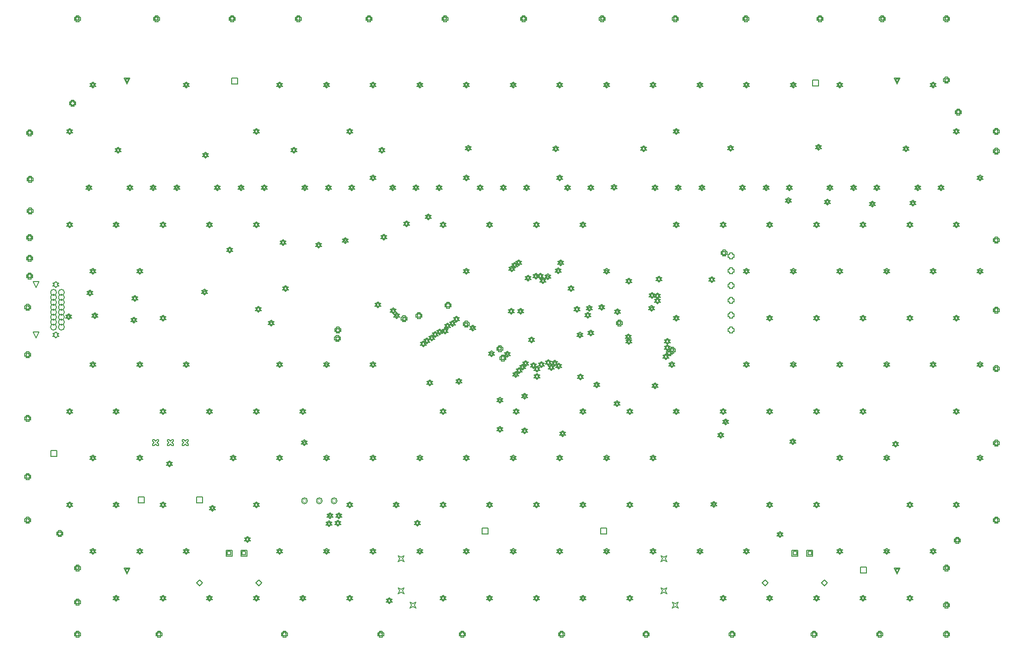
<source format=gbr>
%TF.GenerationSoftware,Altium Limited,Altium Designer,23.6.0 (18)*%
G04 Layer_Color=2752767*
%FSLAX43Y43*%
%MOMM*%
%TF.SameCoordinates,02C31AF8-F4BC-48A1-AB84-B672334353EB*%
%TF.FilePolarity,Positive*%
%TF.FileFunction,Drawing*%
%TF.Part,Single*%
G01*
G75*
%TA.AperFunction,NonConductor*%
%ADD52C,0.127*%
%ADD73C,0.169*%
%ADD75C,0.102*%
D52*
X5295Y50767D02*
X5549Y51021D01*
X5803D01*
X5549Y51275D01*
X5803Y51529D01*
X5549D01*
X5295Y51783D01*
X5041Y51529D01*
X4787D01*
X5041Y51275D01*
X4787Y51021D01*
X5041D01*
X5295Y50767D01*
Y59417D02*
X5549Y59671D01*
X5803D01*
X5549Y59925D01*
X5803Y60179D01*
X5549D01*
X5295Y60433D01*
X5041Y60179D01*
X4787D01*
X5041Y59925D01*
X4787Y59671D01*
X5041D01*
X5295Y59417D01*
X1915Y50767D02*
X1407Y51783D01*
X2423D01*
X1915Y50767D01*
Y59417D02*
X1407Y60433D01*
X2423D01*
X1915Y59417D01*
X17525Y10317D02*
X17017Y11333D01*
X18033D01*
X17525Y10317D01*
Y10520D02*
X17220Y11130D01*
X17830D01*
X17525Y10520D01*
Y94317D02*
X17017Y95333D01*
X18033D01*
X17525Y94317D01*
Y94520D02*
X17220Y95130D01*
X17830D01*
X17525Y94520D01*
X149525Y10317D02*
X149017Y11333D01*
X150033D01*
X149525Y10317D01*
Y10520D02*
X149220Y11130D01*
X149830D01*
X149525Y10520D01*
Y94317D02*
X149017Y95333D01*
X150033D01*
X149525Y94317D01*
Y94520D02*
X149220Y95130D01*
X149830D01*
X149525Y94520D01*
X108992Y12392D02*
X109246Y12900D01*
X108992Y13408D01*
X109500Y13154D01*
X110008Y13408D01*
X109754Y12900D01*
X110008Y12392D01*
X109500Y12646D01*
X108992Y12392D01*
Y6892D02*
X109246Y7400D01*
X108992Y7908D01*
X109500Y7654D01*
X110008Y7908D01*
X109754Y7400D01*
X110008Y6892D01*
X109500Y7146D01*
X108992Y6892D01*
X110992Y4492D02*
X111246Y5000D01*
X110992Y5508D01*
X111500Y5254D01*
X112008Y5508D01*
X111754Y5000D01*
X112008Y4492D01*
X111500Y4746D01*
X110992Y4492D01*
X39572Y8800D02*
X40080Y9308D01*
X40588Y8800D01*
X40080Y8292D01*
X39572Y8800D01*
X29412D02*
X29920Y9308D01*
X30428Y8800D01*
X29920Y8292D01*
X29412Y8800D01*
X37032Y13372D02*
Y14388D01*
X38048D01*
Y13372D01*
X37032D01*
X37235Y13575D02*
Y14185D01*
X37845D01*
Y13575D01*
X37235D01*
X34492Y13372D02*
Y14388D01*
X35508D01*
Y13372D01*
X34492D01*
X34695Y13575D02*
Y14185D01*
X35305D01*
Y13575D01*
X34695D01*
X136572Y8800D02*
X137080Y9308D01*
X137588Y8800D01*
X137080Y8292D01*
X136572Y8800D01*
X126412D02*
X126920Y9308D01*
X127428Y8800D01*
X126920Y8292D01*
X126412Y8800D01*
X134032Y13372D02*
Y14388D01*
X135048D01*
Y13372D01*
X134032D01*
X134235Y13575D02*
Y14185D01*
X134845D01*
Y13575D01*
X134235D01*
X131492Y13372D02*
Y14388D01*
X132508D01*
Y13372D01*
X131492D01*
X131695Y13575D02*
Y14185D01*
X132305D01*
Y13575D01*
X131695D01*
X63992Y12392D02*
X64246Y12900D01*
X63992Y13408D01*
X64500Y13154D01*
X65008Y13408D01*
X64754Y12900D01*
X65008Y12392D01*
X64500Y12646D01*
X63992Y12392D01*
Y6892D02*
X64246Y7400D01*
X63992Y7908D01*
X64500Y7654D01*
X65008Y7908D01*
X64754Y7400D01*
X65008Y6892D01*
X64500Y7146D01*
X63992Y6892D01*
X65992Y4492D02*
X66246Y5000D01*
X65992Y5508D01*
X66500Y5254D01*
X67008Y5508D01*
X66754Y5000D01*
X67008Y4492D01*
X66500Y4746D01*
X65992Y4492D01*
X21952Y32292D02*
X22206D01*
X22460Y32546D01*
X22714Y32292D01*
X22968D01*
Y32546D01*
X22714Y32800D01*
X22968Y33054D01*
Y33308D01*
X22714D01*
X22460Y33054D01*
X22206Y33308D01*
X21952D01*
Y33054D01*
X22206Y32800D01*
X21952Y32546D01*
Y32292D01*
X24492D02*
X24746D01*
X25000Y32546D01*
X25254Y32292D01*
X25508D01*
Y32546D01*
X25254Y32800D01*
X25508Y33054D01*
Y33308D01*
X25254D01*
X25000Y33054D01*
X24746Y33308D01*
X24492D01*
Y33054D01*
X24746Y32800D01*
X24492Y32546D01*
Y32292D01*
X27032D02*
X27286D01*
X27540Y32546D01*
X27794Y32292D01*
X28048D01*
Y32546D01*
X27794Y32800D01*
X28048Y33054D01*
Y33308D01*
X27794D01*
X27540Y33054D01*
X27286Y33308D01*
X27032D01*
Y33054D01*
X27286Y32800D01*
X27032Y32546D01*
Y32292D01*
X120813Y51919D02*
Y51665D01*
X121321D01*
Y51919D01*
X121575D01*
Y52427D01*
X121321D01*
Y52681D01*
X120813D01*
Y52427D01*
X120559D01*
Y51919D01*
X120813D01*
Y54459D02*
Y54205D01*
X121321D01*
Y54459D01*
X121575D01*
Y54967D01*
X121321D01*
Y55221D01*
X120813D01*
Y54967D01*
X120559D01*
Y54459D01*
X120813D01*
Y56999D02*
Y56745D01*
X121321D01*
Y56999D01*
X121575D01*
Y57507D01*
X121321D01*
Y57761D01*
X120813D01*
Y57507D01*
X120559D01*
Y56999D01*
X120813D01*
Y59539D02*
Y59285D01*
X121321D01*
Y59539D01*
X121575D01*
Y60047D01*
X121321D01*
Y60301D01*
X120813D01*
Y60047D01*
X120559D01*
Y59539D01*
X120813D01*
Y62079D02*
Y61825D01*
X121321D01*
Y62079D01*
X121575D01*
Y62587D01*
X121321D01*
Y62841D01*
X120813D01*
Y62587D01*
X120559D01*
Y62079D01*
X120813D01*
Y64619D02*
Y64365D01*
X121321D01*
Y64619D01*
X121575D01*
Y65127D01*
X121321D01*
Y65381D01*
X120813D01*
Y65127D01*
X120559D01*
Y64619D01*
X120813D01*
X98691Y17165D02*
Y18181D01*
X99707D01*
Y17165D01*
X98691D01*
X29412Y22492D02*
Y23508D01*
X30428D01*
Y22492D01*
X29412D01*
X78413Y17165D02*
Y18181D01*
X79429D01*
Y17165D01*
X78413D01*
X4512Y30492D02*
Y31508D01*
X5528D01*
Y30492D01*
X4512D01*
X143278Y10500D02*
Y11516D01*
X144294D01*
Y10500D01*
X143278D01*
X134992Y93992D02*
Y95008D01*
X136008D01*
Y93992D01*
X134992D01*
X35492Y94317D02*
Y95333D01*
X36508D01*
Y94317D01*
X35492D01*
X19492Y22492D02*
Y23508D01*
X20508D01*
Y22492D01*
X19492D01*
X117741Y60254D02*
X117995Y60508D01*
X118249D01*
X117995Y60762D01*
X118249Y61016D01*
X117995D01*
X117741Y61270D01*
X117487Y61016D01*
X117233D01*
X117487Y60762D01*
X117233Y60508D01*
X117487D01*
X117741Y60254D01*
Y60457D02*
X117894Y60609D01*
X118046D01*
X117894Y60762D01*
X118046Y60914D01*
X117894D01*
X117741Y61066D01*
X117589Y60914D01*
X117437D01*
X117589Y60762D01*
X117437Y60609D01*
X117589D01*
X117741Y60457D01*
X32142Y21092D02*
X32396Y21346D01*
X32650D01*
X32396Y21600D01*
X32650Y21854D01*
X32396D01*
X32142Y22108D01*
X31888Y21854D01*
X31634D01*
X31888Y21600D01*
X31634Y21346D01*
X31888D01*
X32142Y21092D01*
Y21295D02*
X32294Y21448D01*
X32446D01*
X32294Y21600D01*
X32446Y21753D01*
X32294D01*
X32142Y21905D01*
X31989Y21753D01*
X31837D01*
X31989Y21600D01*
X31837Y21448D01*
X31989D01*
X32142Y21295D01*
X67286Y18533D02*
X67540Y18787D01*
X67794D01*
X67540Y19041D01*
X67794Y19295D01*
X67540D01*
X67286Y19549D01*
X67032Y19295D01*
X66778D01*
X67032Y19041D01*
X66778Y18787D01*
X67032D01*
X67286Y18533D01*
Y18736D02*
X67438Y18889D01*
X67590D01*
X67438Y19041D01*
X67590Y19193D01*
X67438D01*
X67286Y19346D01*
X67133Y19193D01*
X66981D01*
X67133Y19041D01*
X66981Y18889D01*
X67133D01*
X67286Y18736D01*
X38175Y15751D02*
X38429Y16005D01*
X38683D01*
X38429Y16259D01*
X38683Y16513D01*
X38429D01*
X38175Y16767D01*
X37921Y16513D01*
X37667D01*
X37921Y16259D01*
X37667Y16005D01*
X37921D01*
X38175Y15751D01*
Y15954D02*
X38327Y16107D01*
X38480D01*
X38327Y16259D01*
X38480Y16412D01*
X38327D01*
X38175Y16564D01*
X38022Y16412D01*
X37870D01*
X38022Y16259D01*
X37870Y16107D01*
X38022D01*
X38175Y15954D01*
X62483Y5216D02*
X62737Y5470D01*
X62991D01*
X62737Y5724D01*
X62991Y5978D01*
X62737D01*
X62483Y6232D01*
X62229Y5978D01*
X61975D01*
X62229Y5724D01*
X61975Y5470D01*
X62229D01*
X62483Y5216D01*
Y5419D02*
X62636Y5571D01*
X62788D01*
X62636Y5724D01*
X62788Y5876D01*
X62636D01*
X62483Y6029D01*
X62331Y5876D01*
X62179D01*
X62331Y5724D01*
X62179Y5571D01*
X62331D01*
X62483Y5419D01*
X52117Y18399D02*
X52371Y18653D01*
X52625D01*
X52371Y18907D01*
X52625Y19161D01*
X52371D01*
X52117Y19415D01*
X51863Y19161D01*
X51609D01*
X51863Y18907D01*
X51609Y18653D01*
X51863D01*
X52117Y18399D01*
Y18602D02*
X52269Y18755D01*
X52422D01*
X52269Y18907D01*
X52422Y19059D01*
X52269D01*
X52117Y19212D01*
X51964Y19059D01*
X51812D01*
X51964Y18907D01*
X51812Y18755D01*
X51964D01*
X52117Y18602D01*
X53789Y19793D02*
X54043Y20047D01*
X54297D01*
X54043Y20301D01*
X54297Y20555D01*
X54043D01*
X53789Y20809D01*
X53535Y20555D01*
X53281D01*
X53535Y20301D01*
X53281Y20047D01*
X53535D01*
X53789Y19793D01*
Y19996D02*
X53942Y20148D01*
X54094D01*
X53942Y20301D01*
X54094Y20453D01*
X53942D01*
X53789Y20605D01*
X53637Y20453D01*
X53484D01*
X53637Y20301D01*
X53484Y20148D01*
X53637D01*
X53789Y19996D01*
X52345Y19818D02*
X52599Y20072D01*
X52853D01*
X52599Y20326D01*
X52853Y20580D01*
X52599D01*
X52345Y20834D01*
X52091Y20580D01*
X51837D01*
X52091Y20326D01*
X51837Y20072D01*
X52091D01*
X52345Y19818D01*
Y20021D02*
X52497Y20174D01*
X52650D01*
X52497Y20326D01*
X52650Y20478D01*
X52497D01*
X52345Y20631D01*
X52192Y20478D01*
X52040D01*
X52192Y20326D01*
X52040Y20174D01*
X52192D01*
X52345Y20021D01*
X53663Y18500D02*
X53917Y18754D01*
X54171D01*
X53917Y19008D01*
X54171Y19262D01*
X53917D01*
X53663Y19516D01*
X53409Y19262D01*
X53155D01*
X53409Y19008D01*
X53155Y18754D01*
X53409D01*
X53663Y18500D01*
Y18704D02*
X53815Y18856D01*
X53967D01*
X53815Y19008D01*
X53967Y19161D01*
X53815D01*
X53663Y19313D01*
X53510Y19161D01*
X53358D01*
X53510Y19008D01*
X53358Y18856D01*
X53510D01*
X53663Y18704D01*
X24796Y28695D02*
X25050Y28949D01*
X25304D01*
X25050Y29203D01*
X25304Y29457D01*
X25050D01*
X24796Y29711D01*
X24542Y29457D01*
X24288D01*
X24542Y29203D01*
X24288Y28949D01*
X24542D01*
X24796Y28695D01*
Y28899D02*
X24948Y29051D01*
X25101D01*
X24948Y29203D01*
X25101Y29356D01*
X24948D01*
X24796Y29508D01*
X24643Y29356D01*
X24491D01*
X24643Y29203D01*
X24491Y29051D01*
X24643D01*
X24796Y28899D01*
X30828Y58119D02*
X31082Y58373D01*
X31336D01*
X31082Y58627D01*
X31336Y58881D01*
X31082D01*
X30828Y59135D01*
X30574Y58881D01*
X30320D01*
X30574Y58627D01*
X30320Y58373D01*
X30574D01*
X30828Y58119D01*
Y58322D02*
X30980Y58474D01*
X31132D01*
X30980Y58627D01*
X31132Y58779D01*
X30980D01*
X30828Y58931D01*
X30675Y58779D01*
X30523D01*
X30675Y58627D01*
X30523Y58474D01*
X30675D01*
X30828Y58322D01*
X35132Y65357D02*
X35386Y65612D01*
X35640D01*
X35386Y65866D01*
X35640Y66119D01*
X35386D01*
X35132Y66373D01*
X34878Y66119D01*
X34624D01*
X34878Y65866D01*
X34624Y65612D01*
X34878D01*
X35132Y65357D01*
Y65561D02*
X35284Y65713D01*
X35437D01*
X35284Y65866D01*
X35437Y66018D01*
X35284D01*
X35132Y66170D01*
X34980Y66018D01*
X34827D01*
X34980Y65866D01*
X34827Y65713D01*
X34980D01*
X35132Y65561D01*
X19687Y61668D02*
X19941Y61922D01*
X20195D01*
X19941Y62176D01*
X20195Y62430D01*
X19941D01*
X19687Y62684D01*
X19433Y62430D01*
X19179D01*
X19433Y62176D01*
X19179Y61922D01*
X19433D01*
X19687Y61668D01*
Y61871D02*
X19839Y62023D01*
X19992D01*
X19839Y62176D01*
X19992Y62328D01*
X19839D01*
X19687Y62480D01*
X19534Y62328D01*
X19382D01*
X19534Y62176D01*
X19382Y62023D01*
X19534D01*
X19687Y61871D01*
X11687Y61668D02*
X11941Y61922D01*
X12195D01*
X11941Y62176D01*
X12195Y62430D01*
X11941D01*
X11687Y62684D01*
X11433Y62430D01*
X11179D01*
X11433Y62176D01*
X11179Y61922D01*
X11433D01*
X11687Y61668D01*
Y61871D02*
X11839Y62023D01*
X11992D01*
X11839Y62176D01*
X11992Y62328D01*
X11839D01*
X11687Y62480D01*
X11534Y62328D01*
X11382D01*
X11534Y62176D01*
X11382Y62023D01*
X11534D01*
X11687Y61871D01*
X11969Y54069D02*
X12223Y54323D01*
X12477D01*
X12223Y54577D01*
X12477Y54831D01*
X12223D01*
X11969Y55085D01*
X11715Y54831D01*
X11461D01*
X11715Y54577D01*
X11461Y54323D01*
X11715D01*
X11969Y54069D01*
Y54272D02*
X12122Y54424D01*
X12274D01*
X12122Y54577D01*
X12274Y54729D01*
X12122D01*
X11969Y54882D01*
X11817Y54729D01*
X11665D01*
X11817Y54577D01*
X11665Y54424D01*
X11817D01*
X11969Y54272D01*
X7482Y53926D02*
X7736Y54180D01*
X7990D01*
X7736Y54434D01*
X7990Y54688D01*
X7736D01*
X7482Y54942D01*
X7228Y54688D01*
X6974D01*
X7228Y54434D01*
X6974Y54180D01*
X7228D01*
X7482Y53926D01*
Y54129D02*
X7634Y54281D01*
X7787D01*
X7634Y54434D01*
X7787Y54586D01*
X7634D01*
X7482Y54738D01*
X7329Y54586D01*
X7177D01*
X7329Y54434D01*
X7177Y54281D01*
X7329D01*
X7482Y54129D01*
X86858Y49954D02*
X87112Y50208D01*
X87366D01*
X87112Y50462D01*
X87366Y50716D01*
X87112D01*
X86858Y50970D01*
X86604Y50716D01*
X86350D01*
X86604Y50462D01*
X86350Y50208D01*
X86604D01*
X86858Y49954D01*
Y50157D02*
X87011Y50310D01*
X87163D01*
X87011Y50462D01*
X87163Y50615D01*
X87011D01*
X86858Y50767D01*
X86706Y50615D01*
X86553D01*
X86706Y50462D01*
X86553Y50310D01*
X86706D01*
X86858Y50157D01*
X84951Y54843D02*
X85205Y55097D01*
X85459D01*
X85205Y55351D01*
X85459Y55605D01*
X85205D01*
X84951Y55859D01*
X84697Y55605D01*
X84443D01*
X84697Y55351D01*
X84443Y55097D01*
X84697D01*
X84951Y54843D01*
Y55046D02*
X85103Y55198D01*
X85255D01*
X85103Y55351D01*
X85255Y55503D01*
X85103D01*
X84951Y55656D01*
X84798Y55503D01*
X84646D01*
X84798Y55351D01*
X84646Y55198D01*
X84798D01*
X84951Y55046D01*
X83383Y54860D02*
X83637Y55114D01*
X83891D01*
X83637Y55368D01*
X83891Y55622D01*
X83637D01*
X83383Y55876D01*
X83129Y55622D01*
X82875D01*
X83129Y55368D01*
X82875Y55114D01*
X83129D01*
X83383Y54860D01*
Y55063D02*
X83536Y55215D01*
X83688D01*
X83536Y55368D01*
X83688Y55520D01*
X83536D01*
X83383Y55673D01*
X83231Y55520D01*
X83079D01*
X83231Y55368D01*
X83079Y55215D01*
X83231D01*
X83383Y55063D01*
X89605Y60735D02*
X89859Y60988D01*
X90113D01*
X89859Y61243D01*
X90113Y61496D01*
X89859D01*
X89605Y61750D01*
X89351Y61496D01*
X89097D01*
X89351Y61243D01*
X89097Y60988D01*
X89351D01*
X89605Y60735D01*
Y60938D02*
X89757Y61090D01*
X89910D01*
X89757Y61243D01*
X89910Y61395D01*
X89757D01*
X89605Y61547D01*
X89452Y61395D01*
X89300D01*
X89452Y61243D01*
X89300Y61090D01*
X89452D01*
X89605Y60938D01*
X131613Y32492D02*
X131867Y32746D01*
X132121D01*
X131867Y33000D01*
X132121Y33254D01*
X131867D01*
X131613Y33508D01*
X131359Y33254D01*
X131105D01*
X131359Y33000D01*
X131105Y32746D01*
X131359D01*
X131613Y32492D01*
Y32695D02*
X131765Y32848D01*
X131918D01*
X131765Y33000D01*
X131918Y33152D01*
X131765D01*
X131613Y33305D01*
X131461Y33152D01*
X131308D01*
X131461Y33000D01*
X131308Y32848D01*
X131461D01*
X131613Y32695D01*
X149226Y32062D02*
X149480Y32316D01*
X149734D01*
X149480Y32570D01*
X149734Y32824D01*
X149480D01*
X149226Y33078D01*
X148972Y32824D01*
X148718D01*
X148972Y32570D01*
X148718Y32316D01*
X148972D01*
X149226Y32062D01*
Y32266D02*
X149378Y32418D01*
X149531D01*
X149378Y32570D01*
X149531Y32723D01*
X149378D01*
X149226Y32875D01*
X149074Y32723D01*
X148921D01*
X149074Y32570D01*
X148921Y32418D01*
X149074D01*
X149226Y32266D01*
X129465Y16550D02*
X129719Y16804D01*
X129973D01*
X129719Y17058D01*
X129973Y17312D01*
X129719D01*
X129465Y17566D01*
X129211Y17312D01*
X128957D01*
X129211Y17058D01*
X128957Y16804D01*
X129211D01*
X129465Y16550D01*
Y16753D02*
X129617Y16905D01*
X129770D01*
X129617Y17058D01*
X129770Y17210D01*
X129617D01*
X129465Y17362D01*
X129313Y17210D01*
X129160D01*
X129313Y17058D01*
X129160Y16905D01*
X129313D01*
X129465Y16753D01*
X85694Y40320D02*
X85948Y40574D01*
X86202D01*
X85948Y40828D01*
X86202Y41082D01*
X85948D01*
X85694Y41336D01*
X85440Y41082D01*
X85186D01*
X85440Y40828D01*
X85186Y40574D01*
X85440D01*
X85694Y40320D01*
Y40523D02*
X85847Y40676D01*
X85999D01*
X85847Y40828D01*
X85999Y40981D01*
X85847D01*
X85694Y41133D01*
X85542Y40981D01*
X85390D01*
X85542Y40828D01*
X85390Y40676D01*
X85542D01*
X85694Y40523D01*
X92186Y33876D02*
X92440Y34130D01*
X92694D01*
X92440Y34384D01*
X92694Y34638D01*
X92440D01*
X92186Y34892D01*
X91932Y34638D01*
X91678D01*
X91932Y34384D01*
X91678Y34130D01*
X91932D01*
X92186Y33876D01*
Y34079D02*
X92338Y34232D01*
X92491D01*
X92338Y34384D01*
X92491Y34537D01*
X92338D01*
X92186Y34689D01*
X92034Y34537D01*
X91881D01*
X92034Y34384D01*
X91881Y34232D01*
X92034D01*
X92186Y34079D01*
X85694Y34354D02*
X85948Y34608D01*
X86202D01*
X85948Y34862D01*
X86202Y35116D01*
X85948D01*
X85694Y35370D01*
X85440Y35116D01*
X85186D01*
X85440Y34862D01*
X85186Y34608D01*
X85440D01*
X85694Y34354D01*
Y34557D02*
X85847Y34709D01*
X85999D01*
X85847Y34862D01*
X85999Y35014D01*
X85847D01*
X85694Y35166D01*
X85542Y35014D01*
X85390D01*
X85542Y34862D01*
X85390Y34709D01*
X85542D01*
X85694Y34557D01*
X84215Y37647D02*
X84469Y37901D01*
X84723D01*
X84469Y38155D01*
X84723Y38409D01*
X84469D01*
X84215Y38663D01*
X83961Y38409D01*
X83707D01*
X83961Y38155D01*
X83707Y37901D01*
X83961D01*
X84215Y37647D01*
Y37850D02*
X84367Y38003D01*
X84520D01*
X84367Y38155D01*
X84520Y38308D01*
X84367D01*
X84215Y38460D01*
X84062Y38308D01*
X83910D01*
X84062Y38155D01*
X83910Y38003D01*
X84062D01*
X84215Y37850D01*
X74382Y42850D02*
X74636Y43104D01*
X74890D01*
X74636Y43358D01*
X74890Y43612D01*
X74636D01*
X74382Y43866D01*
X74128Y43612D01*
X73874D01*
X74128Y43358D01*
X73874Y43104D01*
X74128D01*
X74382Y42850D01*
Y43053D02*
X74534Y43206D01*
X74687D01*
X74534Y43358D01*
X74687Y43510D01*
X74534D01*
X74382Y43663D01*
X74230Y43510D01*
X74077D01*
X74230Y43358D01*
X74077Y43206D01*
X74230D01*
X74382Y43053D01*
X69418Y42564D02*
X69672Y42818D01*
X69926D01*
X69672Y43072D01*
X69926Y43326D01*
X69672D01*
X69418Y43580D01*
X69164Y43326D01*
X68910D01*
X69164Y43072D01*
X68910Y42818D01*
X69164D01*
X69418Y42564D01*
Y42767D02*
X69570Y42919D01*
X69723D01*
X69570Y43072D01*
X69723Y43224D01*
X69570D01*
X69418Y43376D01*
X69265Y43224D01*
X69113D01*
X69265Y43072D01*
X69113Y42919D01*
X69265D01*
X69418Y42767D01*
X60540Y55929D02*
X60794Y56183D01*
X61048D01*
X60794Y56437D01*
X61048Y56691D01*
X60794D01*
X60540Y56945D01*
X60286Y56691D01*
X60032D01*
X60286Y56437D01*
X60032Y56183D01*
X60286D01*
X60540Y55929D01*
Y56132D02*
X60692Y56284D01*
X60844D01*
X60692Y56437D01*
X60844Y56589D01*
X60692D01*
X60540Y56741D01*
X60387Y56589D01*
X60235D01*
X60387Y56437D01*
X60235Y56284D01*
X60387D01*
X60540Y56132D01*
X44693Y58745D02*
X44947Y58999D01*
X45201D01*
X44947Y59253D01*
X45201Y59507D01*
X44947D01*
X44693Y59761D01*
X44439Y59507D01*
X44185D01*
X44439Y59253D01*
X44185Y58999D01*
X44439D01*
X44693Y58745D01*
Y58948D02*
X44845Y59100D01*
X44997D01*
X44845Y59253D01*
X44997Y59405D01*
X44845D01*
X44693Y59557D01*
X44540Y59405D01*
X44388D01*
X44540Y59253D01*
X44388Y59100D01*
X44540D01*
X44693Y58948D01*
X40015Y55165D02*
X40269Y55419D01*
X40523D01*
X40269Y55673D01*
X40523Y55927D01*
X40269D01*
X40015Y56181D01*
X39761Y55927D01*
X39507D01*
X39761Y55673D01*
X39507Y55419D01*
X39761D01*
X40015Y55165D01*
Y55368D02*
X40167Y55520D01*
X40320D01*
X40167Y55673D01*
X40320Y55825D01*
X40167D01*
X40015Y55978D01*
X39862Y55825D01*
X39710D01*
X39862Y55673D01*
X39710Y55520D01*
X39862D01*
X40015Y55368D01*
X42210Y52778D02*
X42464Y53032D01*
X42718D01*
X42464Y53286D01*
X42718Y53540D01*
X42464D01*
X42210Y53794D01*
X41956Y53540D01*
X41702D01*
X41956Y53286D01*
X41702Y53032D01*
X41956D01*
X42210Y52778D01*
Y52981D02*
X42363Y53134D01*
X42515D01*
X42363Y53286D01*
X42515Y53439D01*
X42363D01*
X42210Y53591D01*
X42058Y53439D01*
X41906D01*
X42058Y53286D01*
X41906Y53134D01*
X42058D01*
X42210Y52981D01*
X11185Y57981D02*
X11439Y58235D01*
X11693D01*
X11439Y58489D01*
X11693Y58743D01*
X11439D01*
X11185Y58997D01*
X10931Y58743D01*
X10677D01*
X10931Y58489D01*
X10677Y58235D01*
X10931D01*
X11185Y57981D01*
Y58184D02*
X11337Y58337D01*
X11489D01*
X11337Y58489D01*
X11489Y58641D01*
X11337D01*
X11185Y58794D01*
X11032Y58641D01*
X10880D01*
X11032Y58489D01*
X10880Y58337D01*
X11032D01*
X11185Y58184D01*
X18869Y57026D02*
X19123Y57280D01*
X19377D01*
X19123Y57534D01*
X19377Y57788D01*
X19123D01*
X18869Y58042D01*
X18615Y57788D01*
X18361D01*
X18615Y57534D01*
X18361Y57280D01*
X18615D01*
X18869Y57026D01*
Y57230D02*
X19022Y57382D01*
X19174D01*
X19022Y57534D01*
X19174Y57687D01*
X19022D01*
X18869Y57839D01*
X18717Y57687D01*
X18565D01*
X18717Y57534D01*
X18565Y57382D01*
X18717D01*
X18869Y57230D01*
X18678Y53351D02*
X18932Y53605D01*
X19186D01*
X18932Y53859D01*
X19186Y54113D01*
X18932D01*
X18678Y54367D01*
X18424Y54113D01*
X18170D01*
X18424Y53859D01*
X18170Y53605D01*
X18424D01*
X18678Y53351D01*
Y53554D02*
X18831Y53707D01*
X18983D01*
X18831Y53859D01*
X18983Y54011D01*
X18831D01*
X18678Y54164D01*
X18526Y54011D01*
X18374D01*
X18526Y53859D01*
X18374Y53707D01*
X18526D01*
X18678Y53554D01*
X95241Y43566D02*
X95495Y43820D01*
X95749D01*
X95495Y44074D01*
X95749Y44328D01*
X95495D01*
X95241Y44582D01*
X94987Y44328D01*
X94733D01*
X94987Y44074D01*
X94733Y43820D01*
X94987D01*
X95241Y43566D01*
Y43769D02*
X95393Y43922D01*
X95546D01*
X95393Y44074D01*
X95546Y44226D01*
X95393D01*
X95241Y44379D01*
X95088Y44226D01*
X94936D01*
X95088Y44074D01*
X94936Y43922D01*
X95088D01*
X95241Y43769D01*
X108033Y42086D02*
X108287Y42340D01*
X108541D01*
X108287Y42594D01*
X108541Y42848D01*
X108287D01*
X108033Y43102D01*
X107779Y42848D01*
X107525D01*
X107779Y42594D01*
X107525Y42340D01*
X107779D01*
X108033Y42086D01*
Y42289D02*
X108185Y42442D01*
X108338D01*
X108185Y42594D01*
X108338Y42747D01*
X108185D01*
X108033Y42899D01*
X107881Y42747D01*
X107728D01*
X107881Y42594D01*
X107728Y42442D01*
X107881D01*
X108033Y42289D01*
X151040Y82659D02*
X151294Y82913D01*
X151548D01*
X151294Y83167D01*
X151548Y83421D01*
X151294D01*
X151040Y83675D01*
X150786Y83421D01*
X150532D01*
X150786Y83167D01*
X150532Y82913D01*
X150786D01*
X151040Y82659D01*
Y82862D02*
X151192Y83014D01*
X151345D01*
X151192Y83167D01*
X151345Y83319D01*
X151192D01*
X151040Y83471D01*
X150887Y83319D01*
X150735D01*
X150887Y83167D01*
X150735Y83014D01*
X150887D01*
X151040Y82862D01*
X152233Y73351D02*
X152487Y73605D01*
X152741D01*
X152487Y73859D01*
X152741Y74113D01*
X152487D01*
X152233Y74367D01*
X151979Y74113D01*
X151725D01*
X151979Y73859D01*
X151725Y73605D01*
X151979D01*
X152233Y73351D01*
Y73554D02*
X152385Y73706D01*
X152538D01*
X152385Y73859D01*
X152538Y74011D01*
X152385D01*
X152233Y74164D01*
X152081Y74011D01*
X151928D01*
X152081Y73859D01*
X151928Y73706D01*
X152081D01*
X152233Y73554D01*
X137579Y73589D02*
X137833Y73843D01*
X138087D01*
X137833Y74097D01*
X138087Y74351D01*
X137833D01*
X137579Y74605D01*
X137325Y74351D01*
X137071D01*
X137325Y74097D01*
X137071Y73843D01*
X137325D01*
X137579Y73589D01*
Y73793D02*
X137732Y73945D01*
X137884D01*
X137732Y74097D01*
X137884Y74250D01*
X137732D01*
X137579Y74402D01*
X137427Y74250D01*
X137274D01*
X137427Y74097D01*
X137274Y73945D01*
X137427D01*
X137579Y73793D01*
X145312Y73255D02*
X145566Y73509D01*
X145820D01*
X145566Y73763D01*
X145820Y74017D01*
X145566D01*
X145312Y74271D01*
X145058Y74017D01*
X144804D01*
X145058Y73763D01*
X144804Y73509D01*
X145058D01*
X145312Y73255D01*
Y73459D02*
X145464Y73611D01*
X145617D01*
X145464Y73763D01*
X145617Y73916D01*
X145464D01*
X145312Y74068D01*
X145159Y73916D01*
X145007D01*
X145159Y73763D01*
X145007Y73611D01*
X145159D01*
X145312Y73459D01*
X130849Y73780D02*
X131103Y74034D01*
X131357D01*
X131103Y74288D01*
X131357Y74542D01*
X131103D01*
X130849Y74796D01*
X130595Y74542D01*
X130341D01*
X130595Y74288D01*
X130341Y74034D01*
X130595D01*
X130849Y73780D01*
Y73984D02*
X131001Y74136D01*
X131154D01*
X131001Y74288D01*
X131154Y74441D01*
X131001D01*
X130849Y74593D01*
X130697Y74441D01*
X130544D01*
X130697Y74288D01*
X130544Y74136D01*
X130697D01*
X130849Y73984D01*
X136004Y82993D02*
X136258Y83247D01*
X136512D01*
X136258Y83501D01*
X136512Y83755D01*
X136258D01*
X136004Y84009D01*
X135750Y83755D01*
X135496D01*
X135750Y83501D01*
X135496Y83247D01*
X135750D01*
X136004Y82993D01*
Y83196D02*
X136156Y83348D01*
X136309D01*
X136156Y83501D01*
X136309Y83653D01*
X136156D01*
X136004Y83805D01*
X135852Y83653D01*
X135699D01*
X135852Y83501D01*
X135699Y83348D01*
X135852D01*
X136004Y83196D01*
X120968Y82754D02*
X121222Y83008D01*
X121476D01*
X121222Y83262D01*
X121476Y83516D01*
X121222D01*
X120968Y83770D01*
X120714Y83516D01*
X120460D01*
X120714Y83262D01*
X120460Y83008D01*
X120714D01*
X120968Y82754D01*
Y82957D02*
X121121Y83110D01*
X121273D01*
X121121Y83262D01*
X121273Y83414D01*
X121121D01*
X120968Y83567D01*
X120816Y83414D01*
X120664D01*
X120816Y83262D01*
X120664Y83110D01*
X120816D01*
X120968Y82957D01*
X106076Y82706D02*
X106330Y82960D01*
X106584D01*
X106330Y83214D01*
X106584Y83468D01*
X106330D01*
X106076Y83722D01*
X105822Y83468D01*
X105568D01*
X105822Y83214D01*
X105568Y82960D01*
X105822D01*
X106076Y82706D01*
Y82910D02*
X106228Y83062D01*
X106381D01*
X106228Y83214D01*
X106381Y83367D01*
X106228D01*
X106076Y83519D01*
X105923Y83367D01*
X105771D01*
X105923Y83214D01*
X105771Y83062D01*
X105923D01*
X106076Y82910D01*
X90993Y82659D02*
X91247Y82913D01*
X91501D01*
X91247Y83167D01*
X91501Y83421D01*
X91247D01*
X90993Y83675D01*
X90739Y83421D01*
X90485D01*
X90739Y83167D01*
X90485Y82913D01*
X90739D01*
X90993Y82659D01*
Y82862D02*
X91145Y83014D01*
X91297D01*
X91145Y83167D01*
X91297Y83319D01*
X91145D01*
X90993Y83471D01*
X90840Y83319D01*
X90688D01*
X90840Y83167D01*
X90688Y83014D01*
X90840D01*
X90993Y82862D01*
X76052Y82754D02*
X76306Y83008D01*
X76560D01*
X76306Y83262D01*
X76560Y83516D01*
X76306D01*
X76052Y83770D01*
X75798Y83516D01*
X75544D01*
X75798Y83262D01*
X75544Y83008D01*
X75798D01*
X76052Y82754D01*
Y82957D02*
X76205Y83110D01*
X76357D01*
X76205Y83262D01*
X76357Y83414D01*
X76205D01*
X76052Y83567D01*
X75900Y83414D01*
X75748D01*
X75900Y83262D01*
X75748Y83110D01*
X75900D01*
X76052Y82957D01*
X16005Y82420D02*
X16259Y82674D01*
X16513D01*
X16259Y82928D01*
X16513Y83182D01*
X16259D01*
X16005Y83436D01*
X15751Y83182D01*
X15497D01*
X15751Y82928D01*
X15497Y82674D01*
X15751D01*
X16005Y82420D01*
Y82623D02*
X16158Y82775D01*
X16310D01*
X16158Y82928D01*
X16310Y83080D01*
X16158D01*
X16005Y83233D01*
X15853Y83080D01*
X15701D01*
X15853Y82928D01*
X15701Y82775D01*
X15853D01*
X16005Y82623D01*
X61208Y82420D02*
X61462Y82674D01*
X61716D01*
X61462Y82928D01*
X61716Y83182D01*
X61462D01*
X61208Y83436D01*
X60954Y83182D01*
X60700D01*
X60954Y82928D01*
X60700Y82674D01*
X60954D01*
X61208Y82420D01*
Y82623D02*
X61360Y82775D01*
X61513D01*
X61360Y82928D01*
X61513Y83080D01*
X61360D01*
X61208Y83233D01*
X61055Y83080D01*
X60903D01*
X61055Y82928D01*
X60903Y82775D01*
X61055D01*
X61208Y82623D01*
X46124Y82468D02*
X46378Y82722D01*
X46632D01*
X46378Y82976D01*
X46632Y83230D01*
X46378D01*
X46124Y83484D01*
X45870Y83230D01*
X45616D01*
X45870Y82976D01*
X45616Y82722D01*
X45870D01*
X46124Y82468D01*
Y82671D02*
X46277Y82823D01*
X46429D01*
X46277Y82976D01*
X46429Y83128D01*
X46277D01*
X46124Y83280D01*
X45972Y83128D01*
X45820D01*
X45972Y82976D01*
X45820Y82823D01*
X45972D01*
X46124Y82671D01*
X30946Y81561D02*
X31200Y81815D01*
X31454D01*
X31200Y82069D01*
X31454Y82323D01*
X31200D01*
X30946Y82577D01*
X30692Y82323D01*
X30438D01*
X30692Y82069D01*
X30438Y81815D01*
X30692D01*
X30946Y81561D01*
Y81764D02*
X31098Y81916D01*
X31250D01*
X31098Y82069D01*
X31250Y82221D01*
X31098D01*
X30946Y82373D01*
X30793Y82221D01*
X30641D01*
X30793Y82069D01*
X30641Y81916D01*
X30793D01*
X30946Y81764D01*
X44275Y66627D02*
X44529Y66881D01*
X44783D01*
X44529Y67135D01*
X44783Y67389D01*
X44529D01*
X44275Y67643D01*
X44021Y67389D01*
X43767D01*
X44021Y67135D01*
X43767Y66881D01*
X44021D01*
X44275Y66627D01*
Y66830D02*
X44428Y66983D01*
X44580D01*
X44428Y67135D01*
X44580Y67288D01*
X44428D01*
X44275Y67440D01*
X44123Y67288D01*
X43970D01*
X44123Y67135D01*
X43970Y66983D01*
X44123D01*
X44275Y66830D01*
X50347Y66157D02*
X50601Y66411D01*
X50855D01*
X50601Y66665D01*
X50855Y66919D01*
X50601D01*
X50347Y67173D01*
X50093Y66919D01*
X49839D01*
X50093Y66665D01*
X49839Y66411D01*
X50093D01*
X50347Y66157D01*
Y66360D02*
X50499Y66513D01*
X50652D01*
X50499Y66665D01*
X50652Y66818D01*
X50499D01*
X50347Y66970D01*
X50195Y66818D01*
X50042D01*
X50195Y66665D01*
X50042Y66513D01*
X50195D01*
X50347Y66360D01*
X54969Y66980D02*
X55223Y67234D01*
X55477D01*
X55223Y67488D01*
X55477Y67742D01*
X55223D01*
X54969Y67996D01*
X54715Y67742D01*
X54461D01*
X54715Y67488D01*
X54461Y67234D01*
X54715D01*
X54969Y66980D01*
Y67183D02*
X55122Y67335D01*
X55274D01*
X55122Y67488D01*
X55274Y67640D01*
X55122D01*
X54969Y67793D01*
X54817Y67640D01*
X54665D01*
X54817Y67488D01*
X54665Y67335D01*
X54817D01*
X54969Y67183D01*
X61511Y67567D02*
X61765Y67821D01*
X62019D01*
X61765Y68075D01*
X62019Y68329D01*
X61765D01*
X61511Y68583D01*
X61257Y68329D01*
X61003D01*
X61257Y68075D01*
X61003Y67821D01*
X61257D01*
X61511Y67567D01*
Y67771D02*
X61664Y67923D01*
X61816D01*
X61664Y68075D01*
X61816Y68228D01*
X61664D01*
X61511Y68380D01*
X61359Y68228D01*
X61206D01*
X61359Y68075D01*
X61206Y67923D01*
X61359D01*
X61511Y67771D01*
X65429Y69839D02*
X65683Y70093D01*
X65937D01*
X65683Y70347D01*
X65937Y70601D01*
X65683D01*
X65429Y70855D01*
X65175Y70601D01*
X64921D01*
X65175Y70347D01*
X64921Y70093D01*
X65175D01*
X65429Y69839D01*
Y70043D02*
X65581Y70195D01*
X65733D01*
X65581Y70347D01*
X65733Y70500D01*
X65581D01*
X65429Y70652D01*
X65276Y70500D01*
X65124D01*
X65276Y70347D01*
X65124Y70195D01*
X65276D01*
X65429Y70043D01*
X69189Y71015D02*
X69443Y71269D01*
X69697D01*
X69443Y71523D01*
X69697Y71777D01*
X69443D01*
X69189Y72031D01*
X68935Y71777D01*
X68681D01*
X68935Y71523D01*
X68681Y71269D01*
X68935D01*
X69189Y71015D01*
Y71218D02*
X69342Y71370D01*
X69494D01*
X69342Y71523D01*
X69494Y71675D01*
X69342D01*
X69189Y71827D01*
X69037Y71675D01*
X68884D01*
X69037Y71523D01*
X68884Y71370D01*
X69037D01*
X69189Y71218D01*
X159687Y85661D02*
X159941Y85915D01*
X160195D01*
X159941Y86169D01*
X160195Y86423D01*
X159941D01*
X159687Y86677D01*
X159433Y86423D01*
X159179D01*
X159433Y86169D01*
X159179Y85915D01*
X159433D01*
X159687Y85661D01*
Y85864D02*
X159839Y86016D01*
X159992D01*
X159839Y86169D01*
X159992Y86321D01*
X159839D01*
X159687Y86473D01*
X159534Y86321D01*
X159382D01*
X159534Y86169D01*
X159382Y86016D01*
X159534D01*
X159687Y85864D01*
X163687Y77661D02*
X163941Y77915D01*
X164195D01*
X163941Y78169D01*
X164195Y78423D01*
X163941D01*
X163687Y78677D01*
X163433Y78423D01*
X163179D01*
X163433Y78169D01*
X163179Y77915D01*
X163433D01*
X163687Y77661D01*
Y77864D02*
X163839Y78016D01*
X163992D01*
X163839Y78169D01*
X163992Y78321D01*
X163839D01*
X163687Y78473D01*
X163534Y78321D01*
X163382D01*
X163534Y78169D01*
X163382Y78016D01*
X163534D01*
X163687Y77864D01*
X159687Y69661D02*
X159941Y69915D01*
X160195D01*
X159941Y70169D01*
X160195Y70423D01*
X159941D01*
X159687Y70677D01*
X159433Y70423D01*
X159179D01*
X159433Y70169D01*
X159179Y69915D01*
X159433D01*
X159687Y69661D01*
Y69864D02*
X159839Y70016D01*
X159992D01*
X159839Y70169D01*
X159992Y70321D01*
X159839D01*
X159687Y70473D01*
X159534Y70321D01*
X159382D01*
X159534Y70169D01*
X159382Y70016D01*
X159534D01*
X159687Y69864D01*
X163687Y61661D02*
X163941Y61915D01*
X164195D01*
X163941Y62169D01*
X164195Y62423D01*
X163941D01*
X163687Y62677D01*
X163433Y62423D01*
X163179D01*
X163433Y62169D01*
X163179Y61915D01*
X163433D01*
X163687Y61661D01*
Y61864D02*
X163839Y62016D01*
X163992D01*
X163839Y62169D01*
X163992Y62321D01*
X163839D01*
X163687Y62473D01*
X163534Y62321D01*
X163382D01*
X163534Y62169D01*
X163382Y62016D01*
X163534D01*
X163687Y61864D01*
X159687Y53661D02*
X159941Y53915D01*
X160195D01*
X159941Y54169D01*
X160195Y54423D01*
X159941D01*
X159687Y54677D01*
X159433Y54423D01*
X159179D01*
X159433Y54169D01*
X159179Y53915D01*
X159433D01*
X159687Y53661D01*
Y53864D02*
X159839Y54016D01*
X159992D01*
X159839Y54169D01*
X159992Y54321D01*
X159839D01*
X159687Y54473D01*
X159534Y54321D01*
X159382D01*
X159534Y54169D01*
X159382Y54016D01*
X159534D01*
X159687Y53864D01*
X163687Y45661D02*
X163941Y45915D01*
X164195D01*
X163941Y46169D01*
X164195Y46423D01*
X163941D01*
X163687Y46677D01*
X163433Y46423D01*
X163179D01*
X163433Y46169D01*
X163179Y45915D01*
X163433D01*
X163687Y45661D01*
Y45864D02*
X163839Y46016D01*
X163992D01*
X163839Y46169D01*
X163992Y46321D01*
X163839D01*
X163687Y46473D01*
X163534Y46321D01*
X163382D01*
X163534Y46169D01*
X163382Y46016D01*
X163534D01*
X163687Y45864D01*
X159687Y37661D02*
X159941Y37915D01*
X160195D01*
X159941Y38169D01*
X160195Y38423D01*
X159941D01*
X159687Y38677D01*
X159433Y38423D01*
X159179D01*
X159433Y38169D01*
X159179Y37915D01*
X159433D01*
X159687Y37661D01*
Y37864D02*
X159839Y38016D01*
X159992D01*
X159839Y38169D01*
X159992Y38321D01*
X159839D01*
X159687Y38473D01*
X159534Y38321D01*
X159382D01*
X159534Y38169D01*
X159382Y38016D01*
X159534D01*
X159687Y37864D01*
X163687Y29661D02*
X163941Y29915D01*
X164195D01*
X163941Y30169D01*
X164195Y30423D01*
X163941D01*
X163687Y30677D01*
X163433Y30423D01*
X163179D01*
X163433Y30169D01*
X163179Y29915D01*
X163433D01*
X163687Y29661D01*
Y29864D02*
X163839Y30016D01*
X163992D01*
X163839Y30169D01*
X163992Y30321D01*
X163839D01*
X163687Y30473D01*
X163534Y30321D01*
X163382D01*
X163534Y30169D01*
X163382Y30016D01*
X163534D01*
X163687Y29864D01*
X159687Y21661D02*
X159941Y21915D01*
X160195D01*
X159941Y22169D01*
X160195Y22423D01*
X159941D01*
X159687Y22677D01*
X159433Y22423D01*
X159179D01*
X159433Y22169D01*
X159179Y21915D01*
X159433D01*
X159687Y21661D01*
Y21864D02*
X159839Y22016D01*
X159992D01*
X159839Y22169D01*
X159992Y22321D01*
X159839D01*
X159687Y22473D01*
X159534Y22321D01*
X159382D01*
X159534Y22169D01*
X159382Y22016D01*
X159534D01*
X159687Y21864D01*
X155687Y93661D02*
X155941Y93915D01*
X156195D01*
X155941Y94169D01*
X156195Y94423D01*
X155941D01*
X155687Y94677D01*
X155433Y94423D01*
X155179D01*
X155433Y94169D01*
X155179Y93915D01*
X155433D01*
X155687Y93661D01*
Y93864D02*
X155839Y94016D01*
X155992D01*
X155839Y94169D01*
X155992Y94321D01*
X155839D01*
X155687Y94473D01*
X155534Y94321D01*
X155382D01*
X155534Y94169D01*
X155382Y94016D01*
X155534D01*
X155687Y93864D01*
X151687Y69661D02*
X151941Y69915D01*
X152195D01*
X151941Y70169D01*
X152195Y70423D01*
X151941D01*
X151687Y70677D01*
X151433Y70423D01*
X151179D01*
X151433Y70169D01*
X151179Y69915D01*
X151433D01*
X151687Y69661D01*
Y69864D02*
X151839Y70016D01*
X151992D01*
X151839Y70169D01*
X151992Y70321D01*
X151839D01*
X151687Y70473D01*
X151534Y70321D01*
X151382D01*
X151534Y70169D01*
X151382Y70016D01*
X151534D01*
X151687Y69864D01*
X155687Y61661D02*
X155941Y61915D01*
X156195D01*
X155941Y62169D01*
X156195Y62423D01*
X155941D01*
X155687Y62677D01*
X155433Y62423D01*
X155179D01*
X155433Y62169D01*
X155179Y61915D01*
X155433D01*
X155687Y61661D01*
Y61864D02*
X155839Y62016D01*
X155992D01*
X155839Y62169D01*
X155992Y62321D01*
X155839D01*
X155687Y62473D01*
X155534Y62321D01*
X155382D01*
X155534Y62169D01*
X155382Y62016D01*
X155534D01*
X155687Y61864D01*
X151687Y53661D02*
X151941Y53915D01*
X152195D01*
X151941Y54169D01*
X152195Y54423D01*
X151941D01*
X151687Y54677D01*
X151433Y54423D01*
X151179D01*
X151433Y54169D01*
X151179Y53915D01*
X151433D01*
X151687Y53661D01*
Y53864D02*
X151839Y54016D01*
X151992D01*
X151839Y54169D01*
X151992Y54321D01*
X151839D01*
X151687Y54473D01*
X151534Y54321D01*
X151382D01*
X151534Y54169D01*
X151382Y54016D01*
X151534D01*
X151687Y53864D01*
X155687Y45661D02*
X155941Y45915D01*
X156195D01*
X155941Y46169D01*
X156195Y46423D01*
X155941D01*
X155687Y46677D01*
X155433Y46423D01*
X155179D01*
X155433Y46169D01*
X155179Y45915D01*
X155433D01*
X155687Y45661D01*
Y45864D02*
X155839Y46016D01*
X155992D01*
X155839Y46169D01*
X155992Y46321D01*
X155839D01*
X155687Y46473D01*
X155534Y46321D01*
X155382D01*
X155534Y46169D01*
X155382Y46016D01*
X155534D01*
X155687Y45864D01*
X151687Y21661D02*
X151941Y21915D01*
X152195D01*
X151941Y22169D01*
X152195Y22423D01*
X151941D01*
X151687Y22677D01*
X151433Y22423D01*
X151179D01*
X151433Y22169D01*
X151179Y21915D01*
X151433D01*
X151687Y21661D01*
Y21864D02*
X151839Y22016D01*
X151992D01*
X151839Y22169D01*
X151992Y22321D01*
X151839D01*
X151687Y22473D01*
X151534Y22321D01*
X151382D01*
X151534Y22169D01*
X151382Y22016D01*
X151534D01*
X151687Y21864D01*
X155687Y13661D02*
X155941Y13915D01*
X156195D01*
X155941Y14169D01*
X156195Y14423D01*
X155941D01*
X155687Y14677D01*
X155433Y14423D01*
X155179D01*
X155433Y14169D01*
X155179Y13915D01*
X155433D01*
X155687Y13661D01*
Y13864D02*
X155839Y14016D01*
X155992D01*
X155839Y14169D01*
X155992Y14321D01*
X155839D01*
X155687Y14473D01*
X155534Y14321D01*
X155382D01*
X155534Y14169D01*
X155382Y14016D01*
X155534D01*
X155687Y13864D01*
X151687Y5661D02*
X151941Y5915D01*
X152195D01*
X151941Y6169D01*
X152195Y6423D01*
X151941D01*
X151687Y6677D01*
X151433Y6423D01*
X151179D01*
X151433Y6169D01*
X151179Y5915D01*
X151433D01*
X151687Y5661D01*
Y5864D02*
X151839Y6016D01*
X151992D01*
X151839Y6169D01*
X151992Y6321D01*
X151839D01*
X151687Y6473D01*
X151534Y6321D01*
X151382D01*
X151534Y6169D01*
X151382Y6016D01*
X151534D01*
X151687Y5864D01*
X143687Y69661D02*
X143941Y69915D01*
X144195D01*
X143941Y70169D01*
X144195Y70423D01*
X143941D01*
X143687Y70677D01*
X143433Y70423D01*
X143179D01*
X143433Y70169D01*
X143179Y69915D01*
X143433D01*
X143687Y69661D01*
Y69864D02*
X143839Y70016D01*
X143992D01*
X143839Y70169D01*
X143992Y70321D01*
X143839D01*
X143687Y70473D01*
X143534Y70321D01*
X143382D01*
X143534Y70169D01*
X143382Y70016D01*
X143534D01*
X143687Y69864D01*
X147687Y61661D02*
X147941Y61915D01*
X148195D01*
X147941Y62169D01*
X148195Y62423D01*
X147941D01*
X147687Y62677D01*
X147433Y62423D01*
X147179D01*
X147433Y62169D01*
X147179Y61915D01*
X147433D01*
X147687Y61661D01*
Y61864D02*
X147839Y62016D01*
X147992D01*
X147839Y62169D01*
X147992Y62321D01*
X147839D01*
X147687Y62473D01*
X147534Y62321D01*
X147382D01*
X147534Y62169D01*
X147382Y62016D01*
X147534D01*
X147687Y61864D01*
X143687Y53661D02*
X143941Y53915D01*
X144195D01*
X143941Y54169D01*
X144195Y54423D01*
X143941D01*
X143687Y54677D01*
X143433Y54423D01*
X143179D01*
X143433Y54169D01*
X143179Y53915D01*
X143433D01*
X143687Y53661D01*
Y53864D02*
X143839Y54016D01*
X143992D01*
X143839Y54169D01*
X143992Y54321D01*
X143839D01*
X143687Y54473D01*
X143534Y54321D01*
X143382D01*
X143534Y54169D01*
X143382Y54016D01*
X143534D01*
X143687Y53864D01*
X147687Y45661D02*
X147941Y45915D01*
X148195D01*
X147941Y46169D01*
X148195Y46423D01*
X147941D01*
X147687Y46677D01*
X147433Y46423D01*
X147179D01*
X147433Y46169D01*
X147179Y45915D01*
X147433D01*
X147687Y45661D01*
Y45864D02*
X147839Y46016D01*
X147992D01*
X147839Y46169D01*
X147992Y46321D01*
X147839D01*
X147687Y46473D01*
X147534Y46321D01*
X147382D01*
X147534Y46169D01*
X147382Y46016D01*
X147534D01*
X147687Y45864D01*
X143687Y37661D02*
X143941Y37915D01*
X144195D01*
X143941Y38169D01*
X144195Y38423D01*
X143941D01*
X143687Y38677D01*
X143433Y38423D01*
X143179D01*
X143433Y38169D01*
X143179Y37915D01*
X143433D01*
X143687Y37661D01*
Y37864D02*
X143839Y38016D01*
X143992D01*
X143839Y38169D01*
X143992Y38321D01*
X143839D01*
X143687Y38473D01*
X143534Y38321D01*
X143382D01*
X143534Y38169D01*
X143382Y38016D01*
X143534D01*
X143687Y37864D01*
X147687Y29661D02*
X147941Y29915D01*
X148195D01*
X147941Y30169D01*
X148195Y30423D01*
X147941D01*
X147687Y30677D01*
X147433Y30423D01*
X147179D01*
X147433Y30169D01*
X147179Y29915D01*
X147433D01*
X147687Y29661D01*
Y29864D02*
X147839Y30016D01*
X147992D01*
X147839Y30169D01*
X147992Y30321D01*
X147839D01*
X147687Y30473D01*
X147534Y30321D01*
X147382D01*
X147534Y30169D01*
X147382Y30016D01*
X147534D01*
X147687Y29864D01*
Y13661D02*
X147941Y13915D01*
X148195D01*
X147941Y14169D01*
X148195Y14423D01*
X147941D01*
X147687Y14677D01*
X147433Y14423D01*
X147179D01*
X147433Y14169D01*
X147179Y13915D01*
X147433D01*
X147687Y13661D01*
Y13864D02*
X147839Y14016D01*
X147992D01*
X147839Y14169D01*
X147992Y14321D01*
X147839D01*
X147687Y14473D01*
X147534Y14321D01*
X147382D01*
X147534Y14169D01*
X147382Y14016D01*
X147534D01*
X147687Y13864D01*
X143687Y5661D02*
X143941Y5915D01*
X144195D01*
X143941Y6169D01*
X144195Y6423D01*
X143941D01*
X143687Y6677D01*
X143433Y6423D01*
X143179D01*
X143433Y6169D01*
X143179Y5915D01*
X143433D01*
X143687Y5661D01*
Y5864D02*
X143839Y6016D01*
X143992D01*
X143839Y6169D01*
X143992Y6321D01*
X143839D01*
X143687Y6473D01*
X143534Y6321D01*
X143382D01*
X143534Y6169D01*
X143382Y6016D01*
X143534D01*
X143687Y5864D01*
X139687Y93661D02*
X139941Y93915D01*
X140195D01*
X139941Y94169D01*
X140195Y94423D01*
X139941D01*
X139687Y94677D01*
X139433Y94423D01*
X139179D01*
X139433Y94169D01*
X139179Y93915D01*
X139433D01*
X139687Y93661D01*
Y93864D02*
X139839Y94016D01*
X139992D01*
X139839Y94169D01*
X139992Y94321D01*
X139839D01*
X139687Y94473D01*
X139534Y94321D01*
X139382D01*
X139534Y94169D01*
X139382Y94016D01*
X139534D01*
X139687Y93864D01*
X135687Y69661D02*
X135941Y69915D01*
X136195D01*
X135941Y70169D01*
X136195Y70423D01*
X135941D01*
X135687Y70677D01*
X135433Y70423D01*
X135179D01*
X135433Y70169D01*
X135179Y69915D01*
X135433D01*
X135687Y69661D01*
Y69864D02*
X135839Y70016D01*
X135992D01*
X135839Y70169D01*
X135992Y70321D01*
X135839D01*
X135687Y70473D01*
X135534Y70321D01*
X135382D01*
X135534Y70169D01*
X135382Y70016D01*
X135534D01*
X135687Y69864D01*
X139687Y61661D02*
X139941Y61915D01*
X140195D01*
X139941Y62169D01*
X140195Y62423D01*
X139941D01*
X139687Y62677D01*
X139433Y62423D01*
X139179D01*
X139433Y62169D01*
X139179Y61915D01*
X139433D01*
X139687Y61661D01*
Y61864D02*
X139839Y62016D01*
X139992D01*
X139839Y62169D01*
X139992Y62321D01*
X139839D01*
X139687Y62473D01*
X139534Y62321D01*
X139382D01*
X139534Y62169D01*
X139382Y62016D01*
X139534D01*
X139687Y61864D01*
X135687Y53661D02*
X135941Y53915D01*
X136195D01*
X135941Y54169D01*
X136195Y54423D01*
X135941D01*
X135687Y54677D01*
X135433Y54423D01*
X135179D01*
X135433Y54169D01*
X135179Y53915D01*
X135433D01*
X135687Y53661D01*
Y53864D02*
X135839Y54016D01*
X135992D01*
X135839Y54169D01*
X135992Y54321D01*
X135839D01*
X135687Y54473D01*
X135534Y54321D01*
X135382D01*
X135534Y54169D01*
X135382Y54016D01*
X135534D01*
X135687Y53864D01*
X139687Y45661D02*
X139941Y45915D01*
X140195D01*
X139941Y46169D01*
X140195Y46423D01*
X139941D01*
X139687Y46677D01*
X139433Y46423D01*
X139179D01*
X139433Y46169D01*
X139179Y45915D01*
X139433D01*
X139687Y45661D01*
Y45864D02*
X139839Y46016D01*
X139992D01*
X139839Y46169D01*
X139992Y46321D01*
X139839D01*
X139687Y46473D01*
X139534Y46321D01*
X139382D01*
X139534Y46169D01*
X139382Y46016D01*
X139534D01*
X139687Y45864D01*
X135687Y37661D02*
X135941Y37915D01*
X136195D01*
X135941Y38169D01*
X136195Y38423D01*
X135941D01*
X135687Y38677D01*
X135433Y38423D01*
X135179D01*
X135433Y38169D01*
X135179Y37915D01*
X135433D01*
X135687Y37661D01*
Y37864D02*
X135839Y38016D01*
X135992D01*
X135839Y38169D01*
X135992Y38321D01*
X135839D01*
X135687Y38473D01*
X135534Y38321D01*
X135382D01*
X135534Y38169D01*
X135382Y38016D01*
X135534D01*
X135687Y37864D01*
X139687Y29661D02*
X139941Y29915D01*
X140195D01*
X139941Y30169D01*
X140195Y30423D01*
X139941D01*
X139687Y30677D01*
X139433Y30423D01*
X139179D01*
X139433Y30169D01*
X139179Y29915D01*
X139433D01*
X139687Y29661D01*
Y29864D02*
X139839Y30016D01*
X139992D01*
X139839Y30169D01*
X139992Y30321D01*
X139839D01*
X139687Y30473D01*
X139534Y30321D01*
X139382D01*
X139534Y30169D01*
X139382Y30016D01*
X139534D01*
X139687Y29864D01*
X135687Y21661D02*
X135941Y21915D01*
X136195D01*
X135941Y22169D01*
X136195Y22423D01*
X135941D01*
X135687Y22677D01*
X135433Y22423D01*
X135179D01*
X135433Y22169D01*
X135179Y21915D01*
X135433D01*
X135687Y21661D01*
Y21864D02*
X135839Y22016D01*
X135992D01*
X135839Y22169D01*
X135992Y22321D01*
X135839D01*
X135687Y22473D01*
X135534Y22321D01*
X135382D01*
X135534Y22169D01*
X135382Y22016D01*
X135534D01*
X135687Y21864D01*
X139687Y13661D02*
X139941Y13915D01*
X140195D01*
X139941Y14169D01*
X140195Y14423D01*
X139941D01*
X139687Y14677D01*
X139433Y14423D01*
X139179D01*
X139433Y14169D01*
X139179Y13915D01*
X139433D01*
X139687Y13661D01*
Y13864D02*
X139839Y14016D01*
X139992D01*
X139839Y14169D01*
X139992Y14321D01*
X139839D01*
X139687Y14473D01*
X139534Y14321D01*
X139382D01*
X139534Y14169D01*
X139382Y14016D01*
X139534D01*
X139687Y13864D01*
X135687Y5661D02*
X135941Y5915D01*
X136195D01*
X135941Y6169D01*
X136195Y6423D01*
X135941D01*
X135687Y6677D01*
X135433Y6423D01*
X135179D01*
X135433Y6169D01*
X135179Y5915D01*
X135433D01*
X135687Y5661D01*
Y5864D02*
X135839Y6016D01*
X135992D01*
X135839Y6169D01*
X135992Y6321D01*
X135839D01*
X135687Y6473D01*
X135534Y6321D01*
X135382D01*
X135534Y6169D01*
X135382Y6016D01*
X135534D01*
X135687Y5864D01*
X131687Y93661D02*
X131941Y93915D01*
X132195D01*
X131941Y94169D01*
X132195Y94423D01*
X131941D01*
X131687Y94677D01*
X131433Y94423D01*
X131179D01*
X131433Y94169D01*
X131179Y93915D01*
X131433D01*
X131687Y93661D01*
Y93864D02*
X131839Y94016D01*
X131992D01*
X131839Y94169D01*
X131992Y94321D01*
X131839D01*
X131687Y94473D01*
X131534Y94321D01*
X131382D01*
X131534Y94169D01*
X131382Y94016D01*
X131534D01*
X131687Y93864D01*
X127687Y69661D02*
X127941Y69915D01*
X128195D01*
X127941Y70169D01*
X128195Y70423D01*
X127941D01*
X127687Y70677D01*
X127433Y70423D01*
X127179D01*
X127433Y70169D01*
X127179Y69915D01*
X127433D01*
X127687Y69661D01*
Y69864D02*
X127839Y70016D01*
X127992D01*
X127839Y70169D01*
X127992Y70321D01*
X127839D01*
X127687Y70473D01*
X127534Y70321D01*
X127382D01*
X127534Y70169D01*
X127382Y70016D01*
X127534D01*
X127687Y69864D01*
X131687Y61661D02*
X131941Y61915D01*
X132195D01*
X131941Y62169D01*
X132195Y62423D01*
X131941D01*
X131687Y62677D01*
X131433Y62423D01*
X131179D01*
X131433Y62169D01*
X131179Y61915D01*
X131433D01*
X131687Y61661D01*
Y61864D02*
X131839Y62016D01*
X131992D01*
X131839Y62169D01*
X131992Y62321D01*
X131839D01*
X131687Y62473D01*
X131534Y62321D01*
X131382D01*
X131534Y62169D01*
X131382Y62016D01*
X131534D01*
X131687Y61864D01*
X127687Y53661D02*
X127941Y53915D01*
X128195D01*
X127941Y54169D01*
X128195Y54423D01*
X127941D01*
X127687Y54677D01*
X127433Y54423D01*
X127179D01*
X127433Y54169D01*
X127179Y53915D01*
X127433D01*
X127687Y53661D01*
Y53864D02*
X127839Y54016D01*
X127992D01*
X127839Y54169D01*
X127992Y54321D01*
X127839D01*
X127687Y54473D01*
X127534Y54321D01*
X127382D01*
X127534Y54169D01*
X127382Y54016D01*
X127534D01*
X127687Y53864D01*
X131687Y45661D02*
X131941Y45915D01*
X132195D01*
X131941Y46169D01*
X132195Y46423D01*
X131941D01*
X131687Y46677D01*
X131433Y46423D01*
X131179D01*
X131433Y46169D01*
X131179Y45915D01*
X131433D01*
X131687Y45661D01*
Y45864D02*
X131839Y46016D01*
X131992D01*
X131839Y46169D01*
X131992Y46321D01*
X131839D01*
X131687Y46473D01*
X131534Y46321D01*
X131382D01*
X131534Y46169D01*
X131382Y46016D01*
X131534D01*
X131687Y45864D01*
X127687Y37661D02*
X127941Y37915D01*
X128195D01*
X127941Y38169D01*
X128195Y38423D01*
X127941D01*
X127687Y38677D01*
X127433Y38423D01*
X127179D01*
X127433Y38169D01*
X127179Y37915D01*
X127433D01*
X127687Y37661D01*
Y37864D02*
X127839Y38016D01*
X127992D01*
X127839Y38169D01*
X127992Y38321D01*
X127839D01*
X127687Y38473D01*
X127534Y38321D01*
X127382D01*
X127534Y38169D01*
X127382Y38016D01*
X127534D01*
X127687Y37864D01*
Y21661D02*
X127941Y21915D01*
X128195D01*
X127941Y22169D01*
X128195Y22423D01*
X127941D01*
X127687Y22677D01*
X127433Y22423D01*
X127179D01*
X127433Y22169D01*
X127179Y21915D01*
X127433D01*
X127687Y21661D01*
Y21864D02*
X127839Y22016D01*
X127992D01*
X127839Y22169D01*
X127992Y22321D01*
X127839D01*
X127687Y22473D01*
X127534Y22321D01*
X127382D01*
X127534Y22169D01*
X127382Y22016D01*
X127534D01*
X127687Y21864D01*
Y5661D02*
X127941Y5915D01*
X128195D01*
X127941Y6169D01*
X128195Y6423D01*
X127941D01*
X127687Y6677D01*
X127433Y6423D01*
X127179D01*
X127433Y6169D01*
X127179Y5915D01*
X127433D01*
X127687Y5661D01*
Y5864D02*
X127839Y6016D01*
X127992D01*
X127839Y6169D01*
X127992Y6321D01*
X127839D01*
X127687Y6473D01*
X127534Y6321D01*
X127382D01*
X127534Y6169D01*
X127382Y6016D01*
X127534D01*
X127687Y5864D01*
X123687Y93661D02*
X123941Y93915D01*
X124195D01*
X123941Y94169D01*
X124195Y94423D01*
X123941D01*
X123687Y94677D01*
X123433Y94423D01*
X123179D01*
X123433Y94169D01*
X123179Y93915D01*
X123433D01*
X123687Y93661D01*
Y93864D02*
X123839Y94016D01*
X123992D01*
X123839Y94169D01*
X123992Y94321D01*
X123839D01*
X123687Y94473D01*
X123534Y94321D01*
X123382D01*
X123534Y94169D01*
X123382Y94016D01*
X123534D01*
X123687Y93864D01*
X119687Y69661D02*
X119941Y69915D01*
X120195D01*
X119941Y70169D01*
X120195Y70423D01*
X119941D01*
X119687Y70677D01*
X119433Y70423D01*
X119179D01*
X119433Y70169D01*
X119179Y69915D01*
X119433D01*
X119687Y69661D01*
Y69864D02*
X119839Y70016D01*
X119992D01*
X119839Y70169D01*
X119992Y70321D01*
X119839D01*
X119687Y70473D01*
X119534Y70321D01*
X119382D01*
X119534Y70169D01*
X119382Y70016D01*
X119534D01*
X119687Y69864D01*
X123687Y61661D02*
X123941Y61915D01*
X124195D01*
X123941Y62169D01*
X124195Y62423D01*
X123941D01*
X123687Y62677D01*
X123433Y62423D01*
X123179D01*
X123433Y62169D01*
X123179Y61915D01*
X123433D01*
X123687Y61661D01*
Y61864D02*
X123839Y62016D01*
X123992D01*
X123839Y62169D01*
X123992Y62321D01*
X123839D01*
X123687Y62473D01*
X123534Y62321D01*
X123382D01*
X123534Y62169D01*
X123382Y62016D01*
X123534D01*
X123687Y61864D01*
Y45661D02*
X123941Y45915D01*
X124195D01*
X123941Y46169D01*
X124195Y46423D01*
X123941D01*
X123687Y46677D01*
X123433Y46423D01*
X123179D01*
X123433Y46169D01*
X123179Y45915D01*
X123433D01*
X123687Y45661D01*
Y45864D02*
X123839Y46016D01*
X123992D01*
X123839Y46169D01*
X123992Y46321D01*
X123839D01*
X123687Y46473D01*
X123534Y46321D01*
X123382D01*
X123534Y46169D01*
X123382Y46016D01*
X123534D01*
X123687Y45864D01*
X119687Y37661D02*
X119941Y37915D01*
X120195D01*
X119941Y38169D01*
X120195Y38423D01*
X119941D01*
X119687Y38677D01*
X119433Y38423D01*
X119179D01*
X119433Y38169D01*
X119179Y37915D01*
X119433D01*
X119687Y37661D01*
Y37864D02*
X119839Y38016D01*
X119992D01*
X119839Y38169D01*
X119992Y38321D01*
X119839D01*
X119687Y38473D01*
X119534Y38321D01*
X119382D01*
X119534Y38169D01*
X119382Y38016D01*
X119534D01*
X119687Y37864D01*
X123687Y13661D02*
X123941Y13915D01*
X124195D01*
X123941Y14169D01*
X124195Y14423D01*
X123941D01*
X123687Y14677D01*
X123433Y14423D01*
X123179D01*
X123433Y14169D01*
X123179Y13915D01*
X123433D01*
X123687Y13661D01*
Y13864D02*
X123839Y14016D01*
X123992D01*
X123839Y14169D01*
X123992Y14321D01*
X123839D01*
X123687Y14473D01*
X123534Y14321D01*
X123382D01*
X123534Y14169D01*
X123382Y14016D01*
X123534D01*
X123687Y13864D01*
X119687Y5661D02*
X119941Y5915D01*
X120195D01*
X119941Y6169D01*
X120195Y6423D01*
X119941D01*
X119687Y6677D01*
X119433Y6423D01*
X119179D01*
X119433Y6169D01*
X119179Y5915D01*
X119433D01*
X119687Y5661D01*
Y5864D02*
X119839Y6016D01*
X119992D01*
X119839Y6169D01*
X119992Y6321D01*
X119839D01*
X119687Y6473D01*
X119534Y6321D01*
X119382D01*
X119534Y6169D01*
X119382Y6016D01*
X119534D01*
X119687Y5864D01*
X115687Y93661D02*
X115941Y93915D01*
X116195D01*
X115941Y94169D01*
X116195Y94423D01*
X115941D01*
X115687Y94677D01*
X115433Y94423D01*
X115179D01*
X115433Y94169D01*
X115179Y93915D01*
X115433D01*
X115687Y93661D01*
Y93864D02*
X115839Y94016D01*
X115992D01*
X115839Y94169D01*
X115992Y94321D01*
X115839D01*
X115687Y94473D01*
X115534Y94321D01*
X115382D01*
X115534Y94169D01*
X115382Y94016D01*
X115534D01*
X115687Y93864D01*
X111687Y85661D02*
X111941Y85915D01*
X112195D01*
X111941Y86169D01*
X112195Y86423D01*
X111941D01*
X111687Y86677D01*
X111433Y86423D01*
X111179D01*
X111433Y86169D01*
X111179Y85915D01*
X111433D01*
X111687Y85661D01*
Y85864D02*
X111839Y86016D01*
X111992D01*
X111839Y86169D01*
X111992Y86321D01*
X111839D01*
X111687Y86473D01*
X111534Y86321D01*
X111382D01*
X111534Y86169D01*
X111382Y86016D01*
X111534D01*
X111687Y85864D01*
Y69661D02*
X111941Y69915D01*
X112195D01*
X111941Y70169D01*
X112195Y70423D01*
X111941D01*
X111687Y70677D01*
X111433Y70423D01*
X111179D01*
X111433Y70169D01*
X111179Y69915D01*
X111433D01*
X111687Y69661D01*
Y69864D02*
X111839Y70016D01*
X111992D01*
X111839Y70169D01*
X111992Y70321D01*
X111839D01*
X111687Y70473D01*
X111534Y70321D01*
X111382D01*
X111534Y70169D01*
X111382Y70016D01*
X111534D01*
X111687Y69864D01*
Y53661D02*
X111941Y53915D01*
X112195D01*
X111941Y54169D01*
X112195Y54423D01*
X111941D01*
X111687Y54677D01*
X111433Y54423D01*
X111179D01*
X111433Y54169D01*
X111179Y53915D01*
X111433D01*
X111687Y53661D01*
Y53864D02*
X111839Y54016D01*
X111992D01*
X111839Y54169D01*
X111992Y54321D01*
X111839D01*
X111687Y54473D01*
X111534Y54321D01*
X111382D01*
X111534Y54169D01*
X111382Y54016D01*
X111534D01*
X111687Y53864D01*
Y37661D02*
X111941Y37915D01*
X112195D01*
X111941Y38169D01*
X112195Y38423D01*
X111941D01*
X111687Y38677D01*
X111433Y38423D01*
X111179D01*
X111433Y38169D01*
X111179Y37915D01*
X111433D01*
X111687Y37661D01*
Y37864D02*
X111839Y38016D01*
X111992D01*
X111839Y38169D01*
X111992Y38321D01*
X111839D01*
X111687Y38473D01*
X111534Y38321D01*
X111382D01*
X111534Y38169D01*
X111382Y38016D01*
X111534D01*
X111687Y37864D01*
Y21661D02*
X111941Y21915D01*
X112195D01*
X111941Y22169D01*
X112195Y22423D01*
X111941D01*
X111687Y22677D01*
X111433Y22423D01*
X111179D01*
X111433Y22169D01*
X111179Y21915D01*
X111433D01*
X111687Y21661D01*
Y21864D02*
X111839Y22016D01*
X111992D01*
X111839Y22169D01*
X111992Y22321D01*
X111839D01*
X111687Y22473D01*
X111534Y22321D01*
X111382D01*
X111534Y22169D01*
X111382Y22016D01*
X111534D01*
X111687Y21864D01*
X115687Y13661D02*
X115941Y13915D01*
X116195D01*
X115941Y14169D01*
X116195Y14423D01*
X115941D01*
X115687Y14677D01*
X115433Y14423D01*
X115179D01*
X115433Y14169D01*
X115179Y13915D01*
X115433D01*
X115687Y13661D01*
Y13864D02*
X115839Y14016D01*
X115992D01*
X115839Y14169D01*
X115992Y14321D01*
X115839D01*
X115687Y14473D01*
X115534Y14321D01*
X115382D01*
X115534Y14169D01*
X115382Y14016D01*
X115534D01*
X115687Y13864D01*
X107687Y93661D02*
X107941Y93915D01*
X108195D01*
X107941Y94169D01*
X108195Y94423D01*
X107941D01*
X107687Y94677D01*
X107433Y94423D01*
X107179D01*
X107433Y94169D01*
X107179Y93915D01*
X107433D01*
X107687Y93661D01*
Y93864D02*
X107839Y94016D01*
X107992D01*
X107839Y94169D01*
X107992Y94321D01*
X107839D01*
X107687Y94473D01*
X107534Y94321D01*
X107382D01*
X107534Y94169D01*
X107382Y94016D01*
X107534D01*
X107687Y93864D01*
X103687Y37661D02*
X103941Y37915D01*
X104195D01*
X103941Y38169D01*
X104195Y38423D01*
X103941D01*
X103687Y38677D01*
X103433Y38423D01*
X103179D01*
X103433Y38169D01*
X103179Y37915D01*
X103433D01*
X103687Y37661D01*
Y37864D02*
X103839Y38016D01*
X103992D01*
X103839Y38169D01*
X103992Y38321D01*
X103839D01*
X103687Y38473D01*
X103534Y38321D01*
X103382D01*
X103534Y38169D01*
X103382Y38016D01*
X103534D01*
X103687Y37864D01*
X107687Y29661D02*
X107941Y29915D01*
X108195D01*
X107941Y30169D01*
X108195Y30423D01*
X107941D01*
X107687Y30677D01*
X107433Y30423D01*
X107179D01*
X107433Y30169D01*
X107179Y29915D01*
X107433D01*
X107687Y29661D01*
Y29864D02*
X107839Y30016D01*
X107992D01*
X107839Y30169D01*
X107992Y30321D01*
X107839D01*
X107687Y30473D01*
X107534Y30321D01*
X107382D01*
X107534Y30169D01*
X107382Y30016D01*
X107534D01*
X107687Y29864D01*
X103687Y21661D02*
X103941Y21915D01*
X104195D01*
X103941Y22169D01*
X104195Y22423D01*
X103941D01*
X103687Y22677D01*
X103433Y22423D01*
X103179D01*
X103433Y22169D01*
X103179Y21915D01*
X103433D01*
X103687Y21661D01*
Y21864D02*
X103839Y22016D01*
X103992D01*
X103839Y22169D01*
X103992Y22321D01*
X103839D01*
X103687Y22473D01*
X103534Y22321D01*
X103382D01*
X103534Y22169D01*
X103382Y22016D01*
X103534D01*
X103687Y21864D01*
X107687Y13661D02*
X107941Y13915D01*
X108195D01*
X107941Y14169D01*
X108195Y14423D01*
X107941D01*
X107687Y14677D01*
X107433Y14423D01*
X107179D01*
X107433Y14169D01*
X107179Y13915D01*
X107433D01*
X107687Y13661D01*
Y13864D02*
X107839Y14016D01*
X107992D01*
X107839Y14169D01*
X107992Y14321D01*
X107839D01*
X107687Y14473D01*
X107534Y14321D01*
X107382D01*
X107534Y14169D01*
X107382Y14016D01*
X107534D01*
X107687Y13864D01*
X103687Y5661D02*
X103941Y5915D01*
X104195D01*
X103941Y6169D01*
X104195Y6423D01*
X103941D01*
X103687Y6677D01*
X103433Y6423D01*
X103179D01*
X103433Y6169D01*
X103179Y5915D01*
X103433D01*
X103687Y5661D01*
Y5864D02*
X103839Y6016D01*
X103992D01*
X103839Y6169D01*
X103992Y6321D01*
X103839D01*
X103687Y6473D01*
X103534Y6321D01*
X103382D01*
X103534Y6169D01*
X103382Y6016D01*
X103534D01*
X103687Y5864D01*
X99687Y93661D02*
X99941Y93915D01*
X100195D01*
X99941Y94169D01*
X100195Y94423D01*
X99941D01*
X99687Y94677D01*
X99433Y94423D01*
X99179D01*
X99433Y94169D01*
X99179Y93915D01*
X99433D01*
X99687Y93661D01*
Y93864D02*
X99839Y94016D01*
X99992D01*
X99839Y94169D01*
X99992Y94321D01*
X99839D01*
X99687Y94473D01*
X99534Y94321D01*
X99382D01*
X99534Y94169D01*
X99382Y94016D01*
X99534D01*
X99687Y93864D01*
X95687Y69661D02*
X95941Y69915D01*
X96195D01*
X95941Y70169D01*
X96195Y70423D01*
X95941D01*
X95687Y70677D01*
X95433Y70423D01*
X95179D01*
X95433Y70169D01*
X95179Y69915D01*
X95433D01*
X95687Y69661D01*
Y69864D02*
X95839Y70016D01*
X95992D01*
X95839Y70169D01*
X95992Y70321D01*
X95839D01*
X95687Y70473D01*
X95534Y70321D01*
X95382D01*
X95534Y70169D01*
X95382Y70016D01*
X95534D01*
X95687Y69864D01*
X99687Y61661D02*
X99941Y61915D01*
X100195D01*
X99941Y62169D01*
X100195Y62423D01*
X99941D01*
X99687Y62677D01*
X99433Y62423D01*
X99179D01*
X99433Y62169D01*
X99179Y61915D01*
X99433D01*
X99687Y61661D01*
Y61864D02*
X99839Y62016D01*
X99992D01*
X99839Y62169D01*
X99992Y62321D01*
X99839D01*
X99687Y62473D01*
X99534Y62321D01*
X99382D01*
X99534Y62169D01*
X99382Y62016D01*
X99534D01*
X99687Y61864D01*
X95687Y37661D02*
X95941Y37915D01*
X96195D01*
X95941Y38169D01*
X96195Y38423D01*
X95941D01*
X95687Y38677D01*
X95433Y38423D01*
X95179D01*
X95433Y38169D01*
X95179Y37915D01*
X95433D01*
X95687Y37661D01*
Y37864D02*
X95839Y38016D01*
X95992D01*
X95839Y38169D01*
X95992Y38321D01*
X95839D01*
X95687Y38473D01*
X95534Y38321D01*
X95382D01*
X95534Y38169D01*
X95382Y38016D01*
X95534D01*
X95687Y37864D01*
X99687Y29661D02*
X99941Y29915D01*
X100195D01*
X99941Y30169D01*
X100195Y30423D01*
X99941D01*
X99687Y30677D01*
X99433Y30423D01*
X99179D01*
X99433Y30169D01*
X99179Y29915D01*
X99433D01*
X99687Y29661D01*
Y29864D02*
X99839Y30016D01*
X99992D01*
X99839Y30169D01*
X99992Y30321D01*
X99839D01*
X99687Y30473D01*
X99534Y30321D01*
X99382D01*
X99534Y30169D01*
X99382Y30016D01*
X99534D01*
X99687Y29864D01*
X95687Y21661D02*
X95941Y21915D01*
X96195D01*
X95941Y22169D01*
X96195Y22423D01*
X95941D01*
X95687Y22677D01*
X95433Y22423D01*
X95179D01*
X95433Y22169D01*
X95179Y21915D01*
X95433D01*
X95687Y21661D01*
Y21864D02*
X95839Y22016D01*
X95992D01*
X95839Y22169D01*
X95992Y22321D01*
X95839D01*
X95687Y22473D01*
X95534Y22321D01*
X95382D01*
X95534Y22169D01*
X95382Y22016D01*
X95534D01*
X95687Y21864D01*
X99687Y13661D02*
X99941Y13915D01*
X100195D01*
X99941Y14169D01*
X100195Y14423D01*
X99941D01*
X99687Y14677D01*
X99433Y14423D01*
X99179D01*
X99433Y14169D01*
X99179Y13915D01*
X99433D01*
X99687Y13661D01*
Y13864D02*
X99839Y14016D01*
X99992D01*
X99839Y14169D01*
X99992Y14321D01*
X99839D01*
X99687Y14473D01*
X99534Y14321D01*
X99382D01*
X99534Y14169D01*
X99382Y14016D01*
X99534D01*
X99687Y13864D01*
X95687Y5661D02*
X95941Y5915D01*
X96195D01*
X95941Y6169D01*
X96195Y6423D01*
X95941D01*
X95687Y6677D01*
X95433Y6423D01*
X95179D01*
X95433Y6169D01*
X95179Y5915D01*
X95433D01*
X95687Y5661D01*
Y5864D02*
X95839Y6016D01*
X95992D01*
X95839Y6169D01*
X95992Y6321D01*
X95839D01*
X95687Y6473D01*
X95534Y6321D01*
X95382D01*
X95534Y6169D01*
X95382Y6016D01*
X95534D01*
X95687Y5864D01*
X91687Y93661D02*
X91941Y93915D01*
X92195D01*
X91941Y94169D01*
X92195Y94423D01*
X91941D01*
X91687Y94677D01*
X91433Y94423D01*
X91179D01*
X91433Y94169D01*
X91179Y93915D01*
X91433D01*
X91687Y93661D01*
Y93864D02*
X91839Y94016D01*
X91992D01*
X91839Y94169D01*
X91992Y94321D01*
X91839D01*
X91687Y94473D01*
X91534Y94321D01*
X91382D01*
X91534Y94169D01*
X91382Y94016D01*
X91534D01*
X91687Y93864D01*
Y77661D02*
X91941Y77915D01*
X92195D01*
X91941Y78169D01*
X92195Y78423D01*
X91941D01*
X91687Y78677D01*
X91433Y78423D01*
X91179D01*
X91433Y78169D01*
X91179Y77915D01*
X91433D01*
X91687Y77661D01*
Y77864D02*
X91839Y78016D01*
X91992D01*
X91839Y78169D01*
X91992Y78321D01*
X91839D01*
X91687Y78473D01*
X91534Y78321D01*
X91382D01*
X91534Y78169D01*
X91382Y78016D01*
X91534D01*
X91687Y77864D01*
X87687Y69661D02*
X87941Y69915D01*
X88195D01*
X87941Y70169D01*
X88195Y70423D01*
X87941D01*
X87687Y70677D01*
X87433Y70423D01*
X87179D01*
X87433Y70169D01*
X87179Y69915D01*
X87433D01*
X87687Y69661D01*
Y69864D02*
X87839Y70016D01*
X87992D01*
X87839Y70169D01*
X87992Y70321D01*
X87839D01*
X87687Y70473D01*
X87534Y70321D01*
X87382D01*
X87534Y70169D01*
X87382Y70016D01*
X87534D01*
X87687Y69864D01*
X91687Y29661D02*
X91941Y29915D01*
X92195D01*
X91941Y30169D01*
X92195Y30423D01*
X91941D01*
X91687Y30677D01*
X91433Y30423D01*
X91179D01*
X91433Y30169D01*
X91179Y29915D01*
X91433D01*
X91687Y29661D01*
Y29864D02*
X91839Y30016D01*
X91992D01*
X91839Y30169D01*
X91992Y30321D01*
X91839D01*
X91687Y30473D01*
X91534Y30321D01*
X91382D01*
X91534Y30169D01*
X91382Y30016D01*
X91534D01*
X91687Y29864D01*
X87687Y21661D02*
X87941Y21915D01*
X88195D01*
X87941Y22169D01*
X88195Y22423D01*
X87941D01*
X87687Y22677D01*
X87433Y22423D01*
X87179D01*
X87433Y22169D01*
X87179Y21915D01*
X87433D01*
X87687Y21661D01*
Y21864D02*
X87839Y22016D01*
X87992D01*
X87839Y22169D01*
X87992Y22321D01*
X87839D01*
X87687Y22473D01*
X87534Y22321D01*
X87382D01*
X87534Y22169D01*
X87382Y22016D01*
X87534D01*
X87687Y21864D01*
X91687Y13661D02*
X91941Y13915D01*
X92195D01*
X91941Y14169D01*
X92195Y14423D01*
X91941D01*
X91687Y14677D01*
X91433Y14423D01*
X91179D01*
X91433Y14169D01*
X91179Y13915D01*
X91433D01*
X91687Y13661D01*
Y13864D02*
X91839Y14016D01*
X91992D01*
X91839Y14169D01*
X91992Y14321D01*
X91839D01*
X91687Y14473D01*
X91534Y14321D01*
X91382D01*
X91534Y14169D01*
X91382Y14016D01*
X91534D01*
X91687Y13864D01*
X87687Y5661D02*
X87941Y5915D01*
X88195D01*
X87941Y6169D01*
X88195Y6423D01*
X87941D01*
X87687Y6677D01*
X87433Y6423D01*
X87179D01*
X87433Y6169D01*
X87179Y5915D01*
X87433D01*
X87687Y5661D01*
Y5864D02*
X87839Y6016D01*
X87992D01*
X87839Y6169D01*
X87992Y6321D01*
X87839D01*
X87687Y6473D01*
X87534Y6321D01*
X87382D01*
X87534Y6169D01*
X87382Y6016D01*
X87534D01*
X87687Y5864D01*
X83687Y93661D02*
X83941Y93915D01*
X84195D01*
X83941Y94169D01*
X84195Y94423D01*
X83941D01*
X83687Y94677D01*
X83433Y94423D01*
X83179D01*
X83433Y94169D01*
X83179Y93915D01*
X83433D01*
X83687Y93661D01*
Y93864D02*
X83839Y94016D01*
X83992D01*
X83839Y94169D01*
X83992Y94321D01*
X83839D01*
X83687Y94473D01*
X83534Y94321D01*
X83382D01*
X83534Y94169D01*
X83382Y94016D01*
X83534D01*
X83687Y93864D01*
X79687Y69661D02*
X79941Y69915D01*
X80195D01*
X79941Y70169D01*
X80195Y70423D01*
X79941D01*
X79687Y70677D01*
X79433Y70423D01*
X79179D01*
X79433Y70169D01*
X79179Y69915D01*
X79433D01*
X79687Y69661D01*
Y69864D02*
X79839Y70016D01*
X79992D01*
X79839Y70169D01*
X79992Y70321D01*
X79839D01*
X79687Y70473D01*
X79534Y70321D01*
X79382D01*
X79534Y70169D01*
X79382Y70016D01*
X79534D01*
X79687Y69864D01*
X83687Y29661D02*
X83941Y29915D01*
X84195D01*
X83941Y30169D01*
X84195Y30423D01*
X83941D01*
X83687Y30677D01*
X83433Y30423D01*
X83179D01*
X83433Y30169D01*
X83179Y29915D01*
X83433D01*
X83687Y29661D01*
Y29864D02*
X83839Y30016D01*
X83992D01*
X83839Y30169D01*
X83992Y30321D01*
X83839D01*
X83687Y30473D01*
X83534Y30321D01*
X83382D01*
X83534Y30169D01*
X83382Y30016D01*
X83534D01*
X83687Y29864D01*
X79687Y21661D02*
X79941Y21915D01*
X80195D01*
X79941Y22169D01*
X80195Y22423D01*
X79941D01*
X79687Y22677D01*
X79433Y22423D01*
X79179D01*
X79433Y22169D01*
X79179Y21915D01*
X79433D01*
X79687Y21661D01*
Y21864D02*
X79839Y22016D01*
X79992D01*
X79839Y22169D01*
X79992Y22321D01*
X79839D01*
X79687Y22473D01*
X79534Y22321D01*
X79382D01*
X79534Y22169D01*
X79382Y22016D01*
X79534D01*
X79687Y21864D01*
X83687Y13661D02*
X83941Y13915D01*
X84195D01*
X83941Y14169D01*
X84195Y14423D01*
X83941D01*
X83687Y14677D01*
X83433Y14423D01*
X83179D01*
X83433Y14169D01*
X83179Y13915D01*
X83433D01*
X83687Y13661D01*
Y13864D02*
X83839Y14016D01*
X83992D01*
X83839Y14169D01*
X83992Y14321D01*
X83839D01*
X83687Y14473D01*
X83534Y14321D01*
X83382D01*
X83534Y14169D01*
X83382Y14016D01*
X83534D01*
X83687Y13864D01*
X79687Y5661D02*
X79941Y5915D01*
X80195D01*
X79941Y6169D01*
X80195Y6423D01*
X79941D01*
X79687Y6677D01*
X79433Y6423D01*
X79179D01*
X79433Y6169D01*
X79179Y5915D01*
X79433D01*
X79687Y5661D01*
Y5864D02*
X79839Y6016D01*
X79992D01*
X79839Y6169D01*
X79992Y6321D01*
X79839D01*
X79687Y6473D01*
X79534Y6321D01*
X79382D01*
X79534Y6169D01*
X79382Y6016D01*
X79534D01*
X79687Y5864D01*
X75687Y93661D02*
X75941Y93915D01*
X76195D01*
X75941Y94169D01*
X76195Y94423D01*
X75941D01*
X75687Y94677D01*
X75433Y94423D01*
X75179D01*
X75433Y94169D01*
X75179Y93915D01*
X75433D01*
X75687Y93661D01*
Y93864D02*
X75839Y94016D01*
X75992D01*
X75839Y94169D01*
X75992Y94321D01*
X75839D01*
X75687Y94473D01*
X75534Y94321D01*
X75382D01*
X75534Y94169D01*
X75382Y94016D01*
X75534D01*
X75687Y93864D01*
Y77661D02*
X75941Y77915D01*
X76195D01*
X75941Y78169D01*
X76195Y78423D01*
X75941D01*
X75687Y78677D01*
X75433Y78423D01*
X75179D01*
X75433Y78169D01*
X75179Y77915D01*
X75433D01*
X75687Y77661D01*
Y77864D02*
X75839Y78016D01*
X75992D01*
X75839Y78169D01*
X75992Y78321D01*
X75839D01*
X75687Y78473D01*
X75534Y78321D01*
X75382D01*
X75534Y78169D01*
X75382Y78016D01*
X75534D01*
X75687Y77864D01*
X71687Y69661D02*
X71941Y69915D01*
X72195D01*
X71941Y70169D01*
X72195Y70423D01*
X71941D01*
X71687Y70677D01*
X71433Y70423D01*
X71179D01*
X71433Y70169D01*
X71179Y69915D01*
X71433D01*
X71687Y69661D01*
Y69864D02*
X71839Y70016D01*
X71992D01*
X71839Y70169D01*
X71992Y70321D01*
X71839D01*
X71687Y70473D01*
X71534Y70321D01*
X71382D01*
X71534Y70169D01*
X71382Y70016D01*
X71534D01*
X71687Y69864D01*
X75687Y61661D02*
X75941Y61915D01*
X76195D01*
X75941Y62169D01*
X76195Y62423D01*
X75941D01*
X75687Y62677D01*
X75433Y62423D01*
X75179D01*
X75433Y62169D01*
X75179Y61915D01*
X75433D01*
X75687Y61661D01*
Y61864D02*
X75839Y62016D01*
X75992D01*
X75839Y62169D01*
X75992Y62321D01*
X75839D01*
X75687Y62473D01*
X75534Y62321D01*
X75382D01*
X75534Y62169D01*
X75382Y62016D01*
X75534D01*
X75687Y61864D01*
X71687Y37661D02*
X71941Y37915D01*
X72195D01*
X71941Y38169D01*
X72195Y38423D01*
X71941D01*
X71687Y38677D01*
X71433Y38423D01*
X71179D01*
X71433Y38169D01*
X71179Y37915D01*
X71433D01*
X71687Y37661D01*
Y37864D02*
X71839Y38016D01*
X71992D01*
X71839Y38169D01*
X71992Y38321D01*
X71839D01*
X71687Y38473D01*
X71534Y38321D01*
X71382D01*
X71534Y38169D01*
X71382Y38016D01*
X71534D01*
X71687Y37864D01*
X75687Y29661D02*
X75941Y29915D01*
X76195D01*
X75941Y30169D01*
X76195Y30423D01*
X75941D01*
X75687Y30677D01*
X75433Y30423D01*
X75179D01*
X75433Y30169D01*
X75179Y29915D01*
X75433D01*
X75687Y29661D01*
Y29864D02*
X75839Y30016D01*
X75992D01*
X75839Y30169D01*
X75992Y30321D01*
X75839D01*
X75687Y30473D01*
X75534Y30321D01*
X75382D01*
X75534Y30169D01*
X75382Y30016D01*
X75534D01*
X75687Y29864D01*
X71687Y21661D02*
X71941Y21915D01*
X72195D01*
X71941Y22169D01*
X72195Y22423D01*
X71941D01*
X71687Y22677D01*
X71433Y22423D01*
X71179D01*
X71433Y22169D01*
X71179Y21915D01*
X71433D01*
X71687Y21661D01*
Y21864D02*
X71839Y22016D01*
X71992D01*
X71839Y22169D01*
X71992Y22321D01*
X71839D01*
X71687Y22473D01*
X71534Y22321D01*
X71382D01*
X71534Y22169D01*
X71382Y22016D01*
X71534D01*
X71687Y21864D01*
X75687Y13661D02*
X75941Y13915D01*
X76195D01*
X75941Y14169D01*
X76195Y14423D01*
X75941D01*
X75687Y14677D01*
X75433Y14423D01*
X75179D01*
X75433Y14169D01*
X75179Y13915D01*
X75433D01*
X75687Y13661D01*
Y13864D02*
X75839Y14016D01*
X75992D01*
X75839Y14169D01*
X75992Y14321D01*
X75839D01*
X75687Y14473D01*
X75534Y14321D01*
X75382D01*
X75534Y14169D01*
X75382Y14016D01*
X75534D01*
X75687Y13864D01*
X71687Y5661D02*
X71941Y5915D01*
X72195D01*
X71941Y6169D01*
X72195Y6423D01*
X71941D01*
X71687Y6677D01*
X71433Y6423D01*
X71179D01*
X71433Y6169D01*
X71179Y5915D01*
X71433D01*
X71687Y5661D01*
Y5864D02*
X71839Y6016D01*
X71992D01*
X71839Y6169D01*
X71992Y6321D01*
X71839D01*
X71687Y6473D01*
X71534Y6321D01*
X71382D01*
X71534Y6169D01*
X71382Y6016D01*
X71534D01*
X71687Y5864D01*
X67687Y93661D02*
X67941Y93915D01*
X68195D01*
X67941Y94169D01*
X68195Y94423D01*
X67941D01*
X67687Y94677D01*
X67433Y94423D01*
X67179D01*
X67433Y94169D01*
X67179Y93915D01*
X67433D01*
X67687Y93661D01*
Y93864D02*
X67839Y94016D01*
X67992D01*
X67839Y94169D01*
X67992Y94321D01*
X67839D01*
X67687Y94473D01*
X67534Y94321D01*
X67382D01*
X67534Y94169D01*
X67382Y94016D01*
X67534D01*
X67687Y93864D01*
Y29661D02*
X67941Y29915D01*
X68195D01*
X67941Y30169D01*
X68195Y30423D01*
X67941D01*
X67687Y30677D01*
X67433Y30423D01*
X67179D01*
X67433Y30169D01*
X67179Y29915D01*
X67433D01*
X67687Y29661D01*
Y29864D02*
X67839Y30016D01*
X67992D01*
X67839Y30169D01*
X67992Y30321D01*
X67839D01*
X67687Y30473D01*
X67534Y30321D01*
X67382D01*
X67534Y30169D01*
X67382Y30016D01*
X67534D01*
X67687Y29864D01*
X63687Y21661D02*
X63941Y21915D01*
X64195D01*
X63941Y22169D01*
X64195Y22423D01*
X63941D01*
X63687Y22677D01*
X63433Y22423D01*
X63179D01*
X63433Y22169D01*
X63179Y21915D01*
X63433D01*
X63687Y21661D01*
Y21864D02*
X63839Y22016D01*
X63992D01*
X63839Y22169D01*
X63992Y22321D01*
X63839D01*
X63687Y22473D01*
X63534Y22321D01*
X63382D01*
X63534Y22169D01*
X63382Y22016D01*
X63534D01*
X63687Y21864D01*
X67687Y13661D02*
X67941Y13915D01*
X68195D01*
X67941Y14169D01*
X68195Y14423D01*
X67941D01*
X67687Y14677D01*
X67433Y14423D01*
X67179D01*
X67433Y14169D01*
X67179Y13915D01*
X67433D01*
X67687Y13661D01*
Y13864D02*
X67839Y14016D01*
X67992D01*
X67839Y14169D01*
X67992Y14321D01*
X67839D01*
X67687Y14473D01*
X67534Y14321D01*
X67382D01*
X67534Y14169D01*
X67382Y14016D01*
X67534D01*
X67687Y13864D01*
X59687Y93661D02*
X59941Y93915D01*
X60195D01*
X59941Y94169D01*
X60195Y94423D01*
X59941D01*
X59687Y94677D01*
X59433Y94423D01*
X59179D01*
X59433Y94169D01*
X59179Y93915D01*
X59433D01*
X59687Y93661D01*
Y93864D02*
X59839Y94016D01*
X59992D01*
X59839Y94169D01*
X59992Y94321D01*
X59839D01*
X59687Y94473D01*
X59534Y94321D01*
X59382D01*
X59534Y94169D01*
X59382Y94016D01*
X59534D01*
X59687Y93864D01*
X55687Y85661D02*
X55941Y85915D01*
X56195D01*
X55941Y86169D01*
X56195Y86423D01*
X55941D01*
X55687Y86677D01*
X55433Y86423D01*
X55179D01*
X55433Y86169D01*
X55179Y85915D01*
X55433D01*
X55687Y85661D01*
Y85864D02*
X55839Y86016D01*
X55992D01*
X55839Y86169D01*
X55992Y86321D01*
X55839D01*
X55687Y86473D01*
X55534Y86321D01*
X55382D01*
X55534Y86169D01*
X55382Y86016D01*
X55534D01*
X55687Y85864D01*
X59687Y77661D02*
X59941Y77915D01*
X60195D01*
X59941Y78169D01*
X60195Y78423D01*
X59941D01*
X59687Y78677D01*
X59433Y78423D01*
X59179D01*
X59433Y78169D01*
X59179Y77915D01*
X59433D01*
X59687Y77661D01*
Y77864D02*
X59839Y78016D01*
X59992D01*
X59839Y78169D01*
X59992Y78321D01*
X59839D01*
X59687Y78473D01*
X59534Y78321D01*
X59382D01*
X59534Y78169D01*
X59382Y78016D01*
X59534D01*
X59687Y77864D01*
Y45661D02*
X59941Y45915D01*
X60195D01*
X59941Y46169D01*
X60195Y46423D01*
X59941D01*
X59687Y46677D01*
X59433Y46423D01*
X59179D01*
X59433Y46169D01*
X59179Y45915D01*
X59433D01*
X59687Y45661D01*
Y45864D02*
X59839Y46016D01*
X59992D01*
X59839Y46169D01*
X59992Y46321D01*
X59839D01*
X59687Y46473D01*
X59534Y46321D01*
X59382D01*
X59534Y46169D01*
X59382Y46016D01*
X59534D01*
X59687Y45864D01*
Y29661D02*
X59941Y29915D01*
X60195D01*
X59941Y30169D01*
X60195Y30423D01*
X59941D01*
X59687Y30677D01*
X59433Y30423D01*
X59179D01*
X59433Y30169D01*
X59179Y29915D01*
X59433D01*
X59687Y29661D01*
Y29864D02*
X59839Y30016D01*
X59992D01*
X59839Y30169D01*
X59992Y30321D01*
X59839D01*
X59687Y30473D01*
X59534Y30321D01*
X59382D01*
X59534Y30169D01*
X59382Y30016D01*
X59534D01*
X59687Y29864D01*
X55687Y21661D02*
X55941Y21915D01*
X56195D01*
X55941Y22169D01*
X56195Y22423D01*
X55941D01*
X55687Y22677D01*
X55433Y22423D01*
X55179D01*
X55433Y22169D01*
X55179Y21915D01*
X55433D01*
X55687Y21661D01*
Y21864D02*
X55839Y22016D01*
X55992D01*
X55839Y22169D01*
X55992Y22321D01*
X55839D01*
X55687Y22473D01*
X55534Y22321D01*
X55382D01*
X55534Y22169D01*
X55382Y22016D01*
X55534D01*
X55687Y21864D01*
X59687Y13661D02*
X59941Y13915D01*
X60195D01*
X59941Y14169D01*
X60195Y14423D01*
X59941D01*
X59687Y14677D01*
X59433Y14423D01*
X59179D01*
X59433Y14169D01*
X59179Y13915D01*
X59433D01*
X59687Y13661D01*
Y13864D02*
X59839Y14016D01*
X59992D01*
X59839Y14169D01*
X59992Y14321D01*
X59839D01*
X59687Y14473D01*
X59534Y14321D01*
X59382D01*
X59534Y14169D01*
X59382Y14016D01*
X59534D01*
X59687Y13864D01*
X55687Y5661D02*
X55941Y5915D01*
X56195D01*
X55941Y6169D01*
X56195Y6423D01*
X55941D01*
X55687Y6677D01*
X55433Y6423D01*
X55179D01*
X55433Y6169D01*
X55179Y5915D01*
X55433D01*
X55687Y5661D01*
Y5864D02*
X55839Y6016D01*
X55992D01*
X55839Y6169D01*
X55992Y6321D01*
X55839D01*
X55687Y6473D01*
X55534Y6321D01*
X55382D01*
X55534Y6169D01*
X55382Y6016D01*
X55534D01*
X55687Y5864D01*
X51687Y93661D02*
X51941Y93915D01*
X52195D01*
X51941Y94169D01*
X52195Y94423D01*
X51941D01*
X51687Y94677D01*
X51433Y94423D01*
X51179D01*
X51433Y94169D01*
X51179Y93915D01*
X51433D01*
X51687Y93661D01*
Y93864D02*
X51839Y94016D01*
X51992D01*
X51839Y94169D01*
X51992Y94321D01*
X51839D01*
X51687Y94473D01*
X51534Y94321D01*
X51382D01*
X51534Y94169D01*
X51382Y94016D01*
X51534D01*
X51687Y93864D01*
Y45661D02*
X51941Y45915D01*
X52195D01*
X51941Y46169D01*
X52195Y46423D01*
X51941D01*
X51687Y46677D01*
X51433Y46423D01*
X51179D01*
X51433Y46169D01*
X51179Y45915D01*
X51433D01*
X51687Y45661D01*
Y45864D02*
X51839Y46016D01*
X51992D01*
X51839Y46169D01*
X51992Y46321D01*
X51839D01*
X51687Y46473D01*
X51534Y46321D01*
X51382D01*
X51534Y46169D01*
X51382Y46016D01*
X51534D01*
X51687Y45864D01*
X47687Y37661D02*
X47941Y37915D01*
X48195D01*
X47941Y38169D01*
X48195Y38423D01*
X47941D01*
X47687Y38677D01*
X47433Y38423D01*
X47179D01*
X47433Y38169D01*
X47179Y37915D01*
X47433D01*
X47687Y37661D01*
Y37864D02*
X47839Y38016D01*
X47992D01*
X47839Y38169D01*
X47992Y38321D01*
X47839D01*
X47687Y38473D01*
X47534Y38321D01*
X47382D01*
X47534Y38169D01*
X47382Y38016D01*
X47534D01*
X47687Y37864D01*
X51687Y29661D02*
X51941Y29915D01*
X52195D01*
X51941Y30169D01*
X52195Y30423D01*
X51941D01*
X51687Y30677D01*
X51433Y30423D01*
X51179D01*
X51433Y30169D01*
X51179Y29915D01*
X51433D01*
X51687Y29661D01*
Y29864D02*
X51839Y30016D01*
X51992D01*
X51839Y30169D01*
X51992Y30321D01*
X51839D01*
X51687Y30473D01*
X51534Y30321D01*
X51382D01*
X51534Y30169D01*
X51382Y30016D01*
X51534D01*
X51687Y29864D01*
Y13661D02*
X51941Y13915D01*
X52195D01*
X51941Y14169D01*
X52195Y14423D01*
X51941D01*
X51687Y14677D01*
X51433Y14423D01*
X51179D01*
X51433Y14169D01*
X51179Y13915D01*
X51433D01*
X51687Y13661D01*
Y13864D02*
X51839Y14016D01*
X51992D01*
X51839Y14169D01*
X51992Y14321D01*
X51839D01*
X51687Y14473D01*
X51534Y14321D01*
X51382D01*
X51534Y14169D01*
X51382Y14016D01*
X51534D01*
X51687Y13864D01*
X47687Y5661D02*
X47941Y5915D01*
X48195D01*
X47941Y6169D01*
X48195Y6423D01*
X47941D01*
X47687Y6677D01*
X47433Y6423D01*
X47179D01*
X47433Y6169D01*
X47179Y5915D01*
X47433D01*
X47687Y5661D01*
Y5864D02*
X47839Y6016D01*
X47992D01*
X47839Y6169D01*
X47992Y6321D01*
X47839D01*
X47687Y6473D01*
X47534Y6321D01*
X47382D01*
X47534Y6169D01*
X47382Y6016D01*
X47534D01*
X47687Y5864D01*
X43687Y93661D02*
X43941Y93915D01*
X44195D01*
X43941Y94169D01*
X44195Y94423D01*
X43941D01*
X43687Y94677D01*
X43433Y94423D01*
X43179D01*
X43433Y94169D01*
X43179Y93915D01*
X43433D01*
X43687Y93661D01*
Y93864D02*
X43839Y94016D01*
X43992D01*
X43839Y94169D01*
X43992Y94321D01*
X43839D01*
X43687Y94473D01*
X43534Y94321D01*
X43382D01*
X43534Y94169D01*
X43382Y94016D01*
X43534D01*
X43687Y93864D01*
X39687Y85661D02*
X39941Y85915D01*
X40195D01*
X39941Y86169D01*
X40195Y86423D01*
X39941D01*
X39687Y86677D01*
X39433Y86423D01*
X39179D01*
X39433Y86169D01*
X39179Y85915D01*
X39433D01*
X39687Y85661D01*
Y85864D02*
X39839Y86016D01*
X39992D01*
X39839Y86169D01*
X39992Y86321D01*
X39839D01*
X39687Y86473D01*
X39534Y86321D01*
X39382D01*
X39534Y86169D01*
X39382Y86016D01*
X39534D01*
X39687Y85864D01*
Y69661D02*
X39941Y69915D01*
X40195D01*
X39941Y70169D01*
X40195Y70423D01*
X39941D01*
X39687Y70677D01*
X39433Y70423D01*
X39179D01*
X39433Y70169D01*
X39179Y69915D01*
X39433D01*
X39687Y69661D01*
Y69864D02*
X39839Y70016D01*
X39992D01*
X39839Y70169D01*
X39992Y70321D01*
X39839D01*
X39687Y70473D01*
X39534Y70321D01*
X39382D01*
X39534Y70169D01*
X39382Y70016D01*
X39534D01*
X39687Y69864D01*
X43687Y45661D02*
X43941Y45915D01*
X44195D01*
X43941Y46169D01*
X44195Y46423D01*
X43941D01*
X43687Y46677D01*
X43433Y46423D01*
X43179D01*
X43433Y46169D01*
X43179Y45915D01*
X43433D01*
X43687Y45661D01*
Y45864D02*
X43839Y46016D01*
X43992D01*
X43839Y46169D01*
X43992Y46321D01*
X43839D01*
X43687Y46473D01*
X43534Y46321D01*
X43382D01*
X43534Y46169D01*
X43382Y46016D01*
X43534D01*
X43687Y45864D01*
X39687Y37661D02*
X39941Y37915D01*
X40195D01*
X39941Y38169D01*
X40195Y38423D01*
X39941D01*
X39687Y38677D01*
X39433Y38423D01*
X39179D01*
X39433Y38169D01*
X39179Y37915D01*
X39433D01*
X39687Y37661D01*
Y37864D02*
X39839Y38016D01*
X39992D01*
X39839Y38169D01*
X39992Y38321D01*
X39839D01*
X39687Y38473D01*
X39534Y38321D01*
X39382D01*
X39534Y38169D01*
X39382Y38016D01*
X39534D01*
X39687Y37864D01*
X43687Y29661D02*
X43941Y29915D01*
X44195D01*
X43941Y30169D01*
X44195Y30423D01*
X43941D01*
X43687Y30677D01*
X43433Y30423D01*
X43179D01*
X43433Y30169D01*
X43179Y29915D01*
X43433D01*
X43687Y29661D01*
Y29864D02*
X43839Y30016D01*
X43992D01*
X43839Y30169D01*
X43992Y30321D01*
X43839D01*
X43687Y30473D01*
X43534Y30321D01*
X43382D01*
X43534Y30169D01*
X43382Y30016D01*
X43534D01*
X43687Y29864D01*
X39687Y21661D02*
X39941Y21915D01*
X40195D01*
X39941Y22169D01*
X40195Y22423D01*
X39941D01*
X39687Y22677D01*
X39433Y22423D01*
X39179D01*
X39433Y22169D01*
X39179Y21915D01*
X39433D01*
X39687Y21661D01*
Y21864D02*
X39839Y22016D01*
X39992D01*
X39839Y22169D01*
X39992Y22321D01*
X39839D01*
X39687Y22473D01*
X39534Y22321D01*
X39382D01*
X39534Y22169D01*
X39382Y22016D01*
X39534D01*
X39687Y21864D01*
X43687Y13661D02*
X43941Y13915D01*
X44195D01*
X43941Y14169D01*
X44195Y14423D01*
X43941D01*
X43687Y14677D01*
X43433Y14423D01*
X43179D01*
X43433Y14169D01*
X43179Y13915D01*
X43433D01*
X43687Y13661D01*
Y13864D02*
X43839Y14016D01*
X43992D01*
X43839Y14169D01*
X43992Y14321D01*
X43839D01*
X43687Y14473D01*
X43534Y14321D01*
X43382D01*
X43534Y14169D01*
X43382Y14016D01*
X43534D01*
X43687Y13864D01*
X39687Y5661D02*
X39941Y5915D01*
X40195D01*
X39941Y6169D01*
X40195Y6423D01*
X39941D01*
X39687Y6677D01*
X39433Y6423D01*
X39179D01*
X39433Y6169D01*
X39179Y5915D01*
X39433D01*
X39687Y5661D01*
Y5864D02*
X39839Y6016D01*
X39992D01*
X39839Y6169D01*
X39992Y6321D01*
X39839D01*
X39687Y6473D01*
X39534Y6321D01*
X39382D01*
X39534Y6169D01*
X39382Y6016D01*
X39534D01*
X39687Y5864D01*
X31687Y69661D02*
X31941Y69915D01*
X32195D01*
X31941Y70169D01*
X32195Y70423D01*
X31941D01*
X31687Y70677D01*
X31433Y70423D01*
X31179D01*
X31433Y70169D01*
X31179Y69915D01*
X31433D01*
X31687Y69661D01*
Y69864D02*
X31839Y70016D01*
X31992D01*
X31839Y70169D01*
X31992Y70321D01*
X31839D01*
X31687Y70473D01*
X31534Y70321D01*
X31382D01*
X31534Y70169D01*
X31382Y70016D01*
X31534D01*
X31687Y69864D01*
Y37661D02*
X31941Y37915D01*
X32195D01*
X31941Y38169D01*
X32195Y38423D01*
X31941D01*
X31687Y38677D01*
X31433Y38423D01*
X31179D01*
X31433Y38169D01*
X31179Y37915D01*
X31433D01*
X31687Y37661D01*
Y37864D02*
X31839Y38016D01*
X31992D01*
X31839Y38169D01*
X31992Y38321D01*
X31839D01*
X31687Y38473D01*
X31534Y38321D01*
X31382D01*
X31534Y38169D01*
X31382Y38016D01*
X31534D01*
X31687Y37864D01*
X35687Y29661D02*
X35941Y29915D01*
X36195D01*
X35941Y30169D01*
X36195Y30423D01*
X35941D01*
X35687Y30677D01*
X35433Y30423D01*
X35179D01*
X35433Y30169D01*
X35179Y29915D01*
X35433D01*
X35687Y29661D01*
Y29864D02*
X35839Y30016D01*
X35992D01*
X35839Y30169D01*
X35992Y30321D01*
X35839D01*
X35687Y30473D01*
X35534Y30321D01*
X35382D01*
X35534Y30169D01*
X35382Y30016D01*
X35534D01*
X35687Y29864D01*
X31687Y5661D02*
X31941Y5915D01*
X32195D01*
X31941Y6169D01*
X32195Y6423D01*
X31941D01*
X31687Y6677D01*
X31433Y6423D01*
X31179D01*
X31433Y6169D01*
X31179Y5915D01*
X31433D01*
X31687Y5661D01*
Y5864D02*
X31839Y6016D01*
X31992D01*
X31839Y6169D01*
X31992Y6321D01*
X31839D01*
X31687Y6473D01*
X31534Y6321D01*
X31382D01*
X31534Y6169D01*
X31382Y6016D01*
X31534D01*
X31687Y5864D01*
X27687Y93661D02*
X27941Y93915D01*
X28195D01*
X27941Y94169D01*
X28195Y94423D01*
X27941D01*
X27687Y94677D01*
X27433Y94423D01*
X27179D01*
X27433Y94169D01*
X27179Y93915D01*
X27433D01*
X27687Y93661D01*
Y93864D02*
X27839Y94016D01*
X27992D01*
X27839Y94169D01*
X27992Y94321D01*
X27839D01*
X27687Y94473D01*
X27534Y94321D01*
X27382D01*
X27534Y94169D01*
X27382Y94016D01*
X27534D01*
X27687Y93864D01*
X23687Y69661D02*
X23941Y69915D01*
X24195D01*
X23941Y70169D01*
X24195Y70423D01*
X23941D01*
X23687Y70677D01*
X23433Y70423D01*
X23179D01*
X23433Y70169D01*
X23179Y69915D01*
X23433D01*
X23687Y69661D01*
Y69864D02*
X23839Y70016D01*
X23992D01*
X23839Y70169D01*
X23992Y70321D01*
X23839D01*
X23687Y70473D01*
X23534Y70321D01*
X23382D01*
X23534Y70169D01*
X23382Y70016D01*
X23534D01*
X23687Y69864D01*
Y53661D02*
X23941Y53915D01*
X24195D01*
X23941Y54169D01*
X24195Y54423D01*
X23941D01*
X23687Y54677D01*
X23433Y54423D01*
X23179D01*
X23433Y54169D01*
X23179Y53915D01*
X23433D01*
X23687Y53661D01*
Y53864D02*
X23839Y54016D01*
X23992D01*
X23839Y54169D01*
X23992Y54321D01*
X23839D01*
X23687Y54473D01*
X23534Y54321D01*
X23382D01*
X23534Y54169D01*
X23382Y54016D01*
X23534D01*
X23687Y53864D01*
X27687Y45661D02*
X27941Y45915D01*
X28195D01*
X27941Y46169D01*
X28195Y46423D01*
X27941D01*
X27687Y46677D01*
X27433Y46423D01*
X27179D01*
X27433Y46169D01*
X27179Y45915D01*
X27433D01*
X27687Y45661D01*
Y45864D02*
X27839Y46016D01*
X27992D01*
X27839Y46169D01*
X27992Y46321D01*
X27839D01*
X27687Y46473D01*
X27534Y46321D01*
X27382D01*
X27534Y46169D01*
X27382Y46016D01*
X27534D01*
X27687Y45864D01*
X23687Y37661D02*
X23941Y37915D01*
X24195D01*
X23941Y38169D01*
X24195Y38423D01*
X23941D01*
X23687Y38677D01*
X23433Y38423D01*
X23179D01*
X23433Y38169D01*
X23179Y37915D01*
X23433D01*
X23687Y37661D01*
Y37864D02*
X23839Y38016D01*
X23992D01*
X23839Y38169D01*
X23992Y38321D01*
X23839D01*
X23687Y38473D01*
X23534Y38321D01*
X23382D01*
X23534Y38169D01*
X23382Y38016D01*
X23534D01*
X23687Y37864D01*
Y21661D02*
X23941Y21915D01*
X24195D01*
X23941Y22169D01*
X24195Y22423D01*
X23941D01*
X23687Y22677D01*
X23433Y22423D01*
X23179D01*
X23433Y22169D01*
X23179Y21915D01*
X23433D01*
X23687Y21661D01*
Y21864D02*
X23839Y22016D01*
X23992D01*
X23839Y22169D01*
X23992Y22321D01*
X23839D01*
X23687Y22473D01*
X23534Y22321D01*
X23382D01*
X23534Y22169D01*
X23382Y22016D01*
X23534D01*
X23687Y21864D01*
X27687Y13661D02*
X27941Y13915D01*
X28195D01*
X27941Y14169D01*
X28195Y14423D01*
X27941D01*
X27687Y14677D01*
X27433Y14423D01*
X27179D01*
X27433Y14169D01*
X27179Y13915D01*
X27433D01*
X27687Y13661D01*
Y13864D02*
X27839Y14016D01*
X27992D01*
X27839Y14169D01*
X27992Y14321D01*
X27839D01*
X27687Y14473D01*
X27534Y14321D01*
X27382D01*
X27534Y14169D01*
X27382Y14016D01*
X27534D01*
X27687Y13864D01*
X23687Y5661D02*
X23941Y5915D01*
X24195D01*
X23941Y6169D01*
X24195Y6423D01*
X23941D01*
X23687Y6677D01*
X23433Y6423D01*
X23179D01*
X23433Y6169D01*
X23179Y5915D01*
X23433D01*
X23687Y5661D01*
Y5864D02*
X23839Y6016D01*
X23992D01*
X23839Y6169D01*
X23992Y6321D01*
X23839D01*
X23687Y6473D01*
X23534Y6321D01*
X23382D01*
X23534Y6169D01*
X23382Y6016D01*
X23534D01*
X23687Y5864D01*
X15687Y69661D02*
X15941Y69915D01*
X16195D01*
X15941Y70169D01*
X16195Y70423D01*
X15941D01*
X15687Y70677D01*
X15433Y70423D01*
X15179D01*
X15433Y70169D01*
X15179Y69915D01*
X15433D01*
X15687Y69661D01*
Y69864D02*
X15839Y70016D01*
X15992D01*
X15839Y70169D01*
X15992Y70321D01*
X15839D01*
X15687Y70473D01*
X15534Y70321D01*
X15382D01*
X15534Y70169D01*
X15382Y70016D01*
X15534D01*
X15687Y69864D01*
X19687Y45661D02*
X19941Y45915D01*
X20195D01*
X19941Y46169D01*
X20195Y46423D01*
X19941D01*
X19687Y46677D01*
X19433Y46423D01*
X19179D01*
X19433Y46169D01*
X19179Y45915D01*
X19433D01*
X19687Y45661D01*
Y45864D02*
X19839Y46016D01*
X19992D01*
X19839Y46169D01*
X19992Y46321D01*
X19839D01*
X19687Y46473D01*
X19534Y46321D01*
X19382D01*
X19534Y46169D01*
X19382Y46016D01*
X19534D01*
X19687Y45864D01*
X15687Y37661D02*
X15941Y37915D01*
X16195D01*
X15941Y38169D01*
X16195Y38423D01*
X15941D01*
X15687Y38677D01*
X15433Y38423D01*
X15179D01*
X15433Y38169D01*
X15179Y37915D01*
X15433D01*
X15687Y37661D01*
Y37864D02*
X15839Y38016D01*
X15992D01*
X15839Y38169D01*
X15992Y38321D01*
X15839D01*
X15687Y38473D01*
X15534Y38321D01*
X15382D01*
X15534Y38169D01*
X15382Y38016D01*
X15534D01*
X15687Y37864D01*
X19687Y29661D02*
X19941Y29915D01*
X20195D01*
X19941Y30169D01*
X20195Y30423D01*
X19941D01*
X19687Y30677D01*
X19433Y30423D01*
X19179D01*
X19433Y30169D01*
X19179Y29915D01*
X19433D01*
X19687Y29661D01*
Y29864D02*
X19839Y30016D01*
X19992D01*
X19839Y30169D01*
X19992Y30321D01*
X19839D01*
X19687Y30473D01*
X19534Y30321D01*
X19382D01*
X19534Y30169D01*
X19382Y30016D01*
X19534D01*
X19687Y29864D01*
X15687Y21661D02*
X15941Y21915D01*
X16195D01*
X15941Y22169D01*
X16195Y22423D01*
X15941D01*
X15687Y22677D01*
X15433Y22423D01*
X15179D01*
X15433Y22169D01*
X15179Y21915D01*
X15433D01*
X15687Y21661D01*
Y21864D02*
X15839Y22016D01*
X15992D01*
X15839Y22169D01*
X15992Y22321D01*
X15839D01*
X15687Y22473D01*
X15534Y22321D01*
X15382D01*
X15534Y22169D01*
X15382Y22016D01*
X15534D01*
X15687Y21864D01*
X19687Y13661D02*
X19941Y13915D01*
X20195D01*
X19941Y14169D01*
X20195Y14423D01*
X19941D01*
X19687Y14677D01*
X19433Y14423D01*
X19179D01*
X19433Y14169D01*
X19179Y13915D01*
X19433D01*
X19687Y13661D01*
Y13864D02*
X19839Y14016D01*
X19992D01*
X19839Y14169D01*
X19992Y14321D01*
X19839D01*
X19687Y14473D01*
X19534Y14321D01*
X19382D01*
X19534Y14169D01*
X19382Y14016D01*
X19534D01*
X19687Y13864D01*
X15687Y5661D02*
X15941Y5915D01*
X16195D01*
X15941Y6169D01*
X16195Y6423D01*
X15941D01*
X15687Y6677D01*
X15433Y6423D01*
X15179D01*
X15433Y6169D01*
X15179Y5915D01*
X15433D01*
X15687Y5661D01*
Y5864D02*
X15839Y6016D01*
X15992D01*
X15839Y6169D01*
X15992Y6321D01*
X15839D01*
X15687Y6473D01*
X15534Y6321D01*
X15382D01*
X15534Y6169D01*
X15382Y6016D01*
X15534D01*
X15687Y5864D01*
X11687Y93661D02*
X11941Y93915D01*
X12195D01*
X11941Y94169D01*
X12195Y94423D01*
X11941D01*
X11687Y94677D01*
X11433Y94423D01*
X11179D01*
X11433Y94169D01*
X11179Y93915D01*
X11433D01*
X11687Y93661D01*
Y93864D02*
X11839Y94016D01*
X11992D01*
X11839Y94169D01*
X11992Y94321D01*
X11839D01*
X11687Y94473D01*
X11534Y94321D01*
X11382D01*
X11534Y94169D01*
X11382Y94016D01*
X11534D01*
X11687Y93864D01*
X7687Y85661D02*
X7941Y85915D01*
X8195D01*
X7941Y86169D01*
X8195Y86423D01*
X7941D01*
X7687Y86677D01*
X7433Y86423D01*
X7179D01*
X7433Y86169D01*
X7179Y85915D01*
X7433D01*
X7687Y85661D01*
Y85864D02*
X7839Y86016D01*
X7992D01*
X7839Y86169D01*
X7992Y86321D01*
X7839D01*
X7687Y86473D01*
X7534Y86321D01*
X7382D01*
X7534Y86169D01*
X7382Y86016D01*
X7534D01*
X7687Y85864D01*
Y69661D02*
X7941Y69915D01*
X8195D01*
X7941Y70169D01*
X8195Y70423D01*
X7941D01*
X7687Y70677D01*
X7433Y70423D01*
X7179D01*
X7433Y70169D01*
X7179Y69915D01*
X7433D01*
X7687Y69661D01*
Y69864D02*
X7839Y70016D01*
X7992D01*
X7839Y70169D01*
X7992Y70321D01*
X7839D01*
X7687Y70473D01*
X7534Y70321D01*
X7382D01*
X7534Y70169D01*
X7382Y70016D01*
X7534D01*
X7687Y69864D01*
X11687Y45661D02*
X11941Y45915D01*
X12195D01*
X11941Y46169D01*
X12195Y46423D01*
X11941D01*
X11687Y46677D01*
X11433Y46423D01*
X11179D01*
X11433Y46169D01*
X11179Y45915D01*
X11433D01*
X11687Y45661D01*
Y45864D02*
X11839Y46016D01*
X11992D01*
X11839Y46169D01*
X11992Y46321D01*
X11839D01*
X11687Y46473D01*
X11534Y46321D01*
X11382D01*
X11534Y46169D01*
X11382Y46016D01*
X11534D01*
X11687Y45864D01*
X7687Y37661D02*
X7941Y37915D01*
X8195D01*
X7941Y38169D01*
X8195Y38423D01*
X7941D01*
X7687Y38677D01*
X7433Y38423D01*
X7179D01*
X7433Y38169D01*
X7179Y37915D01*
X7433D01*
X7687Y37661D01*
Y37864D02*
X7839Y38016D01*
X7992D01*
X7839Y38169D01*
X7992Y38321D01*
X7839D01*
X7687Y38473D01*
X7534Y38321D01*
X7382D01*
X7534Y38169D01*
X7382Y38016D01*
X7534D01*
X7687Y37864D01*
X11687Y29661D02*
X11941Y29915D01*
X12195D01*
X11941Y30169D01*
X12195Y30423D01*
X11941D01*
X11687Y30677D01*
X11433Y30423D01*
X11179D01*
X11433Y30169D01*
X11179Y29915D01*
X11433D01*
X11687Y29661D01*
Y29864D02*
X11839Y30016D01*
X11992D01*
X11839Y30169D01*
X11992Y30321D01*
X11839D01*
X11687Y30473D01*
X11534Y30321D01*
X11382D01*
X11534Y30169D01*
X11382Y30016D01*
X11534D01*
X11687Y29864D01*
X7687Y21661D02*
X7941Y21915D01*
X8195D01*
X7941Y22169D01*
X8195Y22423D01*
X7941D01*
X7687Y22677D01*
X7433Y22423D01*
X7179D01*
X7433Y22169D01*
X7179Y21915D01*
X7433D01*
X7687Y21661D01*
Y21864D02*
X7839Y22016D01*
X7992D01*
X7839Y22169D01*
X7992Y22321D01*
X7839D01*
X7687Y22473D01*
X7534Y22321D01*
X7382D01*
X7534Y22169D01*
X7382Y22016D01*
X7534D01*
X7687Y21864D01*
X11687Y13661D02*
X11941Y13915D01*
X12195D01*
X11941Y14169D01*
X12195Y14423D01*
X11941D01*
X11687Y14677D01*
X11433Y14423D01*
X11179D01*
X11433Y14169D01*
X11179Y13915D01*
X11433D01*
X11687Y13661D01*
Y13864D02*
X11839Y14016D01*
X11992D01*
X11839Y14169D01*
X11992Y14321D01*
X11839D01*
X11687Y14473D01*
X11534Y14321D01*
X11382D01*
X11534Y14169D01*
X11382Y14016D01*
X11534D01*
X11687Y13864D01*
X63162Y54892D02*
X63416Y55146D01*
X63670D01*
X63416Y55400D01*
X63670Y55654D01*
X63416D01*
X63162Y55908D01*
X62908Y55654D01*
X62654D01*
X62908Y55400D01*
X62654Y55146D01*
X62908D01*
X63162Y54892D01*
Y55095D02*
X63314Y55248D01*
X63466D01*
X63314Y55400D01*
X63466Y55553D01*
X63314D01*
X63162Y55705D01*
X63009Y55553D01*
X62857D01*
X63009Y55400D01*
X62857Y55248D01*
X63009D01*
X63162Y55095D01*
X64793Y53787D02*
Y53533D01*
X65301D01*
Y53787D01*
X65555D01*
Y54295D01*
X65301D01*
Y54549D01*
X64793D01*
Y54295D01*
X64539D01*
Y53787D01*
X64793D01*
X64895Y53889D02*
Y53736D01*
X65200D01*
Y53889D01*
X65352D01*
Y54194D01*
X65200D01*
Y54346D01*
X64895D01*
Y54194D01*
X64743D01*
Y53889D01*
X64895D01*
X70344Y50867D02*
X70598Y51121D01*
X70852D01*
X70598Y51375D01*
X70852Y51629D01*
X70598D01*
X70344Y51883D01*
X70090Y51629D01*
X69836D01*
X70090Y51375D01*
X69836Y51121D01*
X70090D01*
X70344Y50867D01*
Y51070D02*
X70497Y51223D01*
X70649D01*
X70497Y51375D01*
X70649Y51527D01*
X70497D01*
X70344Y51680D01*
X70192Y51527D01*
X70039D01*
X70192Y51375D01*
X70039Y51223D01*
X70192D01*
X70344Y51070D01*
X69740Y50242D02*
X69994Y50496D01*
X70248D01*
X69994Y50750D01*
X70248Y51004D01*
X69994D01*
X69740Y51258D01*
X69486Y51004D01*
X69232D01*
X69486Y50750D01*
X69232Y50496D01*
X69486D01*
X69740Y50242D01*
Y50445D02*
X69893Y50598D01*
X70045D01*
X69893Y50750D01*
X70045Y50902D01*
X69893D01*
X69740Y51055D01*
X69588Y50902D01*
X69436D01*
X69588Y50750D01*
X69436Y50598D01*
X69588D01*
X69740Y50445D01*
X68290Y49235D02*
X68544Y49489D01*
X68798D01*
X68544Y49743D01*
X68798Y49997D01*
X68544D01*
X68290Y50251D01*
X68036Y49997D01*
X67782D01*
X68036Y49743D01*
X67782Y49489D01*
X68036D01*
X68290Y49235D01*
Y49438D02*
X68443Y49590D01*
X68595D01*
X68443Y49743D01*
X68595Y49895D01*
X68443D01*
X68290Y50047D01*
X68138Y49895D01*
X67985D01*
X68138Y49743D01*
X67985Y49590D01*
X68138D01*
X68290Y49438D01*
X68921Y49742D02*
X69175Y49996D01*
X69429D01*
X69175Y50250D01*
X69429Y50504D01*
X69175D01*
X68921Y50758D01*
X68667Y50504D01*
X68413D01*
X68667Y50250D01*
X68413Y49996D01*
X68667D01*
X68921Y49742D01*
Y49945D02*
X69073Y50098D01*
X69226D01*
X69073Y50250D01*
X69226Y50402D01*
X69073D01*
X68921Y50555D01*
X68768Y50402D01*
X68616D01*
X68768Y50250D01*
X68616Y50098D01*
X68768D01*
X68921Y49945D01*
X72054Y51469D02*
X72308Y51723D01*
X72562D01*
X72308Y51977D01*
X72562Y52231D01*
X72308D01*
X72054Y52485D01*
X71800Y52231D01*
X71546D01*
X71800Y51977D01*
X71546Y51723D01*
X71800D01*
X72054Y51469D01*
Y51673D02*
X72206Y51825D01*
X72358D01*
X72206Y51977D01*
X72358Y52130D01*
X72206D01*
X72054Y52282D01*
X71901Y52130D01*
X71749D01*
X71901Y51977D01*
X71749Y51825D01*
X71901D01*
X72054Y51673D01*
X76750Y51994D02*
X77004Y52248D01*
X77258D01*
X77004Y52502D01*
X77258Y52756D01*
X77004D01*
X76750Y53010D01*
X76496Y52756D01*
X76242D01*
X76496Y52502D01*
X76242Y52248D01*
X76496D01*
X76750Y51994D01*
Y52198D02*
X76902Y52350D01*
X77055D01*
X76902Y52502D01*
X77055Y52655D01*
X76902D01*
X76750Y52807D01*
X76598Y52655D01*
X76445D01*
X76598Y52502D01*
X76445Y52350D01*
X76598D01*
X76750Y52198D01*
X81705Y47086D02*
Y46832D01*
X82213D01*
Y47086D01*
X82467D01*
Y47594D01*
X82213D01*
Y47848D01*
X81705D01*
Y47594D01*
X81451D01*
Y47086D01*
X81705D01*
X81807Y47188D02*
Y47035D01*
X82111D01*
Y47188D01*
X82264D01*
Y47493D01*
X82111D01*
Y47645D01*
X81807D01*
Y47493D01*
X81654D01*
Y47188D01*
X81807D01*
X82743Y47519D02*
X82997Y47773D01*
X83251D01*
X82997Y48027D01*
X83251Y48281D01*
X82997D01*
X82743Y48535D01*
X82489Y48281D01*
X82235D01*
X82489Y48027D01*
X82235Y47773D01*
X82489D01*
X82743Y47519D01*
Y47722D02*
X82896Y47874D01*
X83048D01*
X82896Y48027D01*
X83048Y48179D01*
X82896D01*
X82743Y48331D01*
X82591Y48179D01*
X82438D01*
X82591Y48027D01*
X82438Y47874D01*
X82591D01*
X82743Y47722D01*
X84716Y44691D02*
X84970Y44945D01*
X85224D01*
X84970Y45199D01*
X85224Y45453D01*
X84970D01*
X84716Y45707D01*
X84462Y45453D01*
X84208D01*
X84462Y45199D01*
X84208Y44945D01*
X84462D01*
X84716Y44691D01*
Y44894D02*
X84868Y45046D01*
X85021D01*
X84868Y45199D01*
X85021Y45351D01*
X84868D01*
X84716Y45504D01*
X84564Y45351D01*
X84411D01*
X84564Y45199D01*
X84411Y45046D01*
X84564D01*
X84716Y44894D01*
X84177Y44034D02*
X84431Y44288D01*
X84685D01*
X84431Y44542D01*
X84685Y44796D01*
X84431D01*
X84177Y45050D01*
X83923Y44796D01*
X83669D01*
X83923Y44542D01*
X83669Y44288D01*
X83923D01*
X84177Y44034D01*
Y44237D02*
X84330Y44389D01*
X84482D01*
X84330Y44542D01*
X84482Y44694D01*
X84330D01*
X84177Y44847D01*
X84025Y44694D01*
X83872D01*
X84025Y44542D01*
X83872Y44389D01*
X84025D01*
X84177Y44237D01*
X85826Y45906D02*
X86080Y46160D01*
X86334D01*
X86080Y46414D01*
X86334Y46668D01*
X86080D01*
X85826Y46922D01*
X85572Y46668D01*
X85318D01*
X85572Y46414D01*
X85318Y46160D01*
X85572D01*
X85826Y45906D01*
Y46109D02*
X85978Y46261D01*
X86131D01*
X85978Y46414D01*
X86131Y46566D01*
X85978D01*
X85826Y46719D01*
X85674Y46566D01*
X85521D01*
X85674Y46414D01*
X85521Y46261D01*
X85674D01*
X85826Y46109D01*
X85292Y45292D02*
X85546Y45546D01*
X85800D01*
X85546Y45800D01*
X85800Y46054D01*
X85546D01*
X85292Y46308D01*
X85038Y46054D01*
X84784D01*
X85038Y45800D01*
X84784Y45546D01*
X85038D01*
X85292Y45292D01*
Y45495D02*
X85444Y45648D01*
X85597D01*
X85444Y45800D01*
X85597Y45952D01*
X85444D01*
X85292Y46105D01*
X85140Y45952D01*
X84987D01*
X85140Y45800D01*
X84987Y45648D01*
X85140D01*
X85292Y45495D01*
X87774Y44916D02*
X88028Y45170D01*
X88282D01*
X88028Y45424D01*
X88282Y45678D01*
X88028D01*
X87774Y45932D01*
X87520Y45678D01*
X87266D01*
X87520Y45424D01*
X87266Y45170D01*
X87520D01*
X87774Y44916D01*
Y45120D02*
X87927Y45272D01*
X88079D01*
X87927Y45424D01*
X88079Y45577D01*
X87927D01*
X87774Y45729D01*
X87622Y45577D01*
X87470D01*
X87622Y45424D01*
X87470Y45272D01*
X87622D01*
X87774Y45120D01*
X87198Y45545D02*
X87452Y45799D01*
X87706D01*
X87452Y46053D01*
X87706Y46307D01*
X87452D01*
X87198Y46561D01*
X86944Y46307D01*
X86690D01*
X86944Y46053D01*
X86690Y45799D01*
X86944D01*
X87198Y45545D01*
Y45748D02*
X87351Y45900D01*
X87503D01*
X87351Y46053D01*
X87503Y46205D01*
X87351D01*
X87198Y46357D01*
X87046Y46205D01*
X86894D01*
X87046Y46053D01*
X86894Y45900D01*
X87046D01*
X87198Y45748D01*
X89706Y46033D02*
X89960Y46287D01*
X90214D01*
X89960Y46541D01*
X90214Y46795D01*
X89960D01*
X89706Y47049D01*
X89452Y46795D01*
X89198D01*
X89452Y46541D01*
X89198Y46287D01*
X89452D01*
X89706Y46033D01*
Y46237D02*
X89859Y46389D01*
X90011D01*
X89859Y46541D01*
X90011Y46694D01*
X89859D01*
X89706Y46846D01*
X89554Y46694D01*
X89401D01*
X89554Y46541D01*
X89401Y46389D01*
X89554D01*
X89706Y46237D01*
X88544Y45679D02*
X88798Y45933D01*
X89052D01*
X88798Y46187D01*
X89052Y46441D01*
X88798D01*
X88544Y46695D01*
X88290Y46441D01*
X88036D01*
X88290Y46187D01*
X88036Y45933D01*
X88290D01*
X88544Y45679D01*
Y45882D02*
X88696Y46034D01*
X88849D01*
X88696Y46187D01*
X88849Y46339D01*
X88696D01*
X88544Y46492D01*
X88392Y46339D01*
X88239D01*
X88392Y46187D01*
X88239Y46034D01*
X88392D01*
X88544Y45882D01*
X90253Y45205D02*
X90507Y45459D01*
X90761D01*
X90507Y45713D01*
X90761Y45967D01*
X90507D01*
X90253Y46221D01*
X89999Y45967D01*
X89745D01*
X89999Y45713D01*
X89745Y45459D01*
X89999D01*
X90253Y45205D01*
Y45408D02*
X90405Y45561D01*
X90558D01*
X90405Y45713D01*
X90558Y45865D01*
X90405D01*
X90253Y46018D01*
X90100Y45865D01*
X89948D01*
X90100Y45713D01*
X89948Y45561D01*
X90100D01*
X90253Y45408D01*
X91504Y45485D02*
X91758Y45739D01*
X92012D01*
X91758Y45993D01*
X92012Y46247D01*
X91758D01*
X91504Y46501D01*
X91250Y46247D01*
X90996D01*
X91250Y45993D01*
X90996Y45739D01*
X91250D01*
X91504Y45485D01*
Y45689D02*
X91657Y45841D01*
X91809D01*
X91657Y45993D01*
X91809Y46146D01*
X91657D01*
X91504Y46298D01*
X91352Y46146D01*
X91200D01*
X91352Y45993D01*
X91200Y45841D01*
X91352D01*
X91504Y45689D01*
X90858Y45959D02*
X91112Y46213D01*
X91366D01*
X91112Y46467D01*
X91366Y46721D01*
X91112D01*
X90858Y46975D01*
X90604Y46721D01*
X90350D01*
X90604Y46467D01*
X90350Y46213D01*
X90604D01*
X90858Y45959D01*
Y46162D02*
X91011Y46314D01*
X91163D01*
X91011Y46467D01*
X91163Y46619D01*
X91011D01*
X90858Y46771D01*
X90706Y46619D01*
X90553D01*
X90706Y46467D01*
X90553Y46314D01*
X90706D01*
X90858Y46162D01*
X67316Y54353D02*
Y54099D01*
X67824D01*
Y54353D01*
X68078D01*
Y54861D01*
X67824D01*
Y55115D01*
X67316D01*
Y54861D01*
X67062D01*
Y54353D01*
X67316D01*
X67418Y54454D02*
Y54302D01*
X67722D01*
Y54454D01*
X67875D01*
Y54759D01*
X67722D01*
Y54912D01*
X67418D01*
Y54759D01*
X67265D01*
Y54454D01*
X67418D01*
X74000Y53468D02*
X74254Y53722D01*
X74508D01*
X74254Y53976D01*
X74508Y54230D01*
X74254D01*
X74000Y54484D01*
X73746Y54230D01*
X73492D01*
X73746Y53976D01*
X73492Y53722D01*
X73746D01*
X74000Y53468D01*
Y53671D02*
X74152Y53824D01*
X74305D01*
X74152Y53976D01*
X74305Y54128D01*
X74152D01*
X74000Y54281D01*
X73847Y54128D01*
X73695D01*
X73847Y53976D01*
X73695Y53824D01*
X73847D01*
X74000Y53671D01*
X53406Y51843D02*
Y51589D01*
X53914D01*
Y51843D01*
X54168D01*
Y52351D01*
X53914D01*
Y52605D01*
X53406D01*
Y52351D01*
X53152D01*
Y51843D01*
X53406D01*
X53508Y51944D02*
Y51792D01*
X53813D01*
Y51944D01*
X53965D01*
Y52249D01*
X53813D01*
Y52401D01*
X53508D01*
Y52249D01*
X53355D01*
Y51944D01*
X53508D01*
X53363Y50422D02*
Y50168D01*
X53871D01*
Y50422D01*
X54125D01*
Y50930D01*
X53871D01*
Y51184D01*
X53363D01*
Y50930D01*
X53109D01*
Y50422D01*
X53363D01*
X53465Y50523D02*
Y50371D01*
X53770D01*
Y50523D01*
X53922D01*
Y50828D01*
X53770D01*
Y50980D01*
X53465D01*
Y50828D01*
X53313D01*
Y50523D01*
X53465D01*
X63778Y54117D02*
X64032Y54371D01*
X64286D01*
X64032Y54625D01*
X64286Y54879D01*
X64032D01*
X63778Y55133D01*
X63524Y54879D01*
X63270D01*
X63524Y54625D01*
X63270Y54371D01*
X63524D01*
X63778Y54117D01*
Y54320D02*
X63930Y54473D01*
X64082D01*
X63930Y54625D01*
X64082Y54777D01*
X63930D01*
X63778Y54930D01*
X63625Y54777D01*
X63473D01*
X63625Y54625D01*
X63473Y54473D01*
X63625D01*
X63778Y54320D01*
X47935Y32292D02*
X48189Y32546D01*
X48443D01*
X48189Y32800D01*
X48443Y33054D01*
X48189D01*
X47935Y33308D01*
X47681Y33054D01*
X47427D01*
X47681Y32800D01*
X47427Y32546D01*
X47681D01*
X47935Y32292D01*
Y32495D02*
X48087Y32648D01*
X48240D01*
X48087Y32800D01*
X48240Y32952D01*
X48087D01*
X47935Y33105D01*
X47783Y32952D01*
X47630D01*
X47783Y32800D01*
X47630Y32648D01*
X47783D01*
X47935Y32495D01*
X246Y19246D02*
Y18992D01*
X754D01*
Y19246D01*
X1008D01*
Y19754D01*
X754D01*
Y20008D01*
X246D01*
Y19754D01*
X-8D01*
Y19246D01*
X246D01*
X348Y19348D02*
Y19195D01*
X652D01*
Y19348D01*
X805D01*
Y19652D01*
X652D01*
Y19805D01*
X348D01*
Y19652D01*
X195D01*
Y19348D01*
X348D01*
X5746Y16974D02*
Y16720D01*
X6254D01*
Y16974D01*
X6508D01*
Y17482D01*
X6254D01*
Y17736D01*
X5746D01*
Y17482D01*
X5492D01*
Y16974D01*
X5746D01*
X5848Y17075D02*
Y16923D01*
X6152D01*
Y17075D01*
X6305D01*
Y17380D01*
X6152D01*
Y17532D01*
X5848D01*
Y17380D01*
X5695D01*
Y17075D01*
X5848D01*
X8746Y11112D02*
Y10858D01*
X9254D01*
Y11112D01*
X9508D01*
Y11620D01*
X9254D01*
Y11874D01*
X8746D01*
Y11620D01*
X8492D01*
Y11112D01*
X8746D01*
X8848Y11213D02*
Y11061D01*
X9152D01*
Y11213D01*
X9305D01*
Y11518D01*
X9152D01*
Y11671D01*
X8848D01*
Y11518D01*
X8695D01*
Y11213D01*
X8848D01*
X8746Y5246D02*
Y4992D01*
X9254D01*
Y5246D01*
X9508D01*
Y5754D01*
X9254D01*
Y6008D01*
X8746D01*
Y5754D01*
X8492D01*
Y5246D01*
X8746D01*
X8848Y5348D02*
Y5195D01*
X9152D01*
Y5348D01*
X9305D01*
Y5652D01*
X9152D01*
Y5805D01*
X8848D01*
Y5652D01*
X8695D01*
Y5348D01*
X8848D01*
X8746Y-254D02*
Y-508D01*
X9254D01*
Y-254D01*
X9508D01*
Y254D01*
X9254D01*
Y508D01*
X8746D01*
Y254D01*
X8492D01*
Y-254D01*
X8746D01*
X8848Y-152D02*
Y-305D01*
X9152D01*
Y-152D01*
X9305D01*
Y152D01*
X9152D01*
Y305D01*
X8848D01*
Y152D01*
X8695D01*
Y-152D01*
X8848D01*
X22746Y-254D02*
Y-508D01*
X23254D01*
Y-254D01*
X23508D01*
Y254D01*
X23254D01*
Y508D01*
X22746D01*
Y254D01*
X22492D01*
Y-254D01*
X22746D01*
X22848Y-152D02*
Y-305D01*
X23152D01*
Y-152D01*
X23305D01*
Y152D01*
X23152D01*
Y305D01*
X22848D01*
Y152D01*
X22695D01*
Y-152D01*
X22848D01*
X119587Y65068D02*
Y64814D01*
X120095D01*
Y65068D01*
X120349D01*
Y65576D01*
X120095D01*
Y65830D01*
X119587D01*
Y65576D01*
X119333D01*
Y65068D01*
X119587D01*
X119688Y65170D02*
Y65017D01*
X119993D01*
Y65170D01*
X120146D01*
Y65475D01*
X119993D01*
Y65627D01*
X119688D01*
Y65475D01*
X119536D01*
Y65170D01*
X119688D01*
X72296Y56123D02*
Y55869D01*
X72804D01*
Y56123D01*
X73058D01*
Y56631D01*
X72804D01*
Y56885D01*
X72296D01*
Y56631D01*
X72042D01*
Y56123D01*
X72296D01*
X72398Y56225D02*
Y56072D01*
X72702D01*
Y56225D01*
X72855D01*
Y56529D01*
X72702D01*
Y56682D01*
X72398D01*
Y56529D01*
X72245D01*
Y56225D01*
X72398D01*
X88826Y60101D02*
X89080Y60355D01*
X89334D01*
X89080Y60609D01*
X89334Y60863D01*
X89080D01*
X88826Y61117D01*
X88572Y60863D01*
X88318D01*
X88572Y60609D01*
X88318Y60355D01*
X88572D01*
X88826Y60101D01*
Y60304D02*
X88978Y60457D01*
X89131D01*
X88978Y60609D01*
X89131Y60762D01*
X88978D01*
X88826Y60914D01*
X88674Y60762D01*
X88521D01*
X88674Y60609D01*
X88521Y60457D01*
X88674D01*
X88826Y60304D01*
X108431Y57489D02*
X108685Y57743D01*
X108939D01*
X108685Y57997D01*
X108939Y58251D01*
X108685D01*
X108431Y58505D01*
X108177Y58251D01*
X107923D01*
X108177Y57997D01*
X107923Y57743D01*
X108177D01*
X108431Y57489D01*
Y57692D02*
X108583Y57844D01*
X108736D01*
X108583Y57997D01*
X108736Y58149D01*
X108583D01*
X108431Y58301D01*
X108278Y58149D01*
X108126D01*
X108278Y57997D01*
X108126Y57844D01*
X108278D01*
X108431Y57692D01*
X107520Y57543D02*
X107774Y57797D01*
X108028D01*
X107774Y58051D01*
X108028Y58305D01*
X107774D01*
X107520Y58559D01*
X107266Y58305D01*
X107012D01*
X107266Y58051D01*
X107012Y57797D01*
X107266D01*
X107520Y57543D01*
Y57746D02*
X107672Y57898D01*
X107824D01*
X107672Y58051D01*
X107824Y58203D01*
X107672D01*
X107520Y58356D01*
X107367Y58203D01*
X107215D01*
X107367Y58051D01*
X107215Y57898D01*
X107367D01*
X107520Y57746D01*
X108700Y60340D02*
X108954Y60594D01*
X109208D01*
X108954Y60848D01*
X109208Y61102D01*
X108954D01*
X108700Y61356D01*
X108446Y61102D01*
X108192D01*
X108446Y60848D01*
X108192Y60594D01*
X108446D01*
X108700Y60340D01*
Y60543D02*
X108853Y60695D01*
X109005D01*
X108853Y60848D01*
X109005Y61000D01*
X108853D01*
X108700Y61153D01*
X108548Y61000D01*
X108396D01*
X108548Y60848D01*
X108396Y60695D01*
X108548D01*
X108700Y60543D01*
X108431Y56598D02*
X108685Y56852D01*
X108939D01*
X108685Y57106D01*
X108939Y57360D01*
X108685D01*
X108431Y57614D01*
X108177Y57360D01*
X107923D01*
X108177Y57106D01*
X107923Y56852D01*
X108177D01*
X108431Y56598D01*
Y56801D02*
X108583Y56953D01*
X108736D01*
X108583Y57106D01*
X108736Y57258D01*
X108583D01*
X108431Y57411D01*
X108278Y57258D01*
X108126D01*
X108278Y57106D01*
X108126Y56953D01*
X108278D01*
X108431Y56801D01*
X103540Y60007D02*
X103794Y60261D01*
X104048D01*
X103794Y60515D01*
X104048Y60769D01*
X103794D01*
X103540Y61023D01*
X103286Y60769D01*
X103032D01*
X103286Y60515D01*
X103032Y60261D01*
X103286D01*
X103540Y60007D01*
Y60210D02*
X103693Y60362D01*
X103845D01*
X103693Y60515D01*
X103845Y60667D01*
X103693D01*
X103540Y60819D01*
X103388Y60667D01*
X103236D01*
X103388Y60515D01*
X103236Y60362D01*
X103388D01*
X103540Y60210D01*
X101554Y54735D02*
X101808Y54989D01*
X102062D01*
X101808Y55243D01*
X102062Y55497D01*
X101808D01*
X101554Y55751D01*
X101300Y55497D01*
X101046D01*
X101300Y55243D01*
X101046Y54989D01*
X101300D01*
X101554Y54735D01*
Y54938D02*
X101707Y55091D01*
X101859D01*
X101707Y55243D01*
X101859Y55395D01*
X101707D01*
X101554Y55548D01*
X101402Y55395D01*
X101250D01*
X101402Y55243D01*
X101250Y55091D01*
X101402D01*
X101554Y54938D01*
X110695Y48437D02*
Y48183D01*
X111203D01*
Y48437D01*
X111457D01*
Y48945D01*
X111203D01*
Y49199D01*
X110695D01*
Y48945D01*
X110441D01*
Y48437D01*
X110695D01*
X110797Y48538D02*
Y48386D01*
X111102D01*
Y48538D01*
X111254D01*
Y48843D01*
X111102D01*
Y48996D01*
X110797D01*
Y48843D01*
X110644D01*
Y48538D01*
X110797D01*
X120091Y35918D02*
X120345Y36172D01*
X120599D01*
X120345Y36426D01*
X120599Y36680D01*
X120345D01*
X120091Y36934D01*
X119837Y36680D01*
X119583D01*
X119837Y36426D01*
X119583Y36172D01*
X119837D01*
X120091Y35918D01*
Y36121D02*
X120244Y36273D01*
X120396D01*
X120244Y36426D01*
X120396Y36578D01*
X120244D01*
X120091Y36731D01*
X119939Y36578D01*
X119787D01*
X119939Y36426D01*
X119787Y36273D01*
X119939D01*
X120091Y36121D01*
X119270Y33618D02*
X119524Y33872D01*
X119778D01*
X119524Y34126D01*
X119778Y34380D01*
X119524D01*
X119270Y34634D01*
X119016Y34380D01*
X118762D01*
X119016Y34126D01*
X118762Y33872D01*
X119016D01*
X119270Y33618D01*
Y33821D02*
X119422Y33974D01*
X119575D01*
X119422Y34126D01*
X119575Y34279D01*
X119422D01*
X119270Y34431D01*
X119117Y34279D01*
X118965D01*
X119117Y34126D01*
X118965Y33974D01*
X119117D01*
X119270Y33821D01*
X81394Y39566D02*
X81648Y39820D01*
X81902D01*
X81648Y40074D01*
X81902Y40328D01*
X81648D01*
X81394Y40582D01*
X81140Y40328D01*
X80886D01*
X81140Y40074D01*
X80886Y39820D01*
X81140D01*
X81394Y39566D01*
Y39769D02*
X81547Y39921D01*
X81699D01*
X81547Y40074D01*
X81699Y40226D01*
X81547D01*
X81394Y40378D01*
X81242Y40226D01*
X81090D01*
X81242Y40074D01*
X81090Y39921D01*
X81242D01*
X81394Y39769D01*
X73307Y52755D02*
X73561Y53009D01*
X73815D01*
X73561Y53263D01*
X73815Y53517D01*
X73561D01*
X73307Y53771D01*
X73053Y53517D01*
X72799D01*
X73053Y53263D01*
X72799Y53009D01*
X73053D01*
X73307Y52755D01*
Y52958D02*
X73459Y53111D01*
X73612D01*
X73459Y53263D01*
X73612Y53415D01*
X73459D01*
X73307Y53568D01*
X73154Y53415D01*
X73002D01*
X73154Y53263D01*
X73002Y53111D01*
X73154D01*
X73307Y52958D01*
X96500Y54161D02*
X96754Y54415D01*
X97008D01*
X96754Y54669D01*
X97008Y54923D01*
X96754D01*
X96500Y55177D01*
X96246Y54923D01*
X95992D01*
X96246Y54669D01*
X95992Y54415D01*
X96246D01*
X96500Y54161D01*
Y54364D02*
X96652Y54516D01*
X96805D01*
X96652Y54669D01*
X96805Y54821D01*
X96652D01*
X96500Y54973D01*
X96347Y54821D01*
X96195D01*
X96347Y54669D01*
X96195Y54516D01*
X96347D01*
X96500Y54364D01*
X87774Y43674D02*
X88028Y43928D01*
X88282D01*
X88028Y44182D01*
X88282Y44436D01*
X88028D01*
X87774Y44690D01*
X87520Y44436D01*
X87266D01*
X87520Y44182D01*
X87266Y43928D01*
X87520D01*
X87774Y43674D01*
Y43877D02*
X87927Y44029D01*
X88079D01*
X87927Y44182D01*
X88079Y44334D01*
X87927D01*
X87774Y44487D01*
X87622Y44334D01*
X87470D01*
X87622Y44182D01*
X87470Y44029D01*
X87622D01*
X87774Y43877D01*
X118130Y21773D02*
X118384Y22027D01*
X118638D01*
X118384Y22281D01*
X118638Y22535D01*
X118384D01*
X118130Y22789D01*
X117876Y22535D01*
X117622D01*
X117876Y22281D01*
X117622Y22027D01*
X117876D01*
X118130Y21773D01*
Y21976D02*
X118282Y22128D01*
X118434D01*
X118282Y22281D01*
X118434Y22433D01*
X118282D01*
X118130Y22586D01*
X117977Y22433D01*
X117825D01*
X117977Y22281D01*
X117825Y22128D01*
X117977D01*
X118130Y21976D01*
X93643Y58738D02*
X93897Y58992D01*
X94151D01*
X93897Y59246D01*
X94151Y59500D01*
X93897D01*
X93643Y59754D01*
X93389Y59500D01*
X93135D01*
X93389Y59246D01*
X93135Y58992D01*
X93389D01*
X93643Y58738D01*
Y58941D02*
X93795Y59094D01*
X93948D01*
X93795Y59246D01*
X93948Y59398D01*
X93795D01*
X93643Y59551D01*
X93491Y59398D01*
X93338D01*
X93491Y59246D01*
X93338Y59094D01*
X93491D01*
X93643Y58941D01*
X101027Y76084D02*
X101281Y76338D01*
X101535D01*
X101281Y76592D01*
X101535Y76846D01*
X101281D01*
X101027Y77100D01*
X100773Y76846D01*
X100519D01*
X100773Y76592D01*
X100519Y76338D01*
X100773D01*
X101027Y76084D01*
Y76287D02*
X101180Y76439D01*
X101332D01*
X101180Y76592D01*
X101332Y76744D01*
X101180D01*
X101027Y76896D01*
X100875Y76744D01*
X100723D01*
X100875Y76592D01*
X100723Y76439D01*
X100875D01*
X101027Y76287D01*
X110191Y47950D02*
Y47696D01*
X110699D01*
Y47950D01*
X110953D01*
Y48458D01*
X110699D01*
Y48712D01*
X110191D01*
Y48458D01*
X109937D01*
Y47950D01*
X110191D01*
X110293Y48052D02*
Y47899D01*
X110598D01*
Y48052D01*
X110750D01*
Y48356D01*
X110598D01*
Y48509D01*
X110293D01*
Y48356D01*
X110141D01*
Y48052D01*
X110293D01*
X81140Y48695D02*
Y48441D01*
X81648D01*
Y48695D01*
X81902D01*
Y49203D01*
X81648D01*
Y49457D01*
X81140D01*
Y49203D01*
X80886D01*
Y48695D01*
X81140D01*
X81241Y48797D02*
Y48645D01*
X81546D01*
Y48797D01*
X81699D01*
Y49102D01*
X81546D01*
Y49254D01*
X81241D01*
Y49102D01*
X81089D01*
Y48797D01*
X81241D01*
X246Y55747D02*
Y55493D01*
X754D01*
Y55747D01*
X1008D01*
Y56255D01*
X754D01*
Y56509D01*
X246D01*
Y56255D01*
X-8D01*
Y55747D01*
X246D01*
X348Y55849D02*
Y55696D01*
X652D01*
Y55849D01*
X805D01*
Y56153D01*
X652D01*
Y56306D01*
X348D01*
Y56153D01*
X195D01*
Y55849D01*
X348D01*
X246Y47608D02*
Y47354D01*
X754D01*
Y47608D01*
X1008D01*
Y48116D01*
X754D01*
Y48370D01*
X246D01*
Y48116D01*
X-8D01*
Y47608D01*
X246D01*
X348Y47710D02*
Y47557D01*
X652D01*
Y47710D01*
X805D01*
Y48014D01*
X652D01*
Y48167D01*
X348D01*
Y48014D01*
X195D01*
Y47710D01*
X348D01*
X246Y36746D02*
Y36492D01*
X754D01*
Y36746D01*
X1008D01*
Y37254D01*
X754D01*
Y37508D01*
X246D01*
Y37254D01*
X-8D01*
Y36746D01*
X246D01*
X348Y36848D02*
Y36695D01*
X652D01*
Y36848D01*
X805D01*
Y37152D01*
X652D01*
Y37305D01*
X348D01*
Y37152D01*
X195D01*
Y36848D01*
X348D01*
X246Y26746D02*
Y26492D01*
X754D01*
Y26746D01*
X1008D01*
Y27254D01*
X754D01*
Y27508D01*
X246D01*
Y27254D01*
X-8D01*
Y26746D01*
X246D01*
X348Y26848D02*
Y26695D01*
X652D01*
Y26848D01*
X805D01*
Y27152D01*
X652D01*
Y27305D01*
X348D01*
Y27152D01*
X195D01*
Y26848D01*
X348D01*
X44246Y-254D02*
Y-508D01*
X44754D01*
Y-254D01*
X45008D01*
Y254D01*
X44754D01*
Y508D01*
X44246D01*
Y254D01*
X43992D01*
Y-254D01*
X44246D01*
X44348Y-152D02*
Y-305D01*
X44652D01*
Y-152D01*
X44805D01*
Y152D01*
X44652D01*
Y305D01*
X44348D01*
Y152D01*
X44195D01*
Y-152D01*
X44348D01*
X60746Y-254D02*
Y-508D01*
X61254D01*
Y-254D01*
X61508D01*
Y254D01*
X61254D01*
Y508D01*
X60746D01*
Y254D01*
X60492D01*
Y-254D01*
X60746D01*
X60848Y-152D02*
Y-305D01*
X61152D01*
Y-152D01*
X61305D01*
Y152D01*
X61152D01*
Y305D01*
X60848D01*
Y152D01*
X60695D01*
Y-152D01*
X60848D01*
X74746Y-254D02*
Y-508D01*
X75254D01*
Y-254D01*
X75508D01*
Y254D01*
X75254D01*
Y508D01*
X74746D01*
Y254D01*
X74492D01*
Y-254D01*
X74746D01*
X74848Y-152D02*
Y-305D01*
X75152D01*
Y-152D01*
X75305D01*
Y152D01*
X75152D01*
Y305D01*
X74848D01*
Y152D01*
X74695D01*
Y-152D01*
X74848D01*
X91746Y-254D02*
Y-508D01*
X92254D01*
Y-254D01*
X92508D01*
Y254D01*
X92254D01*
Y508D01*
X91746D01*
Y254D01*
X91492D01*
Y-254D01*
X91746D01*
X91848Y-152D02*
Y-305D01*
X92152D01*
Y-152D01*
X92305D01*
Y152D01*
X92152D01*
Y305D01*
X91848D01*
Y152D01*
X91695D01*
Y-152D01*
X91848D01*
X106246Y-254D02*
Y-508D01*
X106754D01*
Y-254D01*
X107008D01*
Y254D01*
X106754D01*
Y508D01*
X106246D01*
Y254D01*
X105992D01*
Y-254D01*
X106246D01*
X106348Y-152D02*
Y-305D01*
X106652D01*
Y-152D01*
X106805D01*
Y152D01*
X106652D01*
Y305D01*
X106348D01*
Y152D01*
X106195D01*
Y-152D01*
X106348D01*
X120995Y-254D02*
Y-508D01*
X121503D01*
Y-254D01*
X121757D01*
Y254D01*
X121503D01*
Y508D01*
X120995D01*
Y254D01*
X120741D01*
Y-254D01*
X120995D01*
X121097Y-152D02*
Y-305D01*
X121402D01*
Y-152D01*
X121554D01*
Y152D01*
X121402D01*
Y305D01*
X121097D01*
Y152D01*
X120945D01*
Y-152D01*
X121097D01*
X135049Y-254D02*
Y-508D01*
X135557D01*
Y-254D01*
X135811D01*
Y254D01*
X135557D01*
Y508D01*
X135049D01*
Y254D01*
X134795D01*
Y-254D01*
X135049D01*
X135150Y-152D02*
Y-305D01*
X135455D01*
Y-152D01*
X135607D01*
Y152D01*
X135455D01*
Y305D01*
X135150D01*
Y152D01*
X134998D01*
Y-152D01*
X135150D01*
X146249Y-254D02*
Y-508D01*
X146757D01*
Y-254D01*
X147011D01*
Y254D01*
X146757D01*
Y508D01*
X146249D01*
Y254D01*
X145995D01*
Y-254D01*
X146249D01*
X146351Y-152D02*
Y-305D01*
X146656D01*
Y-152D01*
X146808D01*
Y152D01*
X146656D01*
Y305D01*
X146351D01*
Y152D01*
X146199D01*
Y-152D01*
X146351D01*
X157746Y-254D02*
Y-508D01*
X158254D01*
Y-254D01*
X158508D01*
Y254D01*
X158254D01*
Y508D01*
X157746D01*
Y254D01*
X157492D01*
Y-254D01*
X157746D01*
X157848Y-152D02*
Y-305D01*
X158152D01*
Y-152D01*
X158305D01*
Y152D01*
X158152D01*
Y305D01*
X157848D01*
Y152D01*
X157695D01*
Y-152D01*
X157848D01*
X157746Y4746D02*
Y4492D01*
X158254D01*
Y4746D01*
X158508D01*
Y5254D01*
X158254D01*
Y5508D01*
X157746D01*
Y5254D01*
X157492D01*
Y4746D01*
X157746D01*
X157848Y4848D02*
Y4695D01*
X158152D01*
Y4848D01*
X158305D01*
Y5152D01*
X158152D01*
Y5305D01*
X157848D01*
Y5152D01*
X157695D01*
Y4848D01*
X157848D01*
X157746Y11112D02*
Y10858D01*
X158254D01*
Y11112D01*
X158508D01*
Y11620D01*
X158254D01*
Y11874D01*
X157746D01*
Y11620D01*
X157492D01*
Y11112D01*
X157746D01*
X157848Y11213D02*
Y11061D01*
X158152D01*
Y11213D01*
X158305D01*
Y11518D01*
X158152D01*
Y11671D01*
X157848D01*
Y11518D01*
X157695D01*
Y11213D01*
X157848D01*
X159581Y15846D02*
Y15592D01*
X160089D01*
Y15846D01*
X160343D01*
Y16354D01*
X160089D01*
Y16608D01*
X159581D01*
Y16354D01*
X159327D01*
Y15846D01*
X159581D01*
X159682Y15947D02*
Y15795D01*
X159987D01*
Y15947D01*
X160139D01*
Y16252D01*
X159987D01*
Y16404D01*
X159682D01*
Y16252D01*
X159530D01*
Y15947D01*
X159682D01*
X166246Y19289D02*
Y19035D01*
X166754D01*
Y19289D01*
X167008D01*
Y19797D01*
X166754D01*
Y20051D01*
X166246D01*
Y19797D01*
X165992D01*
Y19289D01*
X166246D01*
X166348Y19391D02*
Y19239D01*
X166652D01*
Y19391D01*
X166805D01*
Y19696D01*
X166652D01*
Y19848D01*
X166348D01*
Y19696D01*
X166195D01*
Y19391D01*
X166348D01*
X166246Y32451D02*
Y32197D01*
X166754D01*
Y32451D01*
X167008D01*
Y32959D01*
X166754D01*
Y33213D01*
X166246D01*
Y32959D01*
X165992D01*
Y32451D01*
X166246D01*
X166348Y32553D02*
Y32401D01*
X166652D01*
Y32553D01*
X166805D01*
Y32858D01*
X166652D01*
Y33010D01*
X166348D01*
Y32858D01*
X166195D01*
Y32553D01*
X166348D01*
X166246Y45246D02*
Y44992D01*
X166754D01*
Y45246D01*
X167008D01*
Y45754D01*
X166754D01*
Y46008D01*
X166246D01*
Y45754D01*
X165992D01*
Y45246D01*
X166246D01*
X166348Y45348D02*
Y45195D01*
X166652D01*
Y45348D01*
X166805D01*
Y45652D01*
X166652D01*
Y45805D01*
X166348D01*
Y45652D01*
X166195D01*
Y45348D01*
X166348D01*
X166246Y55305D02*
Y55051D01*
X166754D01*
Y55305D01*
X167008D01*
Y55813D01*
X166754D01*
Y56067D01*
X166246D01*
Y55813D01*
X165992D01*
Y55305D01*
X166246D01*
X166348Y55407D02*
Y55254D01*
X166652D01*
Y55407D01*
X166805D01*
Y55711D01*
X166652D01*
Y55864D01*
X166348D01*
Y55711D01*
X166195D01*
Y55407D01*
X166348D01*
X166246Y67267D02*
Y67013D01*
X166754D01*
Y67267D01*
X167008D01*
Y67775D01*
X166754D01*
Y68029D01*
X166246D01*
Y67775D01*
X165992D01*
Y67267D01*
X166246D01*
X166348Y67369D02*
Y67216D01*
X166652D01*
Y67369D01*
X166805D01*
Y67673D01*
X166652D01*
Y67826D01*
X166348D01*
Y67673D01*
X166195D01*
Y67369D01*
X166348D01*
X166246Y82489D02*
Y82235D01*
X166754D01*
Y82489D01*
X167008D01*
Y82997D01*
X166754D01*
Y83251D01*
X166246D01*
Y82997D01*
X165992D01*
Y82489D01*
X166246D01*
X166348Y82591D02*
Y82438D01*
X166652D01*
Y82591D01*
X166805D01*
Y82896D01*
X166652D01*
Y83048D01*
X166348D01*
Y82896D01*
X166195D01*
Y82591D01*
X166348D01*
X166246Y85913D02*
Y85659D01*
X166754D01*
Y85913D01*
X167008D01*
Y86421D01*
X166754D01*
Y86675D01*
X166246D01*
Y86421D01*
X165992D01*
Y85913D01*
X166246D01*
X166348Y86015D02*
Y85862D01*
X166652D01*
Y86015D01*
X166805D01*
Y86319D01*
X166652D01*
Y86472D01*
X166348D01*
Y86319D01*
X166195D01*
Y86015D01*
X166348D01*
X159746Y89246D02*
Y88992D01*
X160254D01*
Y89246D01*
X160508D01*
Y89754D01*
X160254D01*
Y90008D01*
X159746D01*
Y89754D01*
X159492D01*
Y89246D01*
X159746D01*
X159848Y89348D02*
Y89195D01*
X160152D01*
Y89348D01*
X160305D01*
Y89652D01*
X160152D01*
Y89805D01*
X159848D01*
Y89652D01*
X159695D01*
Y89348D01*
X159848D01*
X157746Y94698D02*
Y94444D01*
X158254D01*
Y94698D01*
X158508D01*
Y95206D01*
X158254D01*
Y95460D01*
X157746D01*
Y95206D01*
X157492D01*
Y94698D01*
X157746D01*
X157848Y94800D02*
Y94647D01*
X158152D01*
Y94800D01*
X158305D01*
Y95104D01*
X158152D01*
Y95257D01*
X157848D01*
Y95104D01*
X157695D01*
Y94800D01*
X157848D01*
X157746Y105246D02*
Y104992D01*
X158254D01*
Y105246D01*
X158508D01*
Y105754D01*
X158254D01*
Y106008D01*
X157746D01*
Y105754D01*
X157492D01*
Y105246D01*
X157746D01*
X157848Y105348D02*
Y105195D01*
X158152D01*
Y105348D01*
X158305D01*
Y105652D01*
X158152D01*
Y105805D01*
X157848D01*
Y105652D01*
X157695D01*
Y105348D01*
X157848D01*
X146746Y105246D02*
Y104992D01*
X147254D01*
Y105246D01*
X147508D01*
Y105754D01*
X147254D01*
Y106008D01*
X146746D01*
Y105754D01*
X146492D01*
Y105246D01*
X146746D01*
X146848Y105348D02*
Y105195D01*
X147152D01*
Y105348D01*
X147305D01*
Y105652D01*
X147152D01*
Y105805D01*
X146848D01*
Y105652D01*
X146695D01*
Y105348D01*
X146848D01*
X136045Y105246D02*
Y104992D01*
X136553D01*
Y105246D01*
X136807D01*
Y105754D01*
X136553D01*
Y106008D01*
X136045D01*
Y105754D01*
X135791D01*
Y105246D01*
X136045D01*
X136147Y105348D02*
Y105195D01*
X136451D01*
Y105348D01*
X136604D01*
Y105652D01*
X136451D01*
Y105805D01*
X136147D01*
Y105652D01*
X135994D01*
Y105348D01*
X136147D01*
X123300Y105246D02*
Y104992D01*
X123808D01*
Y105246D01*
X124062D01*
Y105754D01*
X123808D01*
Y106008D01*
X123300D01*
Y105754D01*
X123046D01*
Y105246D01*
X123300D01*
X123402Y105348D02*
Y105195D01*
X123707D01*
Y105348D01*
X123859D01*
Y105652D01*
X123707D01*
Y105805D01*
X123402D01*
Y105652D01*
X123250D01*
Y105348D01*
X123402D01*
X111246Y105246D02*
Y104992D01*
X111754D01*
Y105246D01*
X112008D01*
Y105754D01*
X111754D01*
Y106008D01*
X111246D01*
Y105754D01*
X110992D01*
Y105246D01*
X111246D01*
X111348Y105348D02*
Y105195D01*
X111652D01*
Y105348D01*
X111805D01*
Y105652D01*
X111652D01*
Y105805D01*
X111348D01*
Y105652D01*
X111195D01*
Y105348D01*
X111348D01*
X98746Y105246D02*
Y104992D01*
X99254D01*
Y105246D01*
X99508D01*
Y105754D01*
X99254D01*
Y106008D01*
X98746D01*
Y105754D01*
X98492D01*
Y105246D01*
X98746D01*
X98848Y105348D02*
Y105195D01*
X99152D01*
Y105348D01*
X99305D01*
Y105652D01*
X99152D01*
Y105805D01*
X98848D01*
Y105652D01*
X98695D01*
Y105348D01*
X98848D01*
X85246Y105246D02*
Y104992D01*
X85754D01*
Y105246D01*
X86008D01*
Y105754D01*
X85754D01*
Y106008D01*
X85246D01*
Y105754D01*
X84992D01*
Y105246D01*
X85246D01*
X85348Y105348D02*
Y105195D01*
X85652D01*
Y105348D01*
X85805D01*
Y105652D01*
X85652D01*
Y105805D01*
X85348D01*
Y105652D01*
X85195D01*
Y105348D01*
X85348D01*
X71746Y105246D02*
Y104992D01*
X72254D01*
Y105246D01*
X72508D01*
Y105754D01*
X72254D01*
Y106008D01*
X71746D01*
Y105754D01*
X71492D01*
Y105246D01*
X71746D01*
X71848Y105348D02*
Y105195D01*
X72152D01*
Y105348D01*
X72305D01*
Y105652D01*
X72152D01*
Y105805D01*
X71848D01*
Y105652D01*
X71695D01*
Y105348D01*
X71848D01*
X58746Y105246D02*
Y104992D01*
X59254D01*
Y105246D01*
X59508D01*
Y105754D01*
X59254D01*
Y106008D01*
X58746D01*
Y105754D01*
X58492D01*
Y105246D01*
X58746D01*
X58848Y105348D02*
Y105195D01*
X59152D01*
Y105348D01*
X59305D01*
Y105652D01*
X59152D01*
Y105805D01*
X58848D01*
Y105652D01*
X58695D01*
Y105348D01*
X58848D01*
X46621Y105246D02*
Y104992D01*
X47129D01*
Y105246D01*
X47383D01*
Y105754D01*
X47129D01*
Y106008D01*
X46621D01*
Y105754D01*
X46367D01*
Y105246D01*
X46621D01*
X46723Y105348D02*
Y105195D01*
X47027D01*
Y105348D01*
X47180D01*
Y105652D01*
X47027D01*
Y105805D01*
X46723D01*
Y105652D01*
X46570D01*
Y105348D01*
X46723D01*
X35296Y105246D02*
Y104992D01*
X35804D01*
Y105246D01*
X36058D01*
Y105754D01*
X35804D01*
Y106008D01*
X35296D01*
Y105754D01*
X35042D01*
Y105246D01*
X35296D01*
X35398Y105348D02*
Y105195D01*
X35702D01*
Y105348D01*
X35855D01*
Y105652D01*
X35702D01*
Y105805D01*
X35398D01*
Y105652D01*
X35245D01*
Y105348D01*
X35398D01*
X22300Y105246D02*
Y104992D01*
X22808D01*
Y105246D01*
X23062D01*
Y105754D01*
X22808D01*
Y106008D01*
X22300D01*
Y105754D01*
X22046D01*
Y105246D01*
X22300D01*
X22402Y105348D02*
Y105195D01*
X22707D01*
Y105348D01*
X22859D01*
Y105652D01*
X22707D01*
Y105805D01*
X22402D01*
Y105652D01*
X22250D01*
Y105348D01*
X22402D01*
X8746Y105246D02*
Y104992D01*
X9254D01*
Y105246D01*
X9508D01*
Y105754D01*
X9254D01*
Y106008D01*
X8746D01*
Y105754D01*
X8492D01*
Y105246D01*
X8746D01*
X8848Y105348D02*
Y105195D01*
X9152D01*
Y105348D01*
X9305D01*
Y105652D01*
X9152D01*
Y105805D01*
X8848D01*
Y105652D01*
X8695D01*
Y105348D01*
X8848D01*
X7946Y90746D02*
Y90492D01*
X8454D01*
Y90746D01*
X8708D01*
Y91254D01*
X8454D01*
Y91508D01*
X7946D01*
Y91254D01*
X7692D01*
Y90746D01*
X7946D01*
X8047Y90848D02*
Y90695D01*
X8352D01*
Y90848D01*
X8505D01*
Y91152D01*
X8352D01*
Y91305D01*
X8047D01*
Y91152D01*
X7895D01*
Y90848D01*
X8047D01*
X568Y85696D02*
Y85442D01*
X1076D01*
Y85696D01*
X1330D01*
Y86204D01*
X1076D01*
Y86458D01*
X568D01*
Y86204D01*
X314D01*
Y85696D01*
X568D01*
X669Y85798D02*
Y85645D01*
X974D01*
Y85798D01*
X1126D01*
Y86102D01*
X974D01*
Y86255D01*
X669D01*
Y86102D01*
X517D01*
Y85798D01*
X669D01*
X646Y77734D02*
Y77480D01*
X1154D01*
Y77734D01*
X1408D01*
Y78242D01*
X1154D01*
Y78496D01*
X646D01*
Y78242D01*
X392D01*
Y77734D01*
X646D01*
X748Y77835D02*
Y77683D01*
X1052D01*
Y77835D01*
X1205D01*
Y78140D01*
X1052D01*
Y78293D01*
X748D01*
Y78140D01*
X595D01*
Y77835D01*
X748D01*
X646Y72246D02*
Y71992D01*
X1154D01*
Y72246D01*
X1408D01*
Y72754D01*
X1154D01*
Y73008D01*
X646D01*
Y72754D01*
X392D01*
Y72246D01*
X646D01*
X748Y72348D02*
Y72195D01*
X1052D01*
Y72348D01*
X1205D01*
Y72652D01*
X1052D01*
Y72805D01*
X748D01*
Y72652D01*
X595D01*
Y72348D01*
X748D01*
X575Y67746D02*
Y67492D01*
X1083D01*
Y67746D01*
X1337D01*
Y68254D01*
X1083D01*
Y68508D01*
X575D01*
Y68254D01*
X321D01*
Y67746D01*
X575D01*
X677Y67848D02*
Y67695D01*
X982D01*
Y67848D01*
X1134D01*
Y68152D01*
X982D01*
Y68305D01*
X677D01*
Y68152D01*
X524D01*
Y67848D01*
X677D01*
X568Y64196D02*
Y63942D01*
X1076D01*
Y64196D01*
X1330D01*
Y64704D01*
X1076D01*
Y64958D01*
X568D01*
Y64704D01*
X314D01*
Y64196D01*
X568D01*
X669Y64298D02*
Y64145D01*
X974D01*
Y64298D01*
X1126D01*
Y64602D01*
X974D01*
Y64755D01*
X669D01*
Y64602D01*
X517D01*
Y64298D01*
X669D01*
X568Y61146D02*
Y60892D01*
X1076D01*
Y61146D01*
X1330D01*
Y61654D01*
X1076D01*
Y61908D01*
X568D01*
Y61654D01*
X314D01*
Y61146D01*
X568D01*
X669Y61248D02*
Y61095D01*
X974D01*
Y61248D01*
X1126D01*
Y61552D01*
X974D01*
Y61705D01*
X669D01*
Y61552D01*
X517D01*
Y61248D01*
X669D01*
X101630Y53095D02*
Y52841D01*
X102138D01*
Y53095D01*
X102392D01*
Y53603D01*
X102138D01*
Y53857D01*
X101630D01*
Y53603D01*
X101376D01*
Y53095D01*
X101630D01*
X101731Y53197D02*
Y53044D01*
X102036D01*
Y53197D01*
X102188D01*
Y53501D01*
X102036D01*
Y53654D01*
X101731D01*
Y53501D01*
X101579D01*
Y53197D01*
X101731D01*
X86250Y60551D02*
X86504Y60805D01*
X86758D01*
X86504Y61059D01*
X86758Y61313D01*
X86504D01*
X86250Y61567D01*
X85996Y61313D01*
X85742D01*
X85996Y61059D01*
X85742Y60805D01*
X85996D01*
X86250Y60551D01*
Y60754D02*
X86402Y60907D01*
X86555D01*
X86402Y61059D01*
X86555Y61212D01*
X86402D01*
X86250Y61364D01*
X86098Y61212D01*
X85945D01*
X86098Y61059D01*
X85945Y60907D01*
X86098D01*
X86250Y60754D01*
X75387Y52866D02*
Y52612D01*
X75895D01*
Y52866D01*
X76149D01*
Y53374D01*
X75895D01*
Y53628D01*
X75387D01*
Y53374D01*
X75133D01*
Y52866D01*
X75387D01*
X75489Y52967D02*
Y52815D01*
X75793D01*
Y52967D01*
X75946D01*
Y53272D01*
X75793D01*
Y53424D01*
X75489D01*
Y53272D01*
X75336D01*
Y52967D01*
X75489D01*
X95122Y50742D02*
X95376Y50996D01*
X95630D01*
X95376Y51250D01*
X95630Y51504D01*
X95376D01*
X95122Y51758D01*
X94868Y51504D01*
X94614D01*
X94868Y51250D01*
X94614Y50996D01*
X94868D01*
X95122Y50742D01*
Y50945D02*
X95274Y51098D01*
X95427D01*
X95274Y51250D01*
X95427Y51402D01*
X95274D01*
X95122Y51555D01*
X94969Y51402D01*
X94817D01*
X94969Y51250D01*
X94817Y51098D01*
X94969D01*
X95122Y50945D01*
X94631Y55166D02*
X94885Y55420D01*
X95139D01*
X94885Y55674D01*
X95139Y55928D01*
X94885D01*
X94631Y56182D01*
X94377Y55928D01*
X94123D01*
X94377Y55674D01*
X94123Y55420D01*
X94377D01*
X94631Y55166D01*
Y55369D02*
X94783Y55522D01*
X94936D01*
X94783Y55674D01*
X94936Y55826D01*
X94783D01*
X94631Y55979D01*
X94478Y55826D01*
X94326D01*
X94478Y55674D01*
X94326Y55522D01*
X94478D01*
X94631Y55369D01*
X98848Y55532D02*
X99102Y55786D01*
X99356D01*
X99102Y56040D01*
X99356Y56294D01*
X99102D01*
X98848Y56548D01*
X98594Y56294D01*
X98340D01*
X98594Y56040D01*
X98340Y55786D01*
X98594D01*
X98848Y55532D01*
Y55735D02*
X99000Y55887D01*
X99153D01*
X99000Y56040D01*
X99153Y56192D01*
X99000D01*
X98848Y56345D01*
X98696Y56192D01*
X98543D01*
X98696Y56040D01*
X98543Y55887D01*
X98696D01*
X98848Y55735D01*
X103556Y49675D02*
X103810Y49929D01*
X104064D01*
X103810Y50183D01*
X104064Y50437D01*
X103810D01*
X103556Y50691D01*
X103302Y50437D01*
X103048D01*
X103302Y50183D01*
X103048Y49929D01*
X103302D01*
X103556Y49675D01*
Y49878D02*
X103708Y50030D01*
X103860D01*
X103708Y50183D01*
X103860Y50335D01*
X103708D01*
X103556Y50487D01*
X103403Y50335D01*
X103251D01*
X103403Y50183D01*
X103251Y50030D01*
X103403D01*
X103556Y49878D01*
X103462Y50474D02*
X103716Y50728D01*
X103970D01*
X103716Y50982D01*
X103970Y51236D01*
X103716D01*
X103462Y51490D01*
X103208Y51236D01*
X102954D01*
X103208Y50982D01*
X102954Y50728D01*
X103208D01*
X103462Y50474D01*
Y50677D02*
X103615Y50829D01*
X103767D01*
X103615Y50982D01*
X103767Y51134D01*
X103615D01*
X103462Y51287D01*
X103310Y51134D01*
X103157D01*
X103310Y50982D01*
X103157Y50829D01*
X103310D01*
X103462Y50677D01*
X110131Y49666D02*
X110385Y49920D01*
X110639D01*
X110385Y50174D01*
X110639Y50428D01*
X110385D01*
X110131Y50682D01*
X109877Y50428D01*
X109623D01*
X109877Y50174D01*
X109623Y49920D01*
X109877D01*
X110131Y49666D01*
Y49869D02*
X110283Y50022D01*
X110435D01*
X110283Y50174D01*
X110435Y50326D01*
X110283D01*
X110131Y50479D01*
X109978Y50326D01*
X109826D01*
X109978Y50174D01*
X109826Y50022D01*
X109978D01*
X110131Y49869D01*
X96782Y55311D02*
X97036Y55565D01*
X97290D01*
X97036Y55819D01*
X97290Y56073D01*
X97036D01*
X96782Y56327D01*
X96528Y56073D01*
X96274D01*
X96528Y55819D01*
X96274Y55565D01*
X96528D01*
X96782Y55311D01*
Y55514D02*
X96934Y55667D01*
X97087D01*
X96934Y55819D01*
X97087Y55971D01*
X96934D01*
X96782Y56124D01*
X96630Y55971D01*
X96477D01*
X96630Y55819D01*
X96477Y55667D01*
X96630D01*
X96782Y55514D01*
X110131Y48579D02*
X110385Y48833D01*
X110639D01*
X110385Y49087D01*
X110639Y49341D01*
X110385D01*
X110131Y49595D01*
X109877Y49341D01*
X109623D01*
X109877Y49087D01*
X109623Y48833D01*
X109877D01*
X110131Y48579D01*
Y48783D02*
X110283Y48935D01*
X110435D01*
X110283Y49087D01*
X110435Y49240D01*
X110283D01*
X110131Y49392D01*
X109978Y49240D01*
X109826D01*
X109978Y49087D01*
X109826Y48935D01*
X109978D01*
X110131Y48783D01*
X97027Y51088D02*
X97281Y51342D01*
X97535D01*
X97281Y51596D01*
X97535Y51850D01*
X97281D01*
X97027Y52104D01*
X96773Y51850D01*
X96519D01*
X96773Y51596D01*
X96519Y51342D01*
X96773D01*
X97027Y51088D01*
Y51291D02*
X97180Y51444D01*
X97332D01*
X97180Y51596D01*
X97332Y51749D01*
X97180D01*
X97027Y51901D01*
X96875Y51749D01*
X96723D01*
X96875Y51596D01*
X96723Y51444D01*
X96875D01*
X97027Y51291D01*
X109884Y47044D02*
X110138Y47298D01*
X110392D01*
X110138Y47552D01*
X110392Y47806D01*
X110138D01*
X109884Y48060D01*
X109630Y47806D01*
X109376D01*
X109630Y47552D01*
X109376Y47298D01*
X109630D01*
X109884Y47044D01*
Y47247D02*
X110037Y47399D01*
X110189D01*
X110037Y47552D01*
X110189Y47704D01*
X110037D01*
X109884Y47857D01*
X109732Y47704D01*
X109579D01*
X109732Y47552D01*
X109579Y47399D01*
X109732D01*
X109884Y47247D01*
X110921Y45679D02*
X111175Y45933D01*
X111429D01*
X111175Y46187D01*
X111429Y46441D01*
X111175D01*
X110921Y46695D01*
X110667Y46441D01*
X110413D01*
X110667Y46187D01*
X110413Y45933D01*
X110667D01*
X110921Y45679D01*
Y45882D02*
X111074Y46034D01*
X111226D01*
X111074Y46187D01*
X111226Y46339D01*
X111074D01*
X110921Y46492D01*
X110769Y46339D01*
X110617D01*
X110769Y46187D01*
X110617Y46034D01*
X110769D01*
X110921Y45882D01*
X107465Y55311D02*
X107719Y55565D01*
X107973D01*
X107719Y55819D01*
X107973Y56073D01*
X107719D01*
X107465Y56327D01*
X107211Y56073D01*
X106957D01*
X107211Y55819D01*
X106957Y55565D01*
X107211D01*
X107465Y55311D01*
Y55514D02*
X107618Y55667D01*
X107770D01*
X107618Y55819D01*
X107770Y55971D01*
X107618D01*
X107465Y56124D01*
X107313Y55971D01*
X107161D01*
X107313Y55819D01*
X107161Y55667D01*
X107313D01*
X107465Y55514D01*
X98000Y42242D02*
X98254Y42496D01*
X98508D01*
X98254Y42750D01*
X98508Y43004D01*
X98254D01*
X98000Y43258D01*
X97746Y43004D01*
X97492D01*
X97746Y42750D01*
X97492Y42496D01*
X97746D01*
X98000Y42242D01*
Y42445D02*
X98152Y42598D01*
X98305D01*
X98152Y42750D01*
X98305Y42902D01*
X98152D01*
X98000Y43055D01*
X97848Y42902D01*
X97695D01*
X97848Y42750D01*
X97695Y42598D01*
X97848D01*
X98000Y42445D01*
X101480Y38971D02*
X101734Y39225D01*
X101988D01*
X101734Y39479D01*
X101988Y39733D01*
X101734D01*
X101480Y39987D01*
X101226Y39733D01*
X100972D01*
X101226Y39479D01*
X100972Y39225D01*
X101226D01*
X101480Y38971D01*
Y39174D02*
X101633Y39326D01*
X101785D01*
X101633Y39479D01*
X101785Y39631D01*
X101633D01*
X101480Y39784D01*
X101328Y39631D01*
X101175D01*
X101328Y39479D01*
X101175Y39326D01*
X101328D01*
X101480Y39174D01*
X81452Y34572D02*
X81706Y34826D01*
X81960D01*
X81706Y35080D01*
X81960Y35334D01*
X81706D01*
X81452Y35588D01*
X81198Y35334D01*
X80944D01*
X81198Y35080D01*
X80944Y34826D01*
X81198D01*
X81452Y34572D01*
Y34775D02*
X81605Y34927D01*
X81757D01*
X81605Y35080D01*
X81757Y35232D01*
X81605D01*
X81452Y35384D01*
X81300Y35232D01*
X81148D01*
X81300Y35080D01*
X81148Y34927D01*
X81300D01*
X81452Y34775D01*
X91463Y61762D02*
X91717Y62016D01*
X91971D01*
X91717Y62270D01*
X91971Y62524D01*
X91717D01*
X91463Y62778D01*
X91209Y62524D01*
X90955D01*
X91209Y62270D01*
X90955Y62016D01*
X91209D01*
X91463Y61762D01*
Y61966D02*
X91615Y62118D01*
X91768D01*
X91615Y62270D01*
X91768Y62423D01*
X91615D01*
X91463Y62575D01*
X91311Y62423D01*
X91158D01*
X91311Y62270D01*
X91158Y62118D01*
X91311D01*
X91463Y61966D01*
X91875Y63171D02*
X92129Y63425D01*
X92383D01*
X92129Y63679D01*
X92383Y63933D01*
X92129D01*
X91875Y64187D01*
X91621Y63933D01*
X91367D01*
X91621Y63679D01*
X91367Y63425D01*
X91621D01*
X91875Y63171D01*
Y63374D02*
X92027Y63527D01*
X92180D01*
X92027Y63679D01*
X92180Y63831D01*
X92027D01*
X91875Y63984D01*
X91723Y63831D01*
X91570D01*
X91723Y63679D01*
X91570Y63527D01*
X91723D01*
X91875Y63374D01*
X79955Y47522D02*
X80209Y47776D01*
X80463D01*
X80209Y48030D01*
X80463Y48284D01*
X80209D01*
X79955Y48538D01*
X79701Y48284D01*
X79447D01*
X79701Y48030D01*
X79447Y47776D01*
X79701D01*
X79955Y47522D01*
Y47725D02*
X80108Y47878D01*
X80260D01*
X80108Y48030D01*
X80260Y48182D01*
X80108D01*
X79955Y48335D01*
X79803Y48182D01*
X79650D01*
X79803Y48030D01*
X79650Y47878D01*
X79803D01*
X79955Y47725D01*
X88397Y60871D02*
X88651Y61125D01*
X88905D01*
X88651Y61379D01*
X88905Y61633D01*
X88651D01*
X88397Y61887D01*
X88143Y61633D01*
X87889D01*
X88143Y61379D01*
X87889Y61125D01*
X88143D01*
X88397Y60871D01*
Y61074D02*
X88550Y61226D01*
X88702D01*
X88550Y61379D01*
X88702Y61531D01*
X88550D01*
X88397Y61683D01*
X88245Y61531D01*
X88093D01*
X88245Y61379D01*
X88093Y61226D01*
X88245D01*
X88397Y61074D01*
X87577Y60866D02*
X87831Y61120D01*
X88085D01*
X87831Y61374D01*
X88085Y61628D01*
X87831D01*
X87577Y61882D01*
X87323Y61628D01*
X87069D01*
X87323Y61374D01*
X87069Y61120D01*
X87323D01*
X87577Y60866D01*
Y61069D02*
X87729Y61222D01*
X87882D01*
X87729Y61374D01*
X87882Y61526D01*
X87729D01*
X87577Y61679D01*
X87425Y61526D01*
X87272D01*
X87425Y61374D01*
X87272Y61222D01*
X87425D01*
X87577Y61069D01*
X131027Y76051D02*
X131281Y76305D01*
X131535D01*
X131281Y76559D01*
X131535Y76813D01*
X131281D01*
X131027Y77067D01*
X130773Y76813D01*
X130519D01*
X130773Y76559D01*
X130519Y76305D01*
X130773D01*
X131027Y76051D01*
Y76254D02*
X131180Y76406D01*
X131332D01*
X131180Y76559D01*
X131332Y76711D01*
X131180D01*
X131027Y76864D01*
X130875Y76711D01*
X130723D01*
X130875Y76559D01*
X130723Y76406D01*
X130875D01*
X131027Y76254D01*
X108027Y76051D02*
X108281Y76305D01*
X108535D01*
X108281Y76559D01*
X108535Y76813D01*
X108281D01*
X108027Y77067D01*
X107773Y76813D01*
X107519D01*
X107773Y76559D01*
X107519Y76305D01*
X107773D01*
X108027Y76051D01*
Y76254D02*
X108180Y76406D01*
X108332D01*
X108180Y76559D01*
X108332Y76711D01*
X108180D01*
X108027Y76864D01*
X107875Y76711D01*
X107723D01*
X107875Y76559D01*
X107723Y76406D01*
X107875D01*
X108027Y76254D01*
X84674Y63171D02*
X84928Y63425D01*
X85182D01*
X84928Y63679D01*
X85182Y63933D01*
X84928D01*
X84674Y64187D01*
X84420Y63933D01*
X84166D01*
X84420Y63679D01*
X84166Y63425D01*
X84420D01*
X84674Y63171D01*
Y63374D02*
X84826Y63527D01*
X84979D01*
X84826Y63679D01*
X84979Y63831D01*
X84826D01*
X84674Y63984D01*
X84522Y63831D01*
X84369D01*
X84522Y63679D01*
X84369Y63527D01*
X84522D01*
X84674Y63374D01*
X83505Y62087D02*
X83759Y62341D01*
X84013D01*
X83759Y62595D01*
X84013Y62849D01*
X83759D01*
X83505Y63103D01*
X83251Y62849D01*
X82997D01*
X83251Y62595D01*
X82997Y62341D01*
X83251D01*
X83505Y62087D01*
Y62291D02*
X83658Y62443D01*
X83810D01*
X83658Y62595D01*
X83810Y62748D01*
X83658D01*
X83505Y62900D01*
X83353Y62748D01*
X83200D01*
X83353Y62595D01*
X83200Y62443D01*
X83353D01*
X83505Y62291D01*
X83955Y62750D02*
X84209Y63004D01*
X84463D01*
X84209Y63258D01*
X84463Y63512D01*
X84209D01*
X83955Y63766D01*
X83701Y63512D01*
X83447D01*
X83701Y63258D01*
X83447Y63004D01*
X83701D01*
X83955Y62750D01*
Y62953D02*
X84108Y63105D01*
X84260D01*
X84108Y63258D01*
X84260Y63410D01*
X84108D01*
X83955Y63563D01*
X83803Y63410D01*
X83651D01*
X83803Y63258D01*
X83651Y63105D01*
X83803D01*
X83955Y62953D01*
X72450Y52342D02*
X72704Y52596D01*
X72958D01*
X72704Y52850D01*
X72958Y53104D01*
X72704D01*
X72450Y53358D01*
X72196Y53104D01*
X71942D01*
X72196Y52850D01*
X71942Y52596D01*
X72196D01*
X72450Y52342D01*
Y52545D02*
X72603Y52698D01*
X72755D01*
X72603Y52850D01*
X72755Y53002D01*
X72603D01*
X72450Y53155D01*
X72298Y53002D01*
X72145D01*
X72298Y52850D01*
X72145Y52698D01*
X72298D01*
X72450Y52545D01*
X71125Y51317D02*
X71379Y51571D01*
X71633D01*
X71379Y51825D01*
X71633Y52079D01*
X71379D01*
X71125Y52333D01*
X70871Y52079D01*
X70617D01*
X70871Y51825D01*
X70617Y51571D01*
X70871D01*
X71125Y51317D01*
Y51520D02*
X71278Y51672D01*
X71430D01*
X71278Y51825D01*
X71430Y51977D01*
X71278D01*
X71125Y52129D01*
X70973Y51977D01*
X70821D01*
X70973Y51825D01*
X70821Y51672D01*
X70973D01*
X71125Y51520D01*
X157027Y76051D02*
X157281Y76305D01*
X157535D01*
X157281Y76559D01*
X157535Y76813D01*
X157281D01*
X157027Y77067D01*
X156773Y76813D01*
X156519D01*
X156773Y76559D01*
X156519Y76305D01*
X156773D01*
X157027Y76051D01*
Y76254D02*
X157180Y76406D01*
X157332D01*
X157180Y76559D01*
X157332Y76711D01*
X157180D01*
X157027Y76864D01*
X156875Y76711D01*
X156723D01*
X156875Y76559D01*
X156723Y76406D01*
X156875D01*
X157027Y76254D01*
X153027Y76051D02*
X153281Y76305D01*
X153535D01*
X153281Y76559D01*
X153535Y76813D01*
X153281D01*
X153027Y77067D01*
X152773Y76813D01*
X152519D01*
X152773Y76559D01*
X152519Y76305D01*
X152773D01*
X153027Y76051D01*
Y76254D02*
X153180Y76406D01*
X153332D01*
X153180Y76559D01*
X153332Y76711D01*
X153180D01*
X153027Y76864D01*
X152875Y76711D01*
X152723D01*
X152875Y76559D01*
X152723Y76406D01*
X152875D01*
X153027Y76254D01*
X146027Y76051D02*
X146281Y76305D01*
X146535D01*
X146281Y76559D01*
X146535Y76813D01*
X146281D01*
X146027Y77067D01*
X145773Y76813D01*
X145519D01*
X145773Y76559D01*
X145519Y76305D01*
X145773D01*
X146027Y76051D01*
Y76254D02*
X146180Y76406D01*
X146332D01*
X146180Y76559D01*
X146332Y76711D01*
X146180D01*
X146027Y76864D01*
X145875Y76711D01*
X145723D01*
X145875Y76559D01*
X145723Y76406D01*
X145875D01*
X146027Y76254D01*
X142027Y76051D02*
X142281Y76305D01*
X142535D01*
X142281Y76559D01*
X142535Y76813D01*
X142281D01*
X142027Y77067D01*
X141773Y76813D01*
X141519D01*
X141773Y76559D01*
X141519Y76305D01*
X141773D01*
X142027Y76051D01*
Y76254D02*
X142180Y76406D01*
X142332D01*
X142180Y76559D01*
X142332Y76711D01*
X142180D01*
X142027Y76864D01*
X141875Y76711D01*
X141723D01*
X141875Y76559D01*
X141723Y76406D01*
X141875D01*
X142027Y76254D01*
X138027Y76051D02*
X138281Y76305D01*
X138535D01*
X138281Y76559D01*
X138535Y76813D01*
X138281D01*
X138027Y77067D01*
X137773Y76813D01*
X137519D01*
X137773Y76559D01*
X137519Y76305D01*
X137773D01*
X138027Y76051D01*
Y76254D02*
X138180Y76406D01*
X138332D01*
X138180Y76559D01*
X138332Y76711D01*
X138180D01*
X138027Y76864D01*
X137875Y76711D01*
X137723D01*
X137875Y76559D01*
X137723Y76406D01*
X137875D01*
X138027Y76254D01*
X127027Y76051D02*
X127281Y76305D01*
X127535D01*
X127281Y76559D01*
X127535Y76813D01*
X127281D01*
X127027Y77067D01*
X126773Y76813D01*
X126519D01*
X126773Y76559D01*
X126519Y76305D01*
X126773D01*
X127027Y76051D01*
Y76254D02*
X127180Y76406D01*
X127332D01*
X127180Y76559D01*
X127332Y76711D01*
X127180D01*
X127027Y76864D01*
X126875Y76711D01*
X126723D01*
X126875Y76559D01*
X126723Y76406D01*
X126875D01*
X127027Y76254D01*
X123027Y76039D02*
X123281Y76293D01*
X123535D01*
X123281Y76547D01*
X123535Y76801D01*
X123281D01*
X123027Y77055D01*
X122773Y76801D01*
X122519D01*
X122773Y76547D01*
X122519Y76293D01*
X122773D01*
X123027Y76039D01*
Y76243D02*
X123180Y76395D01*
X123332D01*
X123180Y76547D01*
X123332Y76700D01*
X123180D01*
X123027Y76852D01*
X122875Y76700D01*
X122723D01*
X122875Y76547D01*
X122723Y76395D01*
X122875D01*
X123027Y76243D01*
X116027Y76051D02*
X116281Y76305D01*
X116535D01*
X116281Y76559D01*
X116535Y76813D01*
X116281D01*
X116027Y77067D01*
X115773Y76813D01*
X115519D01*
X115773Y76559D01*
X115519Y76305D01*
X115773D01*
X116027Y76051D01*
Y76254D02*
X116180Y76406D01*
X116332D01*
X116180Y76559D01*
X116332Y76711D01*
X116180D01*
X116027Y76864D01*
X115875Y76711D01*
X115723D01*
X115875Y76559D01*
X115723Y76406D01*
X115875D01*
X116027Y76254D01*
X112027Y76051D02*
X112281Y76305D01*
X112535D01*
X112281Y76559D01*
X112535Y76813D01*
X112281D01*
X112027Y77067D01*
X111773Y76813D01*
X111519D01*
X111773Y76559D01*
X111519Y76305D01*
X111773D01*
X112027Y76051D01*
Y76254D02*
X112180Y76406D01*
X112332D01*
X112180Y76559D01*
X112332Y76711D01*
X112180D01*
X112027Y76864D01*
X111875Y76711D01*
X111723D01*
X111875Y76559D01*
X111723Y76406D01*
X111875D01*
X112027Y76254D01*
X97027Y76051D02*
X97281Y76305D01*
X97535D01*
X97281Y76559D01*
X97535Y76813D01*
X97281D01*
X97027Y77067D01*
X96773Y76813D01*
X96519D01*
X96773Y76559D01*
X96519Y76305D01*
X96773D01*
X97027Y76051D01*
Y76254D02*
X97180Y76406D01*
X97332D01*
X97180Y76559D01*
X97332Y76711D01*
X97180D01*
X97027Y76864D01*
X96875Y76711D01*
X96723D01*
X96875Y76559D01*
X96723Y76406D01*
X96875D01*
X97027Y76254D01*
X93027Y76051D02*
X93281Y76305D01*
X93535D01*
X93281Y76559D01*
X93535Y76813D01*
X93281D01*
X93027Y77067D01*
X92773Y76813D01*
X92519D01*
X92773Y76559D01*
X92519Y76305D01*
X92773D01*
X93027Y76051D01*
Y76254D02*
X93180Y76406D01*
X93332D01*
X93180Y76559D01*
X93332Y76711D01*
X93180D01*
X93027Y76864D01*
X92875Y76711D01*
X92723D01*
X92875Y76559D01*
X92723Y76406D01*
X92875D01*
X93027Y76254D01*
X86027Y76051D02*
X86281Y76305D01*
X86535D01*
X86281Y76559D01*
X86535Y76813D01*
X86281D01*
X86027Y77067D01*
X85773Y76813D01*
X85519D01*
X85773Y76559D01*
X85519Y76305D01*
X85773D01*
X86027Y76051D01*
Y76254D02*
X86180Y76406D01*
X86332D01*
X86180Y76559D01*
X86332Y76711D01*
X86180D01*
X86027Y76864D01*
X85875Y76711D01*
X85723D01*
X85875Y76559D01*
X85723Y76406D01*
X85875D01*
X86027Y76254D01*
X82027Y76051D02*
X82281Y76305D01*
X82535D01*
X82281Y76559D01*
X82535Y76813D01*
X82281D01*
X82027Y77067D01*
X81773Y76813D01*
X81519D01*
X81773Y76559D01*
X81519Y76305D01*
X81773D01*
X82027Y76051D01*
Y76254D02*
X82180Y76406D01*
X82332D01*
X82180Y76559D01*
X82332Y76711D01*
X82180D01*
X82027Y76864D01*
X81875Y76711D01*
X81723D01*
X81875Y76559D01*
X81723Y76406D01*
X81875D01*
X82027Y76254D01*
X78027Y76051D02*
X78281Y76305D01*
X78535D01*
X78281Y76559D01*
X78535Y76813D01*
X78281D01*
X78027Y77067D01*
X77773Y76813D01*
X77519D01*
X77773Y76559D01*
X77519Y76305D01*
X77773D01*
X78027Y76051D01*
Y76254D02*
X78180Y76406D01*
X78332D01*
X78180Y76559D01*
X78332Y76711D01*
X78180D01*
X78027Y76864D01*
X77875Y76711D01*
X77723D01*
X77875Y76559D01*
X77723Y76406D01*
X77875D01*
X78027Y76254D01*
X71027Y76051D02*
X71281Y76305D01*
X71535D01*
X71281Y76559D01*
X71535Y76813D01*
X71281D01*
X71027Y77067D01*
X70773Y76813D01*
X70519D01*
X70773Y76559D01*
X70519Y76305D01*
X70773D01*
X71027Y76051D01*
Y76254D02*
X71180Y76406D01*
X71332D01*
X71180Y76559D01*
X71332Y76711D01*
X71180D01*
X71027Y76864D01*
X70875Y76711D01*
X70723D01*
X70875Y76559D01*
X70723Y76406D01*
X70875D01*
X71027Y76254D01*
X67027Y76051D02*
X67281Y76305D01*
X67535D01*
X67281Y76559D01*
X67535Y76813D01*
X67281D01*
X67027Y77067D01*
X66773Y76813D01*
X66519D01*
X66773Y76559D01*
X66519Y76305D01*
X66773D01*
X67027Y76051D01*
Y76254D02*
X67180Y76406D01*
X67332D01*
X67180Y76559D01*
X67332Y76711D01*
X67180D01*
X67027Y76864D01*
X66875Y76711D01*
X66723D01*
X66875Y76559D01*
X66723Y76406D01*
X66875D01*
X67027Y76254D01*
X63027Y76051D02*
X63281Y76305D01*
X63535D01*
X63281Y76559D01*
X63535Y76813D01*
X63281D01*
X63027Y77067D01*
X62773Y76813D01*
X62519D01*
X62773Y76559D01*
X62519Y76305D01*
X62773D01*
X63027Y76051D01*
Y76254D02*
X63180Y76406D01*
X63332D01*
X63180Y76559D01*
X63332Y76711D01*
X63180D01*
X63027Y76864D01*
X62875Y76711D01*
X62723D01*
X62875Y76559D01*
X62723Y76406D01*
X62875D01*
X63027Y76254D01*
X56027Y76051D02*
X56281Y76305D01*
X56535D01*
X56281Y76559D01*
X56535Y76813D01*
X56281D01*
X56027Y77067D01*
X55773Y76813D01*
X55519D01*
X55773Y76559D01*
X55519Y76305D01*
X55773D01*
X56027Y76051D01*
Y76254D02*
X56180Y76406D01*
X56332D01*
X56180Y76559D01*
X56332Y76711D01*
X56180D01*
X56027Y76864D01*
X55875Y76711D01*
X55723D01*
X55875Y76559D01*
X55723Y76406D01*
X55875D01*
X56027Y76254D01*
X52027Y76051D02*
X52281Y76305D01*
X52535D01*
X52281Y76559D01*
X52535Y76813D01*
X52281D01*
X52027Y77067D01*
X51773Y76813D01*
X51519D01*
X51773Y76559D01*
X51519Y76305D01*
X51773D01*
X52027Y76051D01*
Y76254D02*
X52180Y76406D01*
X52332D01*
X52180Y76559D01*
X52332Y76711D01*
X52180D01*
X52027Y76864D01*
X51875Y76711D01*
X51723D01*
X51875Y76559D01*
X51723Y76406D01*
X51875D01*
X52027Y76254D01*
X48027Y76051D02*
X48281Y76305D01*
X48535D01*
X48281Y76559D01*
X48535Y76813D01*
X48281D01*
X48027Y77067D01*
X47773Y76813D01*
X47519D01*
X47773Y76559D01*
X47519Y76305D01*
X47773D01*
X48027Y76051D01*
Y76254D02*
X48180Y76406D01*
X48332D01*
X48180Y76559D01*
X48332Y76711D01*
X48180D01*
X48027Y76864D01*
X47875Y76711D01*
X47723D01*
X47875Y76559D01*
X47723Y76406D01*
X47875D01*
X48027Y76254D01*
X41027Y76051D02*
X41281Y76305D01*
X41535D01*
X41281Y76559D01*
X41535Y76813D01*
X41281D01*
X41027Y77067D01*
X40773Y76813D01*
X40519D01*
X40773Y76559D01*
X40519Y76305D01*
X40773D01*
X41027Y76051D01*
Y76254D02*
X41180Y76406D01*
X41332D01*
X41180Y76559D01*
X41332Y76711D01*
X41180D01*
X41027Y76864D01*
X40875Y76711D01*
X40723D01*
X40875Y76559D01*
X40723Y76406D01*
X40875D01*
X41027Y76254D01*
X37027Y76051D02*
X37281Y76305D01*
X37535D01*
X37281Y76559D01*
X37535Y76813D01*
X37281D01*
X37027Y77067D01*
X36773Y76813D01*
X36519D01*
X36773Y76559D01*
X36519Y76305D01*
X36773D01*
X37027Y76051D01*
Y76254D02*
X37180Y76406D01*
X37332D01*
X37180Y76559D01*
X37332Y76711D01*
X37180D01*
X37027Y76864D01*
X36875Y76711D01*
X36723D01*
X36875Y76559D01*
X36723Y76406D01*
X36875D01*
X37027Y76254D01*
X33027Y76051D02*
X33281Y76305D01*
X33535D01*
X33281Y76559D01*
X33535Y76813D01*
X33281D01*
X33027Y77067D01*
X32773Y76813D01*
X32519D01*
X32773Y76559D01*
X32519Y76305D01*
X32773D01*
X33027Y76051D01*
Y76254D02*
X33180Y76406D01*
X33332D01*
X33180Y76559D01*
X33332Y76711D01*
X33180D01*
X33027Y76864D01*
X32875Y76711D01*
X32723D01*
X32875Y76559D01*
X32723Y76406D01*
X32875D01*
X33027Y76254D01*
X26027Y76051D02*
X26281Y76305D01*
X26535D01*
X26281Y76559D01*
X26535Y76813D01*
X26281D01*
X26027Y77067D01*
X25773Y76813D01*
X25519D01*
X25773Y76559D01*
X25519Y76305D01*
X25773D01*
X26027Y76051D01*
Y76254D02*
X26180Y76406D01*
X26332D01*
X26180Y76559D01*
X26332Y76711D01*
X26180D01*
X26027Y76864D01*
X25875Y76711D01*
X25723D01*
X25875Y76559D01*
X25723Y76406D01*
X25875D01*
X26027Y76254D01*
X22027Y76051D02*
X22281Y76305D01*
X22535D01*
X22281Y76559D01*
X22535Y76813D01*
X22281D01*
X22027Y77067D01*
X21773Y76813D01*
X21519D01*
X21773Y76559D01*
X21519Y76305D01*
X21773D01*
X22027Y76051D01*
Y76254D02*
X22180Y76406D01*
X22332D01*
X22180Y76559D01*
X22332Y76711D01*
X22180D01*
X22027Y76864D01*
X21875Y76711D01*
X21723D01*
X21875Y76559D01*
X21723Y76406D01*
X21875D01*
X22027Y76254D01*
X18027Y76051D02*
X18281Y76305D01*
X18535D01*
X18281Y76559D01*
X18535Y76813D01*
X18281D01*
X18027Y77067D01*
X17773Y76813D01*
X17519D01*
X17773Y76559D01*
X17519Y76305D01*
X17773D01*
X18027Y76051D01*
Y76254D02*
X18180Y76406D01*
X18332D01*
X18180Y76559D01*
X18332Y76711D01*
X18180D01*
X18027Y76864D01*
X17875Y76711D01*
X17723D01*
X17875Y76559D01*
X17723Y76406D01*
X17875D01*
X18027Y76254D01*
X11027Y76051D02*
X11281Y76305D01*
X11535D01*
X11281Y76559D01*
X11535Y76813D01*
X11281D01*
X11027Y77067D01*
X10773Y76813D01*
X10519D01*
X10773Y76559D01*
X10519Y76305D01*
X10773D01*
X11027Y76051D01*
Y76254D02*
X11180Y76406D01*
X11332D01*
X11180Y76559D01*
X11332Y76711D01*
X11180D01*
X11027Y76864D01*
X10875Y76711D01*
X10723D01*
X10875Y76559D01*
X10723Y76406D01*
X10875D01*
X11027Y76254D01*
D73*
X5433Y58575D02*
G03*
X5433Y58575I-508J0D01*
G01*
Y57725D02*
G03*
X5433Y57725I-508J0D01*
G01*
Y56875D02*
G03*
X5433Y56875I-508J0D01*
G01*
Y56025D02*
G03*
X5433Y56025I-508J0D01*
G01*
Y55175D02*
G03*
X5433Y55175I-508J0D01*
G01*
Y54325D02*
G03*
X5433Y54325I-508J0D01*
G01*
Y53475D02*
G03*
X5433Y53475I-508J0D01*
G01*
Y52625D02*
G03*
X5433Y52625I-508J0D01*
G01*
X6783D02*
G03*
X6783Y52625I-508J0D01*
G01*
Y53475D02*
G03*
X6783Y53475I-508J0D01*
G01*
Y54325D02*
G03*
X6783Y54325I-508J0D01*
G01*
Y55175D02*
G03*
X6783Y55175I-508J0D01*
G01*
Y56025D02*
G03*
X6783Y56025I-508J0D01*
G01*
Y56875D02*
G03*
X6783Y56875I-508J0D01*
G01*
Y57725D02*
G03*
X6783Y57725I-508J0D01*
G01*
Y58575D02*
G03*
X6783Y58575I-508J0D01*
G01*
X48443Y22850D02*
G03*
X48443Y22850I-508J0D01*
G01*
X50983D02*
G03*
X50983Y22850I-508J0D01*
G01*
X53523D02*
G03*
X53523Y22850I-508J0D01*
G01*
D75*
X48240D02*
G03*
X48240Y22850I-305J0D01*
G01*
X50780D02*
G03*
X50780Y22850I-305J0D01*
G01*
X53320D02*
G03*
X53320Y22850I-305J0D01*
G01*
%TF.MD5,af8e1de0e9175af2f7e5272c8c3c2021*%
M02*

</source>
